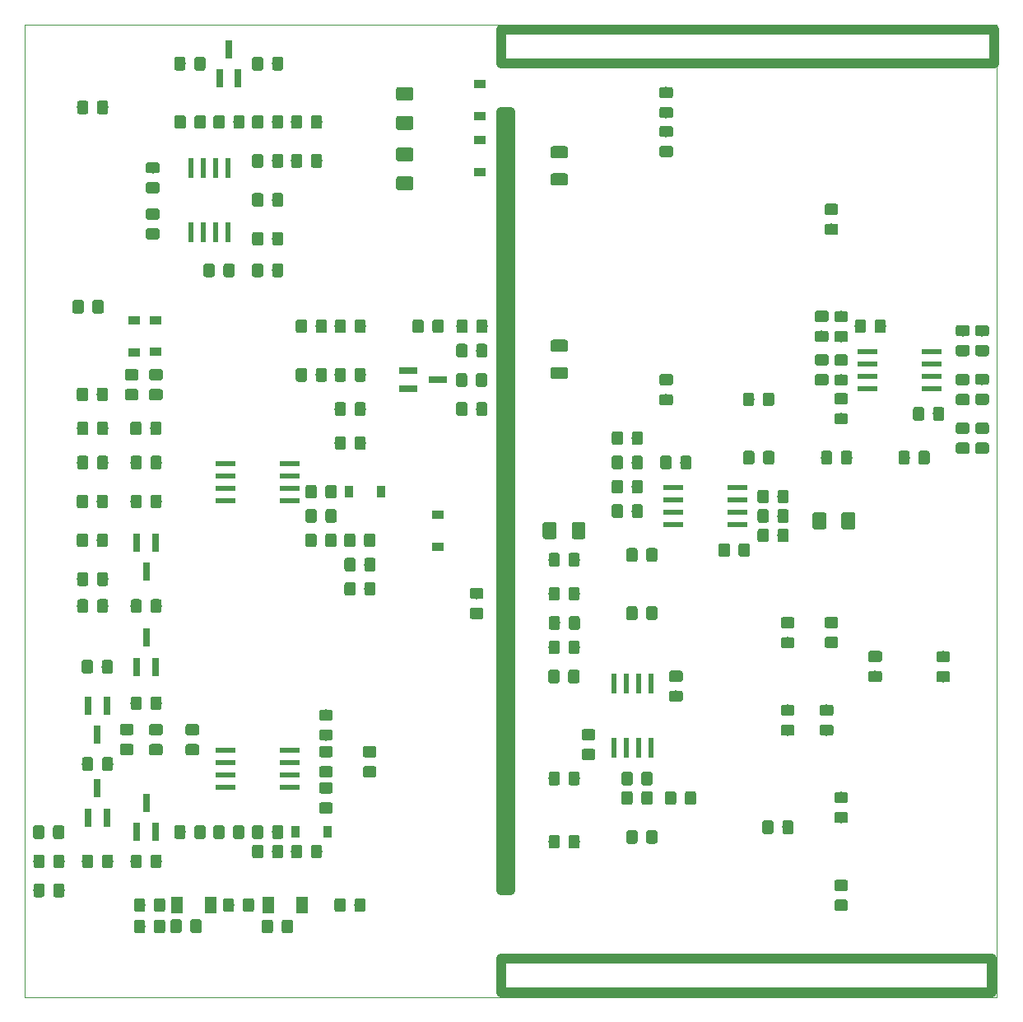
<source format=gbr>
%TF.GenerationSoftware,KiCad,Pcbnew,(5.1.0)-1*%
%TF.CreationDate,2019-09-28T12:36:14+02:00*%
%TF.ProjectId,KicadJE_AteOhAte,4b696361-644a-4455-9f41-74654f684174,rev?*%
%TF.SameCoordinates,Original*%
%TF.FileFunction,Paste,Bot*%
%TF.FilePolarity,Positive*%
%FSLAX46Y46*%
G04 Gerber Fmt 4.6, Leading zero omitted, Abs format (unit mm)*
G04 Created by KiCad (PCBNEW (5.1.0)-1) date 2019-09-28 12:36:14*
%MOMM*%
%LPD*%
G04 APERTURE LIST*
%ADD10C,1.000000*%
%ADD11C,0.050000*%
%ADD12R,0.550000X2.000000*%
%ADD13C,0.150000*%
%ADD14C,1.150000*%
%ADD15R,0.800000X1.900000*%
%ADD16R,1.200000X0.900000*%
%ADD17R,1.300000X1.700000*%
%ADD18R,2.000000X0.550000*%
%ADD19R,0.900000X1.200000*%
%ADD20R,1.900000X0.800000*%
%ADD21C,1.425000*%
%ADD22C,1.250000*%
G04 APERTURE END LIST*
D10*
X149750000Y-50500000D02*
X149750000Y-54000000D01*
X99000000Y-50500000D02*
X99000000Y-54000000D01*
X99000000Y-54000000D02*
X149750000Y-54000000D01*
X99000000Y-50500000D02*
X149750000Y-50500000D01*
X99000000Y-146000000D02*
X149500000Y-146000000D01*
X99000000Y-149500000D02*
X149500000Y-149500000D01*
X149500000Y-146000000D02*
X149500000Y-149500000D01*
X99000000Y-146000000D02*
X99000000Y-149500000D01*
X99000000Y-59000000D02*
X100000000Y-59000000D01*
X99000000Y-139000000D02*
X100000000Y-139000000D01*
X100000000Y-59000000D02*
X100000000Y-139000000D01*
X99000000Y-59000000D02*
X99000000Y-139000000D01*
D11*
X50000000Y-150000000D02*
X50000000Y-50000000D01*
X150000000Y-150000000D02*
X50000000Y-150000000D01*
X150000000Y-50000000D02*
X150000000Y-150000000D01*
X50000000Y-50000000D02*
X150000000Y-50000000D01*
D12*
X110595000Y-117700000D03*
X111865000Y-117700000D03*
X113135000Y-117700000D03*
X114405000Y-117700000D03*
X114405000Y-124300000D03*
X113135000Y-124300000D03*
X111865000Y-124300000D03*
X110595000Y-124300000D03*
X67095000Y-71300000D03*
X68365000Y-71300000D03*
X69635000Y-71300000D03*
X70905000Y-71300000D03*
X70905000Y-64700000D03*
X69635000Y-64700000D03*
X68365000Y-64700000D03*
X67095000Y-64700000D03*
D13*
G36*
X84874505Y-80301204D02*
G01*
X84898773Y-80304804D01*
X84922572Y-80310765D01*
X84945671Y-80319030D01*
X84967850Y-80329520D01*
X84988893Y-80342132D01*
X85008599Y-80356747D01*
X85026777Y-80373223D01*
X85043253Y-80391401D01*
X85057868Y-80411107D01*
X85070480Y-80432150D01*
X85080970Y-80454329D01*
X85089235Y-80477428D01*
X85095196Y-80501227D01*
X85098796Y-80525495D01*
X85100000Y-80549999D01*
X85100000Y-81450001D01*
X85098796Y-81474505D01*
X85095196Y-81498773D01*
X85089235Y-81522572D01*
X85080970Y-81545671D01*
X85070480Y-81567850D01*
X85057868Y-81588893D01*
X85043253Y-81608599D01*
X85026777Y-81626777D01*
X85008599Y-81643253D01*
X84988893Y-81657868D01*
X84967850Y-81670480D01*
X84945671Y-81680970D01*
X84922572Y-81689235D01*
X84898773Y-81695196D01*
X84874505Y-81698796D01*
X84850001Y-81700000D01*
X84199999Y-81700000D01*
X84175495Y-81698796D01*
X84151227Y-81695196D01*
X84127428Y-81689235D01*
X84104329Y-81680970D01*
X84082150Y-81670480D01*
X84061107Y-81657868D01*
X84041401Y-81643253D01*
X84023223Y-81626777D01*
X84006747Y-81608599D01*
X83992132Y-81588893D01*
X83979520Y-81567850D01*
X83969030Y-81545671D01*
X83960765Y-81522572D01*
X83954804Y-81498773D01*
X83951204Y-81474505D01*
X83950000Y-81450001D01*
X83950000Y-80549999D01*
X83951204Y-80525495D01*
X83954804Y-80501227D01*
X83960765Y-80477428D01*
X83969030Y-80454329D01*
X83979520Y-80432150D01*
X83992132Y-80411107D01*
X84006747Y-80391401D01*
X84023223Y-80373223D01*
X84041401Y-80356747D01*
X84061107Y-80342132D01*
X84082150Y-80329520D01*
X84104329Y-80319030D01*
X84127428Y-80310765D01*
X84151227Y-80304804D01*
X84175495Y-80301204D01*
X84199999Y-80300000D01*
X84850001Y-80300000D01*
X84874505Y-80301204D01*
X84874505Y-80301204D01*
G37*
D14*
X84525000Y-81000000D03*
D13*
G36*
X82824505Y-80301204D02*
G01*
X82848773Y-80304804D01*
X82872572Y-80310765D01*
X82895671Y-80319030D01*
X82917850Y-80329520D01*
X82938893Y-80342132D01*
X82958599Y-80356747D01*
X82976777Y-80373223D01*
X82993253Y-80391401D01*
X83007868Y-80411107D01*
X83020480Y-80432150D01*
X83030970Y-80454329D01*
X83039235Y-80477428D01*
X83045196Y-80501227D01*
X83048796Y-80525495D01*
X83050000Y-80549999D01*
X83050000Y-81450001D01*
X83048796Y-81474505D01*
X83045196Y-81498773D01*
X83039235Y-81522572D01*
X83030970Y-81545671D01*
X83020480Y-81567850D01*
X83007868Y-81588893D01*
X82993253Y-81608599D01*
X82976777Y-81626777D01*
X82958599Y-81643253D01*
X82938893Y-81657868D01*
X82917850Y-81670480D01*
X82895671Y-81680970D01*
X82872572Y-81689235D01*
X82848773Y-81695196D01*
X82824505Y-81698796D01*
X82800001Y-81700000D01*
X82149999Y-81700000D01*
X82125495Y-81698796D01*
X82101227Y-81695196D01*
X82077428Y-81689235D01*
X82054329Y-81680970D01*
X82032150Y-81670480D01*
X82011107Y-81657868D01*
X81991401Y-81643253D01*
X81973223Y-81626777D01*
X81956747Y-81608599D01*
X81942132Y-81588893D01*
X81929520Y-81567850D01*
X81919030Y-81545671D01*
X81910765Y-81522572D01*
X81904804Y-81498773D01*
X81901204Y-81474505D01*
X81900000Y-81450001D01*
X81900000Y-80549999D01*
X81901204Y-80525495D01*
X81904804Y-80501227D01*
X81910765Y-80477428D01*
X81919030Y-80454329D01*
X81929520Y-80432150D01*
X81942132Y-80411107D01*
X81956747Y-80391401D01*
X81973223Y-80373223D01*
X81991401Y-80356747D01*
X82011107Y-80342132D01*
X82032150Y-80329520D01*
X82054329Y-80319030D01*
X82077428Y-80310765D01*
X82101227Y-80304804D01*
X82125495Y-80301204D01*
X82149999Y-80300000D01*
X82800001Y-80300000D01*
X82824505Y-80301204D01*
X82824505Y-80301204D01*
G37*
D14*
X82475000Y-81000000D03*
D13*
G36*
X80874505Y-80301204D02*
G01*
X80898773Y-80304804D01*
X80922572Y-80310765D01*
X80945671Y-80319030D01*
X80967850Y-80329520D01*
X80988893Y-80342132D01*
X81008599Y-80356747D01*
X81026777Y-80373223D01*
X81043253Y-80391401D01*
X81057868Y-80411107D01*
X81070480Y-80432150D01*
X81080970Y-80454329D01*
X81089235Y-80477428D01*
X81095196Y-80501227D01*
X81098796Y-80525495D01*
X81100000Y-80549999D01*
X81100000Y-81450001D01*
X81098796Y-81474505D01*
X81095196Y-81498773D01*
X81089235Y-81522572D01*
X81080970Y-81545671D01*
X81070480Y-81567850D01*
X81057868Y-81588893D01*
X81043253Y-81608599D01*
X81026777Y-81626777D01*
X81008599Y-81643253D01*
X80988893Y-81657868D01*
X80967850Y-81670480D01*
X80945671Y-81680970D01*
X80922572Y-81689235D01*
X80898773Y-81695196D01*
X80874505Y-81698796D01*
X80850001Y-81700000D01*
X80199999Y-81700000D01*
X80175495Y-81698796D01*
X80151227Y-81695196D01*
X80127428Y-81689235D01*
X80104329Y-81680970D01*
X80082150Y-81670480D01*
X80061107Y-81657868D01*
X80041401Y-81643253D01*
X80023223Y-81626777D01*
X80006747Y-81608599D01*
X79992132Y-81588893D01*
X79979520Y-81567850D01*
X79969030Y-81545671D01*
X79960765Y-81522572D01*
X79954804Y-81498773D01*
X79951204Y-81474505D01*
X79950000Y-81450001D01*
X79950000Y-80549999D01*
X79951204Y-80525495D01*
X79954804Y-80501227D01*
X79960765Y-80477428D01*
X79969030Y-80454329D01*
X79979520Y-80432150D01*
X79992132Y-80411107D01*
X80006747Y-80391401D01*
X80023223Y-80373223D01*
X80041401Y-80356747D01*
X80061107Y-80342132D01*
X80082150Y-80329520D01*
X80104329Y-80319030D01*
X80127428Y-80310765D01*
X80151227Y-80304804D01*
X80175495Y-80301204D01*
X80199999Y-80300000D01*
X80850001Y-80300000D01*
X80874505Y-80301204D01*
X80874505Y-80301204D01*
G37*
D14*
X80525000Y-81000000D03*
D13*
G36*
X78824505Y-80301204D02*
G01*
X78848773Y-80304804D01*
X78872572Y-80310765D01*
X78895671Y-80319030D01*
X78917850Y-80329520D01*
X78938893Y-80342132D01*
X78958599Y-80356747D01*
X78976777Y-80373223D01*
X78993253Y-80391401D01*
X79007868Y-80411107D01*
X79020480Y-80432150D01*
X79030970Y-80454329D01*
X79039235Y-80477428D01*
X79045196Y-80501227D01*
X79048796Y-80525495D01*
X79050000Y-80549999D01*
X79050000Y-81450001D01*
X79048796Y-81474505D01*
X79045196Y-81498773D01*
X79039235Y-81522572D01*
X79030970Y-81545671D01*
X79020480Y-81567850D01*
X79007868Y-81588893D01*
X78993253Y-81608599D01*
X78976777Y-81626777D01*
X78958599Y-81643253D01*
X78938893Y-81657868D01*
X78917850Y-81670480D01*
X78895671Y-81680970D01*
X78872572Y-81689235D01*
X78848773Y-81695196D01*
X78824505Y-81698796D01*
X78800001Y-81700000D01*
X78149999Y-81700000D01*
X78125495Y-81698796D01*
X78101227Y-81695196D01*
X78077428Y-81689235D01*
X78054329Y-81680970D01*
X78032150Y-81670480D01*
X78011107Y-81657868D01*
X77991401Y-81643253D01*
X77973223Y-81626777D01*
X77956747Y-81608599D01*
X77942132Y-81588893D01*
X77929520Y-81567850D01*
X77919030Y-81545671D01*
X77910765Y-81522572D01*
X77904804Y-81498773D01*
X77901204Y-81474505D01*
X77900000Y-81450001D01*
X77900000Y-80549999D01*
X77901204Y-80525495D01*
X77904804Y-80501227D01*
X77910765Y-80477428D01*
X77919030Y-80454329D01*
X77929520Y-80432150D01*
X77942132Y-80411107D01*
X77956747Y-80391401D01*
X77973223Y-80373223D01*
X77991401Y-80356747D01*
X78011107Y-80342132D01*
X78032150Y-80329520D01*
X78054329Y-80319030D01*
X78077428Y-80310765D01*
X78101227Y-80304804D01*
X78125495Y-80301204D01*
X78149999Y-80300000D01*
X78800001Y-80300000D01*
X78824505Y-80301204D01*
X78824505Y-80301204D01*
G37*
D14*
X78475000Y-81000000D03*
D13*
G36*
X68374505Y-53301204D02*
G01*
X68398773Y-53304804D01*
X68422572Y-53310765D01*
X68445671Y-53319030D01*
X68467850Y-53329520D01*
X68488893Y-53342132D01*
X68508599Y-53356747D01*
X68526777Y-53373223D01*
X68543253Y-53391401D01*
X68557868Y-53411107D01*
X68570480Y-53432150D01*
X68580970Y-53454329D01*
X68589235Y-53477428D01*
X68595196Y-53501227D01*
X68598796Y-53525495D01*
X68600000Y-53549999D01*
X68600000Y-54450001D01*
X68598796Y-54474505D01*
X68595196Y-54498773D01*
X68589235Y-54522572D01*
X68580970Y-54545671D01*
X68570480Y-54567850D01*
X68557868Y-54588893D01*
X68543253Y-54608599D01*
X68526777Y-54626777D01*
X68508599Y-54643253D01*
X68488893Y-54657868D01*
X68467850Y-54670480D01*
X68445671Y-54680970D01*
X68422572Y-54689235D01*
X68398773Y-54695196D01*
X68374505Y-54698796D01*
X68350001Y-54700000D01*
X67699999Y-54700000D01*
X67675495Y-54698796D01*
X67651227Y-54695196D01*
X67627428Y-54689235D01*
X67604329Y-54680970D01*
X67582150Y-54670480D01*
X67561107Y-54657868D01*
X67541401Y-54643253D01*
X67523223Y-54626777D01*
X67506747Y-54608599D01*
X67492132Y-54588893D01*
X67479520Y-54567850D01*
X67469030Y-54545671D01*
X67460765Y-54522572D01*
X67454804Y-54498773D01*
X67451204Y-54474505D01*
X67450000Y-54450001D01*
X67450000Y-53549999D01*
X67451204Y-53525495D01*
X67454804Y-53501227D01*
X67460765Y-53477428D01*
X67469030Y-53454329D01*
X67479520Y-53432150D01*
X67492132Y-53411107D01*
X67506747Y-53391401D01*
X67523223Y-53373223D01*
X67541401Y-53356747D01*
X67561107Y-53342132D01*
X67582150Y-53329520D01*
X67604329Y-53319030D01*
X67627428Y-53310765D01*
X67651227Y-53304804D01*
X67675495Y-53301204D01*
X67699999Y-53300000D01*
X68350001Y-53300000D01*
X68374505Y-53301204D01*
X68374505Y-53301204D01*
G37*
D14*
X68025000Y-54000000D03*
D13*
G36*
X66324505Y-53301204D02*
G01*
X66348773Y-53304804D01*
X66372572Y-53310765D01*
X66395671Y-53319030D01*
X66417850Y-53329520D01*
X66438893Y-53342132D01*
X66458599Y-53356747D01*
X66476777Y-53373223D01*
X66493253Y-53391401D01*
X66507868Y-53411107D01*
X66520480Y-53432150D01*
X66530970Y-53454329D01*
X66539235Y-53477428D01*
X66545196Y-53501227D01*
X66548796Y-53525495D01*
X66550000Y-53549999D01*
X66550000Y-54450001D01*
X66548796Y-54474505D01*
X66545196Y-54498773D01*
X66539235Y-54522572D01*
X66530970Y-54545671D01*
X66520480Y-54567850D01*
X66507868Y-54588893D01*
X66493253Y-54608599D01*
X66476777Y-54626777D01*
X66458599Y-54643253D01*
X66438893Y-54657868D01*
X66417850Y-54670480D01*
X66395671Y-54680970D01*
X66372572Y-54689235D01*
X66348773Y-54695196D01*
X66324505Y-54698796D01*
X66300001Y-54700000D01*
X65649999Y-54700000D01*
X65625495Y-54698796D01*
X65601227Y-54695196D01*
X65577428Y-54689235D01*
X65554329Y-54680970D01*
X65532150Y-54670480D01*
X65511107Y-54657868D01*
X65491401Y-54643253D01*
X65473223Y-54626777D01*
X65456747Y-54608599D01*
X65442132Y-54588893D01*
X65429520Y-54567850D01*
X65419030Y-54545671D01*
X65410765Y-54522572D01*
X65404804Y-54498773D01*
X65401204Y-54474505D01*
X65400000Y-54450001D01*
X65400000Y-53549999D01*
X65401204Y-53525495D01*
X65404804Y-53501227D01*
X65410765Y-53477428D01*
X65419030Y-53454329D01*
X65429520Y-53432150D01*
X65442132Y-53411107D01*
X65456747Y-53391401D01*
X65473223Y-53373223D01*
X65491401Y-53356747D01*
X65511107Y-53342132D01*
X65532150Y-53329520D01*
X65554329Y-53319030D01*
X65577428Y-53310765D01*
X65601227Y-53304804D01*
X65625495Y-53301204D01*
X65649999Y-53300000D01*
X66300001Y-53300000D01*
X66324505Y-53301204D01*
X66324505Y-53301204D01*
G37*
D14*
X65975000Y-54000000D03*
D13*
G36*
X74324505Y-74551204D02*
G01*
X74348773Y-74554804D01*
X74372572Y-74560765D01*
X74395671Y-74569030D01*
X74417850Y-74579520D01*
X74438893Y-74592132D01*
X74458599Y-74606747D01*
X74476777Y-74623223D01*
X74493253Y-74641401D01*
X74507868Y-74661107D01*
X74520480Y-74682150D01*
X74530970Y-74704329D01*
X74539235Y-74727428D01*
X74545196Y-74751227D01*
X74548796Y-74775495D01*
X74550000Y-74799999D01*
X74550000Y-75700001D01*
X74548796Y-75724505D01*
X74545196Y-75748773D01*
X74539235Y-75772572D01*
X74530970Y-75795671D01*
X74520480Y-75817850D01*
X74507868Y-75838893D01*
X74493253Y-75858599D01*
X74476777Y-75876777D01*
X74458599Y-75893253D01*
X74438893Y-75907868D01*
X74417850Y-75920480D01*
X74395671Y-75930970D01*
X74372572Y-75939235D01*
X74348773Y-75945196D01*
X74324505Y-75948796D01*
X74300001Y-75950000D01*
X73649999Y-75950000D01*
X73625495Y-75948796D01*
X73601227Y-75945196D01*
X73577428Y-75939235D01*
X73554329Y-75930970D01*
X73532150Y-75920480D01*
X73511107Y-75907868D01*
X73491401Y-75893253D01*
X73473223Y-75876777D01*
X73456747Y-75858599D01*
X73442132Y-75838893D01*
X73429520Y-75817850D01*
X73419030Y-75795671D01*
X73410765Y-75772572D01*
X73404804Y-75748773D01*
X73401204Y-75724505D01*
X73400000Y-75700001D01*
X73400000Y-74799999D01*
X73401204Y-74775495D01*
X73404804Y-74751227D01*
X73410765Y-74727428D01*
X73419030Y-74704329D01*
X73429520Y-74682150D01*
X73442132Y-74661107D01*
X73456747Y-74641401D01*
X73473223Y-74623223D01*
X73491401Y-74606747D01*
X73511107Y-74592132D01*
X73532150Y-74579520D01*
X73554329Y-74569030D01*
X73577428Y-74560765D01*
X73601227Y-74554804D01*
X73625495Y-74551204D01*
X73649999Y-74550000D01*
X74300001Y-74550000D01*
X74324505Y-74551204D01*
X74324505Y-74551204D01*
G37*
D14*
X73975000Y-75250000D03*
D13*
G36*
X76374505Y-74551204D02*
G01*
X76398773Y-74554804D01*
X76422572Y-74560765D01*
X76445671Y-74569030D01*
X76467850Y-74579520D01*
X76488893Y-74592132D01*
X76508599Y-74606747D01*
X76526777Y-74623223D01*
X76543253Y-74641401D01*
X76557868Y-74661107D01*
X76570480Y-74682150D01*
X76580970Y-74704329D01*
X76589235Y-74727428D01*
X76595196Y-74751227D01*
X76598796Y-74775495D01*
X76600000Y-74799999D01*
X76600000Y-75700001D01*
X76598796Y-75724505D01*
X76595196Y-75748773D01*
X76589235Y-75772572D01*
X76580970Y-75795671D01*
X76570480Y-75817850D01*
X76557868Y-75838893D01*
X76543253Y-75858599D01*
X76526777Y-75876777D01*
X76508599Y-75893253D01*
X76488893Y-75907868D01*
X76467850Y-75920480D01*
X76445671Y-75930970D01*
X76422572Y-75939235D01*
X76398773Y-75945196D01*
X76374505Y-75948796D01*
X76350001Y-75950000D01*
X75699999Y-75950000D01*
X75675495Y-75948796D01*
X75651227Y-75945196D01*
X75627428Y-75939235D01*
X75604329Y-75930970D01*
X75582150Y-75920480D01*
X75561107Y-75907868D01*
X75541401Y-75893253D01*
X75523223Y-75876777D01*
X75506747Y-75858599D01*
X75492132Y-75838893D01*
X75479520Y-75817850D01*
X75469030Y-75795671D01*
X75460765Y-75772572D01*
X75454804Y-75748773D01*
X75451204Y-75724505D01*
X75450000Y-75700001D01*
X75450000Y-74799999D01*
X75451204Y-74775495D01*
X75454804Y-74751227D01*
X75460765Y-74727428D01*
X75469030Y-74704329D01*
X75479520Y-74682150D01*
X75492132Y-74661107D01*
X75506747Y-74641401D01*
X75523223Y-74623223D01*
X75541401Y-74606747D01*
X75561107Y-74592132D01*
X75582150Y-74579520D01*
X75604329Y-74569030D01*
X75627428Y-74560765D01*
X75651227Y-74554804D01*
X75675495Y-74551204D01*
X75699999Y-74550000D01*
X76350001Y-74550000D01*
X76374505Y-74551204D01*
X76374505Y-74551204D01*
G37*
D14*
X76025000Y-75250000D03*
D13*
G36*
X72399505Y-59301204D02*
G01*
X72423773Y-59304804D01*
X72447572Y-59310765D01*
X72470671Y-59319030D01*
X72492850Y-59329520D01*
X72513893Y-59342132D01*
X72533599Y-59356747D01*
X72551777Y-59373223D01*
X72568253Y-59391401D01*
X72582868Y-59411107D01*
X72595480Y-59432150D01*
X72605970Y-59454329D01*
X72614235Y-59477428D01*
X72620196Y-59501227D01*
X72623796Y-59525495D01*
X72625000Y-59549999D01*
X72625000Y-60450001D01*
X72623796Y-60474505D01*
X72620196Y-60498773D01*
X72614235Y-60522572D01*
X72605970Y-60545671D01*
X72595480Y-60567850D01*
X72582868Y-60588893D01*
X72568253Y-60608599D01*
X72551777Y-60626777D01*
X72533599Y-60643253D01*
X72513893Y-60657868D01*
X72492850Y-60670480D01*
X72470671Y-60680970D01*
X72447572Y-60689235D01*
X72423773Y-60695196D01*
X72399505Y-60698796D01*
X72375001Y-60700000D01*
X71724999Y-60700000D01*
X71700495Y-60698796D01*
X71676227Y-60695196D01*
X71652428Y-60689235D01*
X71629329Y-60680970D01*
X71607150Y-60670480D01*
X71586107Y-60657868D01*
X71566401Y-60643253D01*
X71548223Y-60626777D01*
X71531747Y-60608599D01*
X71517132Y-60588893D01*
X71504520Y-60567850D01*
X71494030Y-60545671D01*
X71485765Y-60522572D01*
X71479804Y-60498773D01*
X71476204Y-60474505D01*
X71475000Y-60450001D01*
X71475000Y-59549999D01*
X71476204Y-59525495D01*
X71479804Y-59501227D01*
X71485765Y-59477428D01*
X71494030Y-59454329D01*
X71504520Y-59432150D01*
X71517132Y-59411107D01*
X71531747Y-59391401D01*
X71548223Y-59373223D01*
X71566401Y-59356747D01*
X71586107Y-59342132D01*
X71607150Y-59329520D01*
X71629329Y-59319030D01*
X71652428Y-59310765D01*
X71676227Y-59304804D01*
X71700495Y-59301204D01*
X71724999Y-59300000D01*
X72375001Y-59300000D01*
X72399505Y-59301204D01*
X72399505Y-59301204D01*
G37*
D14*
X72050000Y-60000000D03*
D13*
G36*
X70349505Y-59301204D02*
G01*
X70373773Y-59304804D01*
X70397572Y-59310765D01*
X70420671Y-59319030D01*
X70442850Y-59329520D01*
X70463893Y-59342132D01*
X70483599Y-59356747D01*
X70501777Y-59373223D01*
X70518253Y-59391401D01*
X70532868Y-59411107D01*
X70545480Y-59432150D01*
X70555970Y-59454329D01*
X70564235Y-59477428D01*
X70570196Y-59501227D01*
X70573796Y-59525495D01*
X70575000Y-59549999D01*
X70575000Y-60450001D01*
X70573796Y-60474505D01*
X70570196Y-60498773D01*
X70564235Y-60522572D01*
X70555970Y-60545671D01*
X70545480Y-60567850D01*
X70532868Y-60588893D01*
X70518253Y-60608599D01*
X70501777Y-60626777D01*
X70483599Y-60643253D01*
X70463893Y-60657868D01*
X70442850Y-60670480D01*
X70420671Y-60680970D01*
X70397572Y-60689235D01*
X70373773Y-60695196D01*
X70349505Y-60698796D01*
X70325001Y-60700000D01*
X69674999Y-60700000D01*
X69650495Y-60698796D01*
X69626227Y-60695196D01*
X69602428Y-60689235D01*
X69579329Y-60680970D01*
X69557150Y-60670480D01*
X69536107Y-60657868D01*
X69516401Y-60643253D01*
X69498223Y-60626777D01*
X69481747Y-60608599D01*
X69467132Y-60588893D01*
X69454520Y-60567850D01*
X69444030Y-60545671D01*
X69435765Y-60522572D01*
X69429804Y-60498773D01*
X69426204Y-60474505D01*
X69425000Y-60450001D01*
X69425000Y-59549999D01*
X69426204Y-59525495D01*
X69429804Y-59501227D01*
X69435765Y-59477428D01*
X69444030Y-59454329D01*
X69454520Y-59432150D01*
X69467132Y-59411107D01*
X69481747Y-59391401D01*
X69498223Y-59373223D01*
X69516401Y-59356747D01*
X69536107Y-59342132D01*
X69557150Y-59329520D01*
X69579329Y-59319030D01*
X69602428Y-59310765D01*
X69626227Y-59304804D01*
X69650495Y-59301204D01*
X69674999Y-59300000D01*
X70325001Y-59300000D01*
X70349505Y-59301204D01*
X70349505Y-59301204D01*
G37*
D14*
X70000000Y-60000000D03*
D13*
G36*
X76374505Y-67301204D02*
G01*
X76398773Y-67304804D01*
X76422572Y-67310765D01*
X76445671Y-67319030D01*
X76467850Y-67329520D01*
X76488893Y-67342132D01*
X76508599Y-67356747D01*
X76526777Y-67373223D01*
X76543253Y-67391401D01*
X76557868Y-67411107D01*
X76570480Y-67432150D01*
X76580970Y-67454329D01*
X76589235Y-67477428D01*
X76595196Y-67501227D01*
X76598796Y-67525495D01*
X76600000Y-67549999D01*
X76600000Y-68450001D01*
X76598796Y-68474505D01*
X76595196Y-68498773D01*
X76589235Y-68522572D01*
X76580970Y-68545671D01*
X76570480Y-68567850D01*
X76557868Y-68588893D01*
X76543253Y-68608599D01*
X76526777Y-68626777D01*
X76508599Y-68643253D01*
X76488893Y-68657868D01*
X76467850Y-68670480D01*
X76445671Y-68680970D01*
X76422572Y-68689235D01*
X76398773Y-68695196D01*
X76374505Y-68698796D01*
X76350001Y-68700000D01*
X75699999Y-68700000D01*
X75675495Y-68698796D01*
X75651227Y-68695196D01*
X75627428Y-68689235D01*
X75604329Y-68680970D01*
X75582150Y-68670480D01*
X75561107Y-68657868D01*
X75541401Y-68643253D01*
X75523223Y-68626777D01*
X75506747Y-68608599D01*
X75492132Y-68588893D01*
X75479520Y-68567850D01*
X75469030Y-68545671D01*
X75460765Y-68522572D01*
X75454804Y-68498773D01*
X75451204Y-68474505D01*
X75450000Y-68450001D01*
X75450000Y-67549999D01*
X75451204Y-67525495D01*
X75454804Y-67501227D01*
X75460765Y-67477428D01*
X75469030Y-67454329D01*
X75479520Y-67432150D01*
X75492132Y-67411107D01*
X75506747Y-67391401D01*
X75523223Y-67373223D01*
X75541401Y-67356747D01*
X75561107Y-67342132D01*
X75582150Y-67329520D01*
X75604329Y-67319030D01*
X75627428Y-67310765D01*
X75651227Y-67304804D01*
X75675495Y-67301204D01*
X75699999Y-67300000D01*
X76350001Y-67300000D01*
X76374505Y-67301204D01*
X76374505Y-67301204D01*
G37*
D14*
X76025000Y-68000000D03*
D13*
G36*
X74324505Y-67301204D02*
G01*
X74348773Y-67304804D01*
X74372572Y-67310765D01*
X74395671Y-67319030D01*
X74417850Y-67329520D01*
X74438893Y-67342132D01*
X74458599Y-67356747D01*
X74476777Y-67373223D01*
X74493253Y-67391401D01*
X74507868Y-67411107D01*
X74520480Y-67432150D01*
X74530970Y-67454329D01*
X74539235Y-67477428D01*
X74545196Y-67501227D01*
X74548796Y-67525495D01*
X74550000Y-67549999D01*
X74550000Y-68450001D01*
X74548796Y-68474505D01*
X74545196Y-68498773D01*
X74539235Y-68522572D01*
X74530970Y-68545671D01*
X74520480Y-68567850D01*
X74507868Y-68588893D01*
X74493253Y-68608599D01*
X74476777Y-68626777D01*
X74458599Y-68643253D01*
X74438893Y-68657868D01*
X74417850Y-68670480D01*
X74395671Y-68680970D01*
X74372572Y-68689235D01*
X74348773Y-68695196D01*
X74324505Y-68698796D01*
X74300001Y-68700000D01*
X73649999Y-68700000D01*
X73625495Y-68698796D01*
X73601227Y-68695196D01*
X73577428Y-68689235D01*
X73554329Y-68680970D01*
X73532150Y-68670480D01*
X73511107Y-68657868D01*
X73491401Y-68643253D01*
X73473223Y-68626777D01*
X73456747Y-68608599D01*
X73442132Y-68588893D01*
X73429520Y-68567850D01*
X73419030Y-68545671D01*
X73410765Y-68522572D01*
X73404804Y-68498773D01*
X73401204Y-68474505D01*
X73400000Y-68450001D01*
X73400000Y-67549999D01*
X73401204Y-67525495D01*
X73404804Y-67501227D01*
X73410765Y-67477428D01*
X73419030Y-67454329D01*
X73429520Y-67432150D01*
X73442132Y-67411107D01*
X73456747Y-67391401D01*
X73473223Y-67373223D01*
X73491401Y-67356747D01*
X73511107Y-67342132D01*
X73532150Y-67329520D01*
X73554329Y-67319030D01*
X73577428Y-67310765D01*
X73601227Y-67304804D01*
X73625495Y-67301204D01*
X73649999Y-67300000D01*
X74300001Y-67300000D01*
X74324505Y-67301204D01*
X74324505Y-67301204D01*
G37*
D14*
X73975000Y-68000000D03*
D13*
G36*
X78324505Y-59301204D02*
G01*
X78348773Y-59304804D01*
X78372572Y-59310765D01*
X78395671Y-59319030D01*
X78417850Y-59329520D01*
X78438893Y-59342132D01*
X78458599Y-59356747D01*
X78476777Y-59373223D01*
X78493253Y-59391401D01*
X78507868Y-59411107D01*
X78520480Y-59432150D01*
X78530970Y-59454329D01*
X78539235Y-59477428D01*
X78545196Y-59501227D01*
X78548796Y-59525495D01*
X78550000Y-59549999D01*
X78550000Y-60450001D01*
X78548796Y-60474505D01*
X78545196Y-60498773D01*
X78539235Y-60522572D01*
X78530970Y-60545671D01*
X78520480Y-60567850D01*
X78507868Y-60588893D01*
X78493253Y-60608599D01*
X78476777Y-60626777D01*
X78458599Y-60643253D01*
X78438893Y-60657868D01*
X78417850Y-60670480D01*
X78395671Y-60680970D01*
X78372572Y-60689235D01*
X78348773Y-60695196D01*
X78324505Y-60698796D01*
X78300001Y-60700000D01*
X77649999Y-60700000D01*
X77625495Y-60698796D01*
X77601227Y-60695196D01*
X77577428Y-60689235D01*
X77554329Y-60680970D01*
X77532150Y-60670480D01*
X77511107Y-60657868D01*
X77491401Y-60643253D01*
X77473223Y-60626777D01*
X77456747Y-60608599D01*
X77442132Y-60588893D01*
X77429520Y-60567850D01*
X77419030Y-60545671D01*
X77410765Y-60522572D01*
X77404804Y-60498773D01*
X77401204Y-60474505D01*
X77400000Y-60450001D01*
X77400000Y-59549999D01*
X77401204Y-59525495D01*
X77404804Y-59501227D01*
X77410765Y-59477428D01*
X77419030Y-59454329D01*
X77429520Y-59432150D01*
X77442132Y-59411107D01*
X77456747Y-59391401D01*
X77473223Y-59373223D01*
X77491401Y-59356747D01*
X77511107Y-59342132D01*
X77532150Y-59329520D01*
X77554329Y-59319030D01*
X77577428Y-59310765D01*
X77601227Y-59304804D01*
X77625495Y-59301204D01*
X77649999Y-59300000D01*
X78300001Y-59300000D01*
X78324505Y-59301204D01*
X78324505Y-59301204D01*
G37*
D14*
X77975000Y-60000000D03*
D13*
G36*
X80374505Y-59301204D02*
G01*
X80398773Y-59304804D01*
X80422572Y-59310765D01*
X80445671Y-59319030D01*
X80467850Y-59329520D01*
X80488893Y-59342132D01*
X80508599Y-59356747D01*
X80526777Y-59373223D01*
X80543253Y-59391401D01*
X80557868Y-59411107D01*
X80570480Y-59432150D01*
X80580970Y-59454329D01*
X80589235Y-59477428D01*
X80595196Y-59501227D01*
X80598796Y-59525495D01*
X80600000Y-59549999D01*
X80600000Y-60450001D01*
X80598796Y-60474505D01*
X80595196Y-60498773D01*
X80589235Y-60522572D01*
X80580970Y-60545671D01*
X80570480Y-60567850D01*
X80557868Y-60588893D01*
X80543253Y-60608599D01*
X80526777Y-60626777D01*
X80508599Y-60643253D01*
X80488893Y-60657868D01*
X80467850Y-60670480D01*
X80445671Y-60680970D01*
X80422572Y-60689235D01*
X80398773Y-60695196D01*
X80374505Y-60698796D01*
X80350001Y-60700000D01*
X79699999Y-60700000D01*
X79675495Y-60698796D01*
X79651227Y-60695196D01*
X79627428Y-60689235D01*
X79604329Y-60680970D01*
X79582150Y-60670480D01*
X79561107Y-60657868D01*
X79541401Y-60643253D01*
X79523223Y-60626777D01*
X79506747Y-60608599D01*
X79492132Y-60588893D01*
X79479520Y-60567850D01*
X79469030Y-60545671D01*
X79460765Y-60522572D01*
X79454804Y-60498773D01*
X79451204Y-60474505D01*
X79450000Y-60450001D01*
X79450000Y-59549999D01*
X79451204Y-59525495D01*
X79454804Y-59501227D01*
X79460765Y-59477428D01*
X79469030Y-59454329D01*
X79479520Y-59432150D01*
X79492132Y-59411107D01*
X79506747Y-59391401D01*
X79523223Y-59373223D01*
X79541401Y-59356747D01*
X79561107Y-59342132D01*
X79582150Y-59329520D01*
X79604329Y-59319030D01*
X79627428Y-59310765D01*
X79651227Y-59304804D01*
X79675495Y-59301204D01*
X79699999Y-59300000D01*
X80350001Y-59300000D01*
X80374505Y-59301204D01*
X80374505Y-59301204D01*
G37*
D14*
X80025000Y-60000000D03*
D13*
G36*
X80374505Y-63301204D02*
G01*
X80398773Y-63304804D01*
X80422572Y-63310765D01*
X80445671Y-63319030D01*
X80467850Y-63329520D01*
X80488893Y-63342132D01*
X80508599Y-63356747D01*
X80526777Y-63373223D01*
X80543253Y-63391401D01*
X80557868Y-63411107D01*
X80570480Y-63432150D01*
X80580970Y-63454329D01*
X80589235Y-63477428D01*
X80595196Y-63501227D01*
X80598796Y-63525495D01*
X80600000Y-63549999D01*
X80600000Y-64450001D01*
X80598796Y-64474505D01*
X80595196Y-64498773D01*
X80589235Y-64522572D01*
X80580970Y-64545671D01*
X80570480Y-64567850D01*
X80557868Y-64588893D01*
X80543253Y-64608599D01*
X80526777Y-64626777D01*
X80508599Y-64643253D01*
X80488893Y-64657868D01*
X80467850Y-64670480D01*
X80445671Y-64680970D01*
X80422572Y-64689235D01*
X80398773Y-64695196D01*
X80374505Y-64698796D01*
X80350001Y-64700000D01*
X79699999Y-64700000D01*
X79675495Y-64698796D01*
X79651227Y-64695196D01*
X79627428Y-64689235D01*
X79604329Y-64680970D01*
X79582150Y-64670480D01*
X79561107Y-64657868D01*
X79541401Y-64643253D01*
X79523223Y-64626777D01*
X79506747Y-64608599D01*
X79492132Y-64588893D01*
X79479520Y-64567850D01*
X79469030Y-64545671D01*
X79460765Y-64522572D01*
X79454804Y-64498773D01*
X79451204Y-64474505D01*
X79450000Y-64450001D01*
X79450000Y-63549999D01*
X79451204Y-63525495D01*
X79454804Y-63501227D01*
X79460765Y-63477428D01*
X79469030Y-63454329D01*
X79479520Y-63432150D01*
X79492132Y-63411107D01*
X79506747Y-63391401D01*
X79523223Y-63373223D01*
X79541401Y-63356747D01*
X79561107Y-63342132D01*
X79582150Y-63329520D01*
X79604329Y-63319030D01*
X79627428Y-63310765D01*
X79651227Y-63304804D01*
X79675495Y-63301204D01*
X79699999Y-63300000D01*
X80350001Y-63300000D01*
X80374505Y-63301204D01*
X80374505Y-63301204D01*
G37*
D14*
X80025000Y-64000000D03*
D13*
G36*
X78324505Y-63301204D02*
G01*
X78348773Y-63304804D01*
X78372572Y-63310765D01*
X78395671Y-63319030D01*
X78417850Y-63329520D01*
X78438893Y-63342132D01*
X78458599Y-63356747D01*
X78476777Y-63373223D01*
X78493253Y-63391401D01*
X78507868Y-63411107D01*
X78520480Y-63432150D01*
X78530970Y-63454329D01*
X78539235Y-63477428D01*
X78545196Y-63501227D01*
X78548796Y-63525495D01*
X78550000Y-63549999D01*
X78550000Y-64450001D01*
X78548796Y-64474505D01*
X78545196Y-64498773D01*
X78539235Y-64522572D01*
X78530970Y-64545671D01*
X78520480Y-64567850D01*
X78507868Y-64588893D01*
X78493253Y-64608599D01*
X78476777Y-64626777D01*
X78458599Y-64643253D01*
X78438893Y-64657868D01*
X78417850Y-64670480D01*
X78395671Y-64680970D01*
X78372572Y-64689235D01*
X78348773Y-64695196D01*
X78324505Y-64698796D01*
X78300001Y-64700000D01*
X77649999Y-64700000D01*
X77625495Y-64698796D01*
X77601227Y-64695196D01*
X77577428Y-64689235D01*
X77554329Y-64680970D01*
X77532150Y-64670480D01*
X77511107Y-64657868D01*
X77491401Y-64643253D01*
X77473223Y-64626777D01*
X77456747Y-64608599D01*
X77442132Y-64588893D01*
X77429520Y-64567850D01*
X77419030Y-64545671D01*
X77410765Y-64522572D01*
X77404804Y-64498773D01*
X77401204Y-64474505D01*
X77400000Y-64450001D01*
X77400000Y-63549999D01*
X77401204Y-63525495D01*
X77404804Y-63501227D01*
X77410765Y-63477428D01*
X77419030Y-63454329D01*
X77429520Y-63432150D01*
X77442132Y-63411107D01*
X77456747Y-63391401D01*
X77473223Y-63373223D01*
X77491401Y-63356747D01*
X77511107Y-63342132D01*
X77532150Y-63329520D01*
X77554329Y-63319030D01*
X77577428Y-63310765D01*
X77601227Y-63304804D01*
X77625495Y-63301204D01*
X77649999Y-63300000D01*
X78300001Y-63300000D01*
X78324505Y-63301204D01*
X78324505Y-63301204D01*
G37*
D14*
X77975000Y-64000000D03*
D13*
G36*
X76374505Y-53301204D02*
G01*
X76398773Y-53304804D01*
X76422572Y-53310765D01*
X76445671Y-53319030D01*
X76467850Y-53329520D01*
X76488893Y-53342132D01*
X76508599Y-53356747D01*
X76526777Y-53373223D01*
X76543253Y-53391401D01*
X76557868Y-53411107D01*
X76570480Y-53432150D01*
X76580970Y-53454329D01*
X76589235Y-53477428D01*
X76595196Y-53501227D01*
X76598796Y-53525495D01*
X76600000Y-53549999D01*
X76600000Y-54450001D01*
X76598796Y-54474505D01*
X76595196Y-54498773D01*
X76589235Y-54522572D01*
X76580970Y-54545671D01*
X76570480Y-54567850D01*
X76557868Y-54588893D01*
X76543253Y-54608599D01*
X76526777Y-54626777D01*
X76508599Y-54643253D01*
X76488893Y-54657868D01*
X76467850Y-54670480D01*
X76445671Y-54680970D01*
X76422572Y-54689235D01*
X76398773Y-54695196D01*
X76374505Y-54698796D01*
X76350001Y-54700000D01*
X75699999Y-54700000D01*
X75675495Y-54698796D01*
X75651227Y-54695196D01*
X75627428Y-54689235D01*
X75604329Y-54680970D01*
X75582150Y-54670480D01*
X75561107Y-54657868D01*
X75541401Y-54643253D01*
X75523223Y-54626777D01*
X75506747Y-54608599D01*
X75492132Y-54588893D01*
X75479520Y-54567850D01*
X75469030Y-54545671D01*
X75460765Y-54522572D01*
X75454804Y-54498773D01*
X75451204Y-54474505D01*
X75450000Y-54450001D01*
X75450000Y-53549999D01*
X75451204Y-53525495D01*
X75454804Y-53501227D01*
X75460765Y-53477428D01*
X75469030Y-53454329D01*
X75479520Y-53432150D01*
X75492132Y-53411107D01*
X75506747Y-53391401D01*
X75523223Y-53373223D01*
X75541401Y-53356747D01*
X75561107Y-53342132D01*
X75582150Y-53329520D01*
X75604329Y-53319030D01*
X75627428Y-53310765D01*
X75651227Y-53304804D01*
X75675495Y-53301204D01*
X75699999Y-53300000D01*
X76350001Y-53300000D01*
X76374505Y-53301204D01*
X76374505Y-53301204D01*
G37*
D14*
X76025000Y-54000000D03*
D13*
G36*
X74324505Y-53301204D02*
G01*
X74348773Y-53304804D01*
X74372572Y-53310765D01*
X74395671Y-53319030D01*
X74417850Y-53329520D01*
X74438893Y-53342132D01*
X74458599Y-53356747D01*
X74476777Y-53373223D01*
X74493253Y-53391401D01*
X74507868Y-53411107D01*
X74520480Y-53432150D01*
X74530970Y-53454329D01*
X74539235Y-53477428D01*
X74545196Y-53501227D01*
X74548796Y-53525495D01*
X74550000Y-53549999D01*
X74550000Y-54450001D01*
X74548796Y-54474505D01*
X74545196Y-54498773D01*
X74539235Y-54522572D01*
X74530970Y-54545671D01*
X74520480Y-54567850D01*
X74507868Y-54588893D01*
X74493253Y-54608599D01*
X74476777Y-54626777D01*
X74458599Y-54643253D01*
X74438893Y-54657868D01*
X74417850Y-54670480D01*
X74395671Y-54680970D01*
X74372572Y-54689235D01*
X74348773Y-54695196D01*
X74324505Y-54698796D01*
X74300001Y-54700000D01*
X73649999Y-54700000D01*
X73625495Y-54698796D01*
X73601227Y-54695196D01*
X73577428Y-54689235D01*
X73554329Y-54680970D01*
X73532150Y-54670480D01*
X73511107Y-54657868D01*
X73491401Y-54643253D01*
X73473223Y-54626777D01*
X73456747Y-54608599D01*
X73442132Y-54588893D01*
X73429520Y-54567850D01*
X73419030Y-54545671D01*
X73410765Y-54522572D01*
X73404804Y-54498773D01*
X73401204Y-54474505D01*
X73400000Y-54450001D01*
X73400000Y-53549999D01*
X73401204Y-53525495D01*
X73404804Y-53501227D01*
X73410765Y-53477428D01*
X73419030Y-53454329D01*
X73429520Y-53432150D01*
X73442132Y-53411107D01*
X73456747Y-53391401D01*
X73473223Y-53373223D01*
X73491401Y-53356747D01*
X73511107Y-53342132D01*
X73532150Y-53329520D01*
X73554329Y-53319030D01*
X73577428Y-53310765D01*
X73601227Y-53304804D01*
X73625495Y-53301204D01*
X73649999Y-53300000D01*
X74300001Y-53300000D01*
X74324505Y-53301204D01*
X74324505Y-53301204D01*
G37*
D14*
X73975000Y-54000000D03*
D13*
G36*
X76374505Y-63301204D02*
G01*
X76398773Y-63304804D01*
X76422572Y-63310765D01*
X76445671Y-63319030D01*
X76467850Y-63329520D01*
X76488893Y-63342132D01*
X76508599Y-63356747D01*
X76526777Y-63373223D01*
X76543253Y-63391401D01*
X76557868Y-63411107D01*
X76570480Y-63432150D01*
X76580970Y-63454329D01*
X76589235Y-63477428D01*
X76595196Y-63501227D01*
X76598796Y-63525495D01*
X76600000Y-63549999D01*
X76600000Y-64450001D01*
X76598796Y-64474505D01*
X76595196Y-64498773D01*
X76589235Y-64522572D01*
X76580970Y-64545671D01*
X76570480Y-64567850D01*
X76557868Y-64588893D01*
X76543253Y-64608599D01*
X76526777Y-64626777D01*
X76508599Y-64643253D01*
X76488893Y-64657868D01*
X76467850Y-64670480D01*
X76445671Y-64680970D01*
X76422572Y-64689235D01*
X76398773Y-64695196D01*
X76374505Y-64698796D01*
X76350001Y-64700000D01*
X75699999Y-64700000D01*
X75675495Y-64698796D01*
X75651227Y-64695196D01*
X75627428Y-64689235D01*
X75604329Y-64680970D01*
X75582150Y-64670480D01*
X75561107Y-64657868D01*
X75541401Y-64643253D01*
X75523223Y-64626777D01*
X75506747Y-64608599D01*
X75492132Y-64588893D01*
X75479520Y-64567850D01*
X75469030Y-64545671D01*
X75460765Y-64522572D01*
X75454804Y-64498773D01*
X75451204Y-64474505D01*
X75450000Y-64450001D01*
X75450000Y-63549999D01*
X75451204Y-63525495D01*
X75454804Y-63501227D01*
X75460765Y-63477428D01*
X75469030Y-63454329D01*
X75479520Y-63432150D01*
X75492132Y-63411107D01*
X75506747Y-63391401D01*
X75523223Y-63373223D01*
X75541401Y-63356747D01*
X75561107Y-63342132D01*
X75582150Y-63329520D01*
X75604329Y-63319030D01*
X75627428Y-63310765D01*
X75651227Y-63304804D01*
X75675495Y-63301204D01*
X75699999Y-63300000D01*
X76350001Y-63300000D01*
X76374505Y-63301204D01*
X76374505Y-63301204D01*
G37*
D14*
X76025000Y-64000000D03*
D13*
G36*
X74324505Y-63301204D02*
G01*
X74348773Y-63304804D01*
X74372572Y-63310765D01*
X74395671Y-63319030D01*
X74417850Y-63329520D01*
X74438893Y-63342132D01*
X74458599Y-63356747D01*
X74476777Y-63373223D01*
X74493253Y-63391401D01*
X74507868Y-63411107D01*
X74520480Y-63432150D01*
X74530970Y-63454329D01*
X74539235Y-63477428D01*
X74545196Y-63501227D01*
X74548796Y-63525495D01*
X74550000Y-63549999D01*
X74550000Y-64450001D01*
X74548796Y-64474505D01*
X74545196Y-64498773D01*
X74539235Y-64522572D01*
X74530970Y-64545671D01*
X74520480Y-64567850D01*
X74507868Y-64588893D01*
X74493253Y-64608599D01*
X74476777Y-64626777D01*
X74458599Y-64643253D01*
X74438893Y-64657868D01*
X74417850Y-64670480D01*
X74395671Y-64680970D01*
X74372572Y-64689235D01*
X74348773Y-64695196D01*
X74324505Y-64698796D01*
X74300001Y-64700000D01*
X73649999Y-64700000D01*
X73625495Y-64698796D01*
X73601227Y-64695196D01*
X73577428Y-64689235D01*
X73554329Y-64680970D01*
X73532150Y-64670480D01*
X73511107Y-64657868D01*
X73491401Y-64643253D01*
X73473223Y-64626777D01*
X73456747Y-64608599D01*
X73442132Y-64588893D01*
X73429520Y-64567850D01*
X73419030Y-64545671D01*
X73410765Y-64522572D01*
X73404804Y-64498773D01*
X73401204Y-64474505D01*
X73400000Y-64450001D01*
X73400000Y-63549999D01*
X73401204Y-63525495D01*
X73404804Y-63501227D01*
X73410765Y-63477428D01*
X73419030Y-63454329D01*
X73429520Y-63432150D01*
X73442132Y-63411107D01*
X73456747Y-63391401D01*
X73473223Y-63373223D01*
X73491401Y-63356747D01*
X73511107Y-63342132D01*
X73532150Y-63329520D01*
X73554329Y-63319030D01*
X73577428Y-63310765D01*
X73601227Y-63304804D01*
X73625495Y-63301204D01*
X73649999Y-63300000D01*
X74300001Y-63300000D01*
X74324505Y-63301204D01*
X74324505Y-63301204D01*
G37*
D14*
X73975000Y-64000000D03*
D15*
X71000000Y-52500000D03*
X70050000Y-55500000D03*
X71950000Y-55500000D03*
D13*
G36*
X78824505Y-85301204D02*
G01*
X78848773Y-85304804D01*
X78872572Y-85310765D01*
X78895671Y-85319030D01*
X78917850Y-85329520D01*
X78938893Y-85342132D01*
X78958599Y-85356747D01*
X78976777Y-85373223D01*
X78993253Y-85391401D01*
X79007868Y-85411107D01*
X79020480Y-85432150D01*
X79030970Y-85454329D01*
X79039235Y-85477428D01*
X79045196Y-85501227D01*
X79048796Y-85525495D01*
X79050000Y-85549999D01*
X79050000Y-86450001D01*
X79048796Y-86474505D01*
X79045196Y-86498773D01*
X79039235Y-86522572D01*
X79030970Y-86545671D01*
X79020480Y-86567850D01*
X79007868Y-86588893D01*
X78993253Y-86608599D01*
X78976777Y-86626777D01*
X78958599Y-86643253D01*
X78938893Y-86657868D01*
X78917850Y-86670480D01*
X78895671Y-86680970D01*
X78872572Y-86689235D01*
X78848773Y-86695196D01*
X78824505Y-86698796D01*
X78800001Y-86700000D01*
X78149999Y-86700000D01*
X78125495Y-86698796D01*
X78101227Y-86695196D01*
X78077428Y-86689235D01*
X78054329Y-86680970D01*
X78032150Y-86670480D01*
X78011107Y-86657868D01*
X77991401Y-86643253D01*
X77973223Y-86626777D01*
X77956747Y-86608599D01*
X77942132Y-86588893D01*
X77929520Y-86567850D01*
X77919030Y-86545671D01*
X77910765Y-86522572D01*
X77904804Y-86498773D01*
X77901204Y-86474505D01*
X77900000Y-86450001D01*
X77900000Y-85549999D01*
X77901204Y-85525495D01*
X77904804Y-85501227D01*
X77910765Y-85477428D01*
X77919030Y-85454329D01*
X77929520Y-85432150D01*
X77942132Y-85411107D01*
X77956747Y-85391401D01*
X77973223Y-85373223D01*
X77991401Y-85356747D01*
X78011107Y-85342132D01*
X78032150Y-85329520D01*
X78054329Y-85319030D01*
X78077428Y-85310765D01*
X78101227Y-85304804D01*
X78125495Y-85301204D01*
X78149999Y-85300000D01*
X78800001Y-85300000D01*
X78824505Y-85301204D01*
X78824505Y-85301204D01*
G37*
D14*
X78475000Y-86000000D03*
D13*
G36*
X80874505Y-85301204D02*
G01*
X80898773Y-85304804D01*
X80922572Y-85310765D01*
X80945671Y-85319030D01*
X80967850Y-85329520D01*
X80988893Y-85342132D01*
X81008599Y-85356747D01*
X81026777Y-85373223D01*
X81043253Y-85391401D01*
X81057868Y-85411107D01*
X81070480Y-85432150D01*
X81080970Y-85454329D01*
X81089235Y-85477428D01*
X81095196Y-85501227D01*
X81098796Y-85525495D01*
X81100000Y-85549999D01*
X81100000Y-86450001D01*
X81098796Y-86474505D01*
X81095196Y-86498773D01*
X81089235Y-86522572D01*
X81080970Y-86545671D01*
X81070480Y-86567850D01*
X81057868Y-86588893D01*
X81043253Y-86608599D01*
X81026777Y-86626777D01*
X81008599Y-86643253D01*
X80988893Y-86657868D01*
X80967850Y-86670480D01*
X80945671Y-86680970D01*
X80922572Y-86689235D01*
X80898773Y-86695196D01*
X80874505Y-86698796D01*
X80850001Y-86700000D01*
X80199999Y-86700000D01*
X80175495Y-86698796D01*
X80151227Y-86695196D01*
X80127428Y-86689235D01*
X80104329Y-86680970D01*
X80082150Y-86670480D01*
X80061107Y-86657868D01*
X80041401Y-86643253D01*
X80023223Y-86626777D01*
X80006747Y-86608599D01*
X79992132Y-86588893D01*
X79979520Y-86567850D01*
X79969030Y-86545671D01*
X79960765Y-86522572D01*
X79954804Y-86498773D01*
X79951204Y-86474505D01*
X79950000Y-86450001D01*
X79950000Y-85549999D01*
X79951204Y-85525495D01*
X79954804Y-85501227D01*
X79960765Y-85477428D01*
X79969030Y-85454329D01*
X79979520Y-85432150D01*
X79992132Y-85411107D01*
X80006747Y-85391401D01*
X80023223Y-85373223D01*
X80041401Y-85356747D01*
X80061107Y-85342132D01*
X80082150Y-85329520D01*
X80104329Y-85319030D01*
X80127428Y-85310765D01*
X80151227Y-85304804D01*
X80175495Y-85301204D01*
X80199999Y-85300000D01*
X80850001Y-85300000D01*
X80874505Y-85301204D01*
X80874505Y-85301204D01*
G37*
D14*
X80525000Y-86000000D03*
D13*
G36*
X69324505Y-74551204D02*
G01*
X69348773Y-74554804D01*
X69372572Y-74560765D01*
X69395671Y-74569030D01*
X69417850Y-74579520D01*
X69438893Y-74592132D01*
X69458599Y-74606747D01*
X69476777Y-74623223D01*
X69493253Y-74641401D01*
X69507868Y-74661107D01*
X69520480Y-74682150D01*
X69530970Y-74704329D01*
X69539235Y-74727428D01*
X69545196Y-74751227D01*
X69548796Y-74775495D01*
X69550000Y-74799999D01*
X69550000Y-75700001D01*
X69548796Y-75724505D01*
X69545196Y-75748773D01*
X69539235Y-75772572D01*
X69530970Y-75795671D01*
X69520480Y-75817850D01*
X69507868Y-75838893D01*
X69493253Y-75858599D01*
X69476777Y-75876777D01*
X69458599Y-75893253D01*
X69438893Y-75907868D01*
X69417850Y-75920480D01*
X69395671Y-75930970D01*
X69372572Y-75939235D01*
X69348773Y-75945196D01*
X69324505Y-75948796D01*
X69300001Y-75950000D01*
X68649999Y-75950000D01*
X68625495Y-75948796D01*
X68601227Y-75945196D01*
X68577428Y-75939235D01*
X68554329Y-75930970D01*
X68532150Y-75920480D01*
X68511107Y-75907868D01*
X68491401Y-75893253D01*
X68473223Y-75876777D01*
X68456747Y-75858599D01*
X68442132Y-75838893D01*
X68429520Y-75817850D01*
X68419030Y-75795671D01*
X68410765Y-75772572D01*
X68404804Y-75748773D01*
X68401204Y-75724505D01*
X68400000Y-75700001D01*
X68400000Y-74799999D01*
X68401204Y-74775495D01*
X68404804Y-74751227D01*
X68410765Y-74727428D01*
X68419030Y-74704329D01*
X68429520Y-74682150D01*
X68442132Y-74661107D01*
X68456747Y-74641401D01*
X68473223Y-74623223D01*
X68491401Y-74606747D01*
X68511107Y-74592132D01*
X68532150Y-74579520D01*
X68554329Y-74569030D01*
X68577428Y-74560765D01*
X68601227Y-74554804D01*
X68625495Y-74551204D01*
X68649999Y-74550000D01*
X69300001Y-74550000D01*
X69324505Y-74551204D01*
X69324505Y-74551204D01*
G37*
D14*
X68975000Y-75250000D03*
D13*
G36*
X71374505Y-74551204D02*
G01*
X71398773Y-74554804D01*
X71422572Y-74560765D01*
X71445671Y-74569030D01*
X71467850Y-74579520D01*
X71488893Y-74592132D01*
X71508599Y-74606747D01*
X71526777Y-74623223D01*
X71543253Y-74641401D01*
X71557868Y-74661107D01*
X71570480Y-74682150D01*
X71580970Y-74704329D01*
X71589235Y-74727428D01*
X71595196Y-74751227D01*
X71598796Y-74775495D01*
X71600000Y-74799999D01*
X71600000Y-75700001D01*
X71598796Y-75724505D01*
X71595196Y-75748773D01*
X71589235Y-75772572D01*
X71580970Y-75795671D01*
X71570480Y-75817850D01*
X71557868Y-75838893D01*
X71543253Y-75858599D01*
X71526777Y-75876777D01*
X71508599Y-75893253D01*
X71488893Y-75907868D01*
X71467850Y-75920480D01*
X71445671Y-75930970D01*
X71422572Y-75939235D01*
X71398773Y-75945196D01*
X71374505Y-75948796D01*
X71350001Y-75950000D01*
X70699999Y-75950000D01*
X70675495Y-75948796D01*
X70651227Y-75945196D01*
X70627428Y-75939235D01*
X70604329Y-75930970D01*
X70582150Y-75920480D01*
X70561107Y-75907868D01*
X70541401Y-75893253D01*
X70523223Y-75876777D01*
X70506747Y-75858599D01*
X70492132Y-75838893D01*
X70479520Y-75817850D01*
X70469030Y-75795671D01*
X70460765Y-75772572D01*
X70454804Y-75748773D01*
X70451204Y-75724505D01*
X70450000Y-75700001D01*
X70450000Y-74799999D01*
X70451204Y-74775495D01*
X70454804Y-74751227D01*
X70460765Y-74727428D01*
X70469030Y-74704329D01*
X70479520Y-74682150D01*
X70492132Y-74661107D01*
X70506747Y-74641401D01*
X70523223Y-74623223D01*
X70541401Y-74606747D01*
X70561107Y-74592132D01*
X70582150Y-74579520D01*
X70604329Y-74569030D01*
X70627428Y-74560765D01*
X70651227Y-74554804D01*
X70675495Y-74551204D01*
X70699999Y-74550000D01*
X71350001Y-74550000D01*
X71374505Y-74551204D01*
X71374505Y-74551204D01*
G37*
D14*
X71025000Y-75250000D03*
D13*
G36*
X74324505Y-59301204D02*
G01*
X74348773Y-59304804D01*
X74372572Y-59310765D01*
X74395671Y-59319030D01*
X74417850Y-59329520D01*
X74438893Y-59342132D01*
X74458599Y-59356747D01*
X74476777Y-59373223D01*
X74493253Y-59391401D01*
X74507868Y-59411107D01*
X74520480Y-59432150D01*
X74530970Y-59454329D01*
X74539235Y-59477428D01*
X74545196Y-59501227D01*
X74548796Y-59525495D01*
X74550000Y-59549999D01*
X74550000Y-60450001D01*
X74548796Y-60474505D01*
X74545196Y-60498773D01*
X74539235Y-60522572D01*
X74530970Y-60545671D01*
X74520480Y-60567850D01*
X74507868Y-60588893D01*
X74493253Y-60608599D01*
X74476777Y-60626777D01*
X74458599Y-60643253D01*
X74438893Y-60657868D01*
X74417850Y-60670480D01*
X74395671Y-60680970D01*
X74372572Y-60689235D01*
X74348773Y-60695196D01*
X74324505Y-60698796D01*
X74300001Y-60700000D01*
X73649999Y-60700000D01*
X73625495Y-60698796D01*
X73601227Y-60695196D01*
X73577428Y-60689235D01*
X73554329Y-60680970D01*
X73532150Y-60670480D01*
X73511107Y-60657868D01*
X73491401Y-60643253D01*
X73473223Y-60626777D01*
X73456747Y-60608599D01*
X73442132Y-60588893D01*
X73429520Y-60567850D01*
X73419030Y-60545671D01*
X73410765Y-60522572D01*
X73404804Y-60498773D01*
X73401204Y-60474505D01*
X73400000Y-60450001D01*
X73400000Y-59549999D01*
X73401204Y-59525495D01*
X73404804Y-59501227D01*
X73410765Y-59477428D01*
X73419030Y-59454329D01*
X73429520Y-59432150D01*
X73442132Y-59411107D01*
X73456747Y-59391401D01*
X73473223Y-59373223D01*
X73491401Y-59356747D01*
X73511107Y-59342132D01*
X73532150Y-59329520D01*
X73554329Y-59319030D01*
X73577428Y-59310765D01*
X73601227Y-59304804D01*
X73625495Y-59301204D01*
X73649999Y-59300000D01*
X74300001Y-59300000D01*
X74324505Y-59301204D01*
X74324505Y-59301204D01*
G37*
D14*
X73975000Y-60000000D03*
D13*
G36*
X76374505Y-59301204D02*
G01*
X76398773Y-59304804D01*
X76422572Y-59310765D01*
X76445671Y-59319030D01*
X76467850Y-59329520D01*
X76488893Y-59342132D01*
X76508599Y-59356747D01*
X76526777Y-59373223D01*
X76543253Y-59391401D01*
X76557868Y-59411107D01*
X76570480Y-59432150D01*
X76580970Y-59454329D01*
X76589235Y-59477428D01*
X76595196Y-59501227D01*
X76598796Y-59525495D01*
X76600000Y-59549999D01*
X76600000Y-60450001D01*
X76598796Y-60474505D01*
X76595196Y-60498773D01*
X76589235Y-60522572D01*
X76580970Y-60545671D01*
X76570480Y-60567850D01*
X76557868Y-60588893D01*
X76543253Y-60608599D01*
X76526777Y-60626777D01*
X76508599Y-60643253D01*
X76488893Y-60657868D01*
X76467850Y-60670480D01*
X76445671Y-60680970D01*
X76422572Y-60689235D01*
X76398773Y-60695196D01*
X76374505Y-60698796D01*
X76350001Y-60700000D01*
X75699999Y-60700000D01*
X75675495Y-60698796D01*
X75651227Y-60695196D01*
X75627428Y-60689235D01*
X75604329Y-60680970D01*
X75582150Y-60670480D01*
X75561107Y-60657868D01*
X75541401Y-60643253D01*
X75523223Y-60626777D01*
X75506747Y-60608599D01*
X75492132Y-60588893D01*
X75479520Y-60567850D01*
X75469030Y-60545671D01*
X75460765Y-60522572D01*
X75454804Y-60498773D01*
X75451204Y-60474505D01*
X75450000Y-60450001D01*
X75450000Y-59549999D01*
X75451204Y-59525495D01*
X75454804Y-59501227D01*
X75460765Y-59477428D01*
X75469030Y-59454329D01*
X75479520Y-59432150D01*
X75492132Y-59411107D01*
X75506747Y-59391401D01*
X75523223Y-59373223D01*
X75541401Y-59356747D01*
X75561107Y-59342132D01*
X75582150Y-59329520D01*
X75604329Y-59319030D01*
X75627428Y-59310765D01*
X75651227Y-59304804D01*
X75675495Y-59301204D01*
X75699999Y-59300000D01*
X76350001Y-59300000D01*
X76374505Y-59301204D01*
X76374505Y-59301204D01*
G37*
D14*
X76025000Y-60000000D03*
D13*
G36*
X68399505Y-59301204D02*
G01*
X68423773Y-59304804D01*
X68447572Y-59310765D01*
X68470671Y-59319030D01*
X68492850Y-59329520D01*
X68513893Y-59342132D01*
X68533599Y-59356747D01*
X68551777Y-59373223D01*
X68568253Y-59391401D01*
X68582868Y-59411107D01*
X68595480Y-59432150D01*
X68605970Y-59454329D01*
X68614235Y-59477428D01*
X68620196Y-59501227D01*
X68623796Y-59525495D01*
X68625000Y-59549999D01*
X68625000Y-60450001D01*
X68623796Y-60474505D01*
X68620196Y-60498773D01*
X68614235Y-60522572D01*
X68605970Y-60545671D01*
X68595480Y-60567850D01*
X68582868Y-60588893D01*
X68568253Y-60608599D01*
X68551777Y-60626777D01*
X68533599Y-60643253D01*
X68513893Y-60657868D01*
X68492850Y-60670480D01*
X68470671Y-60680970D01*
X68447572Y-60689235D01*
X68423773Y-60695196D01*
X68399505Y-60698796D01*
X68375001Y-60700000D01*
X67724999Y-60700000D01*
X67700495Y-60698796D01*
X67676227Y-60695196D01*
X67652428Y-60689235D01*
X67629329Y-60680970D01*
X67607150Y-60670480D01*
X67586107Y-60657868D01*
X67566401Y-60643253D01*
X67548223Y-60626777D01*
X67531747Y-60608599D01*
X67517132Y-60588893D01*
X67504520Y-60567850D01*
X67494030Y-60545671D01*
X67485765Y-60522572D01*
X67479804Y-60498773D01*
X67476204Y-60474505D01*
X67475000Y-60450001D01*
X67475000Y-59549999D01*
X67476204Y-59525495D01*
X67479804Y-59501227D01*
X67485765Y-59477428D01*
X67494030Y-59454329D01*
X67504520Y-59432150D01*
X67517132Y-59411107D01*
X67531747Y-59391401D01*
X67548223Y-59373223D01*
X67566401Y-59356747D01*
X67586107Y-59342132D01*
X67607150Y-59329520D01*
X67629329Y-59319030D01*
X67652428Y-59310765D01*
X67676227Y-59304804D01*
X67700495Y-59301204D01*
X67724999Y-59300000D01*
X68375001Y-59300000D01*
X68399505Y-59301204D01*
X68399505Y-59301204D01*
G37*
D14*
X68050000Y-60000000D03*
D13*
G36*
X66349505Y-59301204D02*
G01*
X66373773Y-59304804D01*
X66397572Y-59310765D01*
X66420671Y-59319030D01*
X66442850Y-59329520D01*
X66463893Y-59342132D01*
X66483599Y-59356747D01*
X66501777Y-59373223D01*
X66518253Y-59391401D01*
X66532868Y-59411107D01*
X66545480Y-59432150D01*
X66555970Y-59454329D01*
X66564235Y-59477428D01*
X66570196Y-59501227D01*
X66573796Y-59525495D01*
X66575000Y-59549999D01*
X66575000Y-60450001D01*
X66573796Y-60474505D01*
X66570196Y-60498773D01*
X66564235Y-60522572D01*
X66555970Y-60545671D01*
X66545480Y-60567850D01*
X66532868Y-60588893D01*
X66518253Y-60608599D01*
X66501777Y-60626777D01*
X66483599Y-60643253D01*
X66463893Y-60657868D01*
X66442850Y-60670480D01*
X66420671Y-60680970D01*
X66397572Y-60689235D01*
X66373773Y-60695196D01*
X66349505Y-60698796D01*
X66325001Y-60700000D01*
X65674999Y-60700000D01*
X65650495Y-60698796D01*
X65626227Y-60695196D01*
X65602428Y-60689235D01*
X65579329Y-60680970D01*
X65557150Y-60670480D01*
X65536107Y-60657868D01*
X65516401Y-60643253D01*
X65498223Y-60626777D01*
X65481747Y-60608599D01*
X65467132Y-60588893D01*
X65454520Y-60567850D01*
X65444030Y-60545671D01*
X65435765Y-60522572D01*
X65429804Y-60498773D01*
X65426204Y-60474505D01*
X65425000Y-60450001D01*
X65425000Y-59549999D01*
X65426204Y-59525495D01*
X65429804Y-59501227D01*
X65435765Y-59477428D01*
X65444030Y-59454329D01*
X65454520Y-59432150D01*
X65467132Y-59411107D01*
X65481747Y-59391401D01*
X65498223Y-59373223D01*
X65516401Y-59356747D01*
X65536107Y-59342132D01*
X65557150Y-59329520D01*
X65579329Y-59319030D01*
X65602428Y-59310765D01*
X65626227Y-59304804D01*
X65650495Y-59301204D01*
X65674999Y-59300000D01*
X66325001Y-59300000D01*
X66349505Y-59301204D01*
X66349505Y-59301204D01*
G37*
D14*
X66000000Y-60000000D03*
D13*
G36*
X76374505Y-71301204D02*
G01*
X76398773Y-71304804D01*
X76422572Y-71310765D01*
X76445671Y-71319030D01*
X76467850Y-71329520D01*
X76488893Y-71342132D01*
X76508599Y-71356747D01*
X76526777Y-71373223D01*
X76543253Y-71391401D01*
X76557868Y-71411107D01*
X76570480Y-71432150D01*
X76580970Y-71454329D01*
X76589235Y-71477428D01*
X76595196Y-71501227D01*
X76598796Y-71525495D01*
X76600000Y-71549999D01*
X76600000Y-72450001D01*
X76598796Y-72474505D01*
X76595196Y-72498773D01*
X76589235Y-72522572D01*
X76580970Y-72545671D01*
X76570480Y-72567850D01*
X76557868Y-72588893D01*
X76543253Y-72608599D01*
X76526777Y-72626777D01*
X76508599Y-72643253D01*
X76488893Y-72657868D01*
X76467850Y-72670480D01*
X76445671Y-72680970D01*
X76422572Y-72689235D01*
X76398773Y-72695196D01*
X76374505Y-72698796D01*
X76350001Y-72700000D01*
X75699999Y-72700000D01*
X75675495Y-72698796D01*
X75651227Y-72695196D01*
X75627428Y-72689235D01*
X75604329Y-72680970D01*
X75582150Y-72670480D01*
X75561107Y-72657868D01*
X75541401Y-72643253D01*
X75523223Y-72626777D01*
X75506747Y-72608599D01*
X75492132Y-72588893D01*
X75479520Y-72567850D01*
X75469030Y-72545671D01*
X75460765Y-72522572D01*
X75454804Y-72498773D01*
X75451204Y-72474505D01*
X75450000Y-72450001D01*
X75450000Y-71549999D01*
X75451204Y-71525495D01*
X75454804Y-71501227D01*
X75460765Y-71477428D01*
X75469030Y-71454329D01*
X75479520Y-71432150D01*
X75492132Y-71411107D01*
X75506747Y-71391401D01*
X75523223Y-71373223D01*
X75541401Y-71356747D01*
X75561107Y-71342132D01*
X75582150Y-71329520D01*
X75604329Y-71319030D01*
X75627428Y-71310765D01*
X75651227Y-71304804D01*
X75675495Y-71301204D01*
X75699999Y-71300000D01*
X76350001Y-71300000D01*
X76374505Y-71301204D01*
X76374505Y-71301204D01*
G37*
D14*
X76025000Y-72000000D03*
D13*
G36*
X74324505Y-71301204D02*
G01*
X74348773Y-71304804D01*
X74372572Y-71310765D01*
X74395671Y-71319030D01*
X74417850Y-71329520D01*
X74438893Y-71342132D01*
X74458599Y-71356747D01*
X74476777Y-71373223D01*
X74493253Y-71391401D01*
X74507868Y-71411107D01*
X74520480Y-71432150D01*
X74530970Y-71454329D01*
X74539235Y-71477428D01*
X74545196Y-71501227D01*
X74548796Y-71525495D01*
X74550000Y-71549999D01*
X74550000Y-72450001D01*
X74548796Y-72474505D01*
X74545196Y-72498773D01*
X74539235Y-72522572D01*
X74530970Y-72545671D01*
X74520480Y-72567850D01*
X74507868Y-72588893D01*
X74493253Y-72608599D01*
X74476777Y-72626777D01*
X74458599Y-72643253D01*
X74438893Y-72657868D01*
X74417850Y-72670480D01*
X74395671Y-72680970D01*
X74372572Y-72689235D01*
X74348773Y-72695196D01*
X74324505Y-72698796D01*
X74300001Y-72700000D01*
X73649999Y-72700000D01*
X73625495Y-72698796D01*
X73601227Y-72695196D01*
X73577428Y-72689235D01*
X73554329Y-72680970D01*
X73532150Y-72670480D01*
X73511107Y-72657868D01*
X73491401Y-72643253D01*
X73473223Y-72626777D01*
X73456747Y-72608599D01*
X73442132Y-72588893D01*
X73429520Y-72567850D01*
X73419030Y-72545671D01*
X73410765Y-72522572D01*
X73404804Y-72498773D01*
X73401204Y-72474505D01*
X73400000Y-72450001D01*
X73400000Y-71549999D01*
X73401204Y-71525495D01*
X73404804Y-71501227D01*
X73410765Y-71477428D01*
X73419030Y-71454329D01*
X73429520Y-71432150D01*
X73442132Y-71411107D01*
X73456747Y-71391401D01*
X73473223Y-71373223D01*
X73491401Y-71356747D01*
X73511107Y-71342132D01*
X73532150Y-71329520D01*
X73554329Y-71319030D01*
X73577428Y-71310765D01*
X73601227Y-71304804D01*
X73625495Y-71301204D01*
X73649999Y-71300000D01*
X74300001Y-71300000D01*
X74324505Y-71301204D01*
X74324505Y-71301204D01*
G37*
D14*
X73975000Y-72000000D03*
D15*
X56550000Y-120000000D03*
X58450000Y-120000000D03*
X57500000Y-123000000D03*
D13*
G36*
X82799505Y-139801204D02*
G01*
X82823773Y-139804804D01*
X82847572Y-139810765D01*
X82870671Y-139819030D01*
X82892850Y-139829520D01*
X82913893Y-139842132D01*
X82933599Y-139856747D01*
X82951777Y-139873223D01*
X82968253Y-139891401D01*
X82982868Y-139911107D01*
X82995480Y-139932150D01*
X83005970Y-139954329D01*
X83014235Y-139977428D01*
X83020196Y-140001227D01*
X83023796Y-140025495D01*
X83025000Y-140049999D01*
X83025000Y-140950001D01*
X83023796Y-140974505D01*
X83020196Y-140998773D01*
X83014235Y-141022572D01*
X83005970Y-141045671D01*
X82995480Y-141067850D01*
X82982868Y-141088893D01*
X82968253Y-141108599D01*
X82951777Y-141126777D01*
X82933599Y-141143253D01*
X82913893Y-141157868D01*
X82892850Y-141170480D01*
X82870671Y-141180970D01*
X82847572Y-141189235D01*
X82823773Y-141195196D01*
X82799505Y-141198796D01*
X82775001Y-141200000D01*
X82124999Y-141200000D01*
X82100495Y-141198796D01*
X82076227Y-141195196D01*
X82052428Y-141189235D01*
X82029329Y-141180970D01*
X82007150Y-141170480D01*
X81986107Y-141157868D01*
X81966401Y-141143253D01*
X81948223Y-141126777D01*
X81931747Y-141108599D01*
X81917132Y-141088893D01*
X81904520Y-141067850D01*
X81894030Y-141045671D01*
X81885765Y-141022572D01*
X81879804Y-140998773D01*
X81876204Y-140974505D01*
X81875000Y-140950001D01*
X81875000Y-140049999D01*
X81876204Y-140025495D01*
X81879804Y-140001227D01*
X81885765Y-139977428D01*
X81894030Y-139954329D01*
X81904520Y-139932150D01*
X81917132Y-139911107D01*
X81931747Y-139891401D01*
X81948223Y-139873223D01*
X81966401Y-139856747D01*
X81986107Y-139842132D01*
X82007150Y-139829520D01*
X82029329Y-139819030D01*
X82052428Y-139810765D01*
X82076227Y-139804804D01*
X82100495Y-139801204D01*
X82124999Y-139800000D01*
X82775001Y-139800000D01*
X82799505Y-139801204D01*
X82799505Y-139801204D01*
G37*
D14*
X82450000Y-140500000D03*
D13*
G36*
X84849505Y-139801204D02*
G01*
X84873773Y-139804804D01*
X84897572Y-139810765D01*
X84920671Y-139819030D01*
X84942850Y-139829520D01*
X84963893Y-139842132D01*
X84983599Y-139856747D01*
X85001777Y-139873223D01*
X85018253Y-139891401D01*
X85032868Y-139911107D01*
X85045480Y-139932150D01*
X85055970Y-139954329D01*
X85064235Y-139977428D01*
X85070196Y-140001227D01*
X85073796Y-140025495D01*
X85075000Y-140049999D01*
X85075000Y-140950001D01*
X85073796Y-140974505D01*
X85070196Y-140998773D01*
X85064235Y-141022572D01*
X85055970Y-141045671D01*
X85045480Y-141067850D01*
X85032868Y-141088893D01*
X85018253Y-141108599D01*
X85001777Y-141126777D01*
X84983599Y-141143253D01*
X84963893Y-141157868D01*
X84942850Y-141170480D01*
X84920671Y-141180970D01*
X84897572Y-141189235D01*
X84873773Y-141195196D01*
X84849505Y-141198796D01*
X84825001Y-141200000D01*
X84174999Y-141200000D01*
X84150495Y-141198796D01*
X84126227Y-141195196D01*
X84102428Y-141189235D01*
X84079329Y-141180970D01*
X84057150Y-141170480D01*
X84036107Y-141157868D01*
X84016401Y-141143253D01*
X83998223Y-141126777D01*
X83981747Y-141108599D01*
X83967132Y-141088893D01*
X83954520Y-141067850D01*
X83944030Y-141045671D01*
X83935765Y-141022572D01*
X83929804Y-140998773D01*
X83926204Y-140974505D01*
X83925000Y-140950001D01*
X83925000Y-140049999D01*
X83926204Y-140025495D01*
X83929804Y-140001227D01*
X83935765Y-139977428D01*
X83944030Y-139954329D01*
X83954520Y-139932150D01*
X83967132Y-139911107D01*
X83981747Y-139891401D01*
X83998223Y-139873223D01*
X84016401Y-139856747D01*
X84036107Y-139842132D01*
X84057150Y-139829520D01*
X84079329Y-139819030D01*
X84102428Y-139810765D01*
X84126227Y-139804804D01*
X84150495Y-139801204D01*
X84174999Y-139800000D01*
X84825001Y-139800000D01*
X84849505Y-139801204D01*
X84849505Y-139801204D01*
G37*
D14*
X84500000Y-140500000D03*
D13*
G36*
X63649506Y-68876205D02*
G01*
X63673774Y-68879805D01*
X63697573Y-68885766D01*
X63720672Y-68894031D01*
X63742851Y-68904521D01*
X63763894Y-68917133D01*
X63783600Y-68931748D01*
X63801778Y-68948224D01*
X63818254Y-68966402D01*
X63832869Y-68986108D01*
X63845481Y-69007151D01*
X63855971Y-69029330D01*
X63864236Y-69052429D01*
X63870197Y-69076228D01*
X63873797Y-69100496D01*
X63875001Y-69125000D01*
X63875001Y-69775002D01*
X63873797Y-69799506D01*
X63870197Y-69823774D01*
X63864236Y-69847573D01*
X63855971Y-69870672D01*
X63845481Y-69892851D01*
X63832869Y-69913894D01*
X63818254Y-69933600D01*
X63801778Y-69951778D01*
X63783600Y-69968254D01*
X63763894Y-69982869D01*
X63742851Y-69995481D01*
X63720672Y-70005971D01*
X63697573Y-70014236D01*
X63673774Y-70020197D01*
X63649506Y-70023797D01*
X63625002Y-70025001D01*
X62725000Y-70025001D01*
X62700496Y-70023797D01*
X62676228Y-70020197D01*
X62652429Y-70014236D01*
X62629330Y-70005971D01*
X62607151Y-69995481D01*
X62586108Y-69982869D01*
X62566402Y-69968254D01*
X62548224Y-69951778D01*
X62531748Y-69933600D01*
X62517133Y-69913894D01*
X62504521Y-69892851D01*
X62494031Y-69870672D01*
X62485766Y-69847573D01*
X62479805Y-69823774D01*
X62476205Y-69799506D01*
X62475001Y-69775002D01*
X62475001Y-69125000D01*
X62476205Y-69100496D01*
X62479805Y-69076228D01*
X62485766Y-69052429D01*
X62494031Y-69029330D01*
X62504521Y-69007151D01*
X62517133Y-68986108D01*
X62531748Y-68966402D01*
X62548224Y-68948224D01*
X62566402Y-68931748D01*
X62586108Y-68917133D01*
X62607151Y-68904521D01*
X62629330Y-68894031D01*
X62652429Y-68885766D01*
X62676228Y-68879805D01*
X62700496Y-68876205D01*
X62725000Y-68875001D01*
X63625002Y-68875001D01*
X63649506Y-68876205D01*
X63649506Y-68876205D01*
G37*
D14*
X63175001Y-69450001D03*
D13*
G36*
X63649506Y-70926205D02*
G01*
X63673774Y-70929805D01*
X63697573Y-70935766D01*
X63720672Y-70944031D01*
X63742851Y-70954521D01*
X63763894Y-70967133D01*
X63783600Y-70981748D01*
X63801778Y-70998224D01*
X63818254Y-71016402D01*
X63832869Y-71036108D01*
X63845481Y-71057151D01*
X63855971Y-71079330D01*
X63864236Y-71102429D01*
X63870197Y-71126228D01*
X63873797Y-71150496D01*
X63875001Y-71175000D01*
X63875001Y-71825002D01*
X63873797Y-71849506D01*
X63870197Y-71873774D01*
X63864236Y-71897573D01*
X63855971Y-71920672D01*
X63845481Y-71942851D01*
X63832869Y-71963894D01*
X63818254Y-71983600D01*
X63801778Y-72001778D01*
X63783600Y-72018254D01*
X63763894Y-72032869D01*
X63742851Y-72045481D01*
X63720672Y-72055971D01*
X63697573Y-72064236D01*
X63673774Y-72070197D01*
X63649506Y-72073797D01*
X63625002Y-72075001D01*
X62725000Y-72075001D01*
X62700496Y-72073797D01*
X62676228Y-72070197D01*
X62652429Y-72064236D01*
X62629330Y-72055971D01*
X62607151Y-72045481D01*
X62586108Y-72032869D01*
X62566402Y-72018254D01*
X62548224Y-72001778D01*
X62531748Y-71983600D01*
X62517133Y-71963894D01*
X62504521Y-71942851D01*
X62494031Y-71920672D01*
X62485766Y-71897573D01*
X62479805Y-71873774D01*
X62476205Y-71849506D01*
X62475001Y-71825002D01*
X62475001Y-71175000D01*
X62476205Y-71150496D01*
X62479805Y-71126228D01*
X62485766Y-71102429D01*
X62494031Y-71079330D01*
X62504521Y-71057151D01*
X62517133Y-71036108D01*
X62531748Y-71016402D01*
X62548224Y-70998224D01*
X62566402Y-70981748D01*
X62586108Y-70967133D01*
X62607151Y-70954521D01*
X62629330Y-70944031D01*
X62652429Y-70935766D01*
X62676228Y-70929805D01*
X62700496Y-70926205D01*
X62725000Y-70925001D01*
X63625002Y-70925001D01*
X63649506Y-70926205D01*
X63649506Y-70926205D01*
G37*
D14*
X63175001Y-71500001D03*
D13*
G36*
X67724505Y-123951204D02*
G01*
X67748773Y-123954804D01*
X67772572Y-123960765D01*
X67795671Y-123969030D01*
X67817850Y-123979520D01*
X67838893Y-123992132D01*
X67858599Y-124006747D01*
X67876777Y-124023223D01*
X67893253Y-124041401D01*
X67907868Y-124061107D01*
X67920480Y-124082150D01*
X67930970Y-124104329D01*
X67939235Y-124127428D01*
X67945196Y-124151227D01*
X67948796Y-124175495D01*
X67950000Y-124199999D01*
X67950000Y-124850001D01*
X67948796Y-124874505D01*
X67945196Y-124898773D01*
X67939235Y-124922572D01*
X67930970Y-124945671D01*
X67920480Y-124967850D01*
X67907868Y-124988893D01*
X67893253Y-125008599D01*
X67876777Y-125026777D01*
X67858599Y-125043253D01*
X67838893Y-125057868D01*
X67817850Y-125070480D01*
X67795671Y-125080970D01*
X67772572Y-125089235D01*
X67748773Y-125095196D01*
X67724505Y-125098796D01*
X67700001Y-125100000D01*
X66799999Y-125100000D01*
X66775495Y-125098796D01*
X66751227Y-125095196D01*
X66727428Y-125089235D01*
X66704329Y-125080970D01*
X66682150Y-125070480D01*
X66661107Y-125057868D01*
X66641401Y-125043253D01*
X66623223Y-125026777D01*
X66606747Y-125008599D01*
X66592132Y-124988893D01*
X66579520Y-124967850D01*
X66569030Y-124945671D01*
X66560765Y-124922572D01*
X66554804Y-124898773D01*
X66551204Y-124874505D01*
X66550000Y-124850001D01*
X66550000Y-124199999D01*
X66551204Y-124175495D01*
X66554804Y-124151227D01*
X66560765Y-124127428D01*
X66569030Y-124104329D01*
X66579520Y-124082150D01*
X66592132Y-124061107D01*
X66606747Y-124041401D01*
X66623223Y-124023223D01*
X66641401Y-124006747D01*
X66661107Y-123992132D01*
X66682150Y-123979520D01*
X66704329Y-123969030D01*
X66727428Y-123960765D01*
X66751227Y-123954804D01*
X66775495Y-123951204D01*
X66799999Y-123950000D01*
X67700001Y-123950000D01*
X67724505Y-123951204D01*
X67724505Y-123951204D01*
G37*
D14*
X67250000Y-124525000D03*
D13*
G36*
X67724505Y-121901204D02*
G01*
X67748773Y-121904804D01*
X67772572Y-121910765D01*
X67795671Y-121919030D01*
X67817850Y-121929520D01*
X67838893Y-121942132D01*
X67858599Y-121956747D01*
X67876777Y-121973223D01*
X67893253Y-121991401D01*
X67907868Y-122011107D01*
X67920480Y-122032150D01*
X67930970Y-122054329D01*
X67939235Y-122077428D01*
X67945196Y-122101227D01*
X67948796Y-122125495D01*
X67950000Y-122149999D01*
X67950000Y-122800001D01*
X67948796Y-122824505D01*
X67945196Y-122848773D01*
X67939235Y-122872572D01*
X67930970Y-122895671D01*
X67920480Y-122917850D01*
X67907868Y-122938893D01*
X67893253Y-122958599D01*
X67876777Y-122976777D01*
X67858599Y-122993253D01*
X67838893Y-123007868D01*
X67817850Y-123020480D01*
X67795671Y-123030970D01*
X67772572Y-123039235D01*
X67748773Y-123045196D01*
X67724505Y-123048796D01*
X67700001Y-123050000D01*
X66799999Y-123050000D01*
X66775495Y-123048796D01*
X66751227Y-123045196D01*
X66727428Y-123039235D01*
X66704329Y-123030970D01*
X66682150Y-123020480D01*
X66661107Y-123007868D01*
X66641401Y-122993253D01*
X66623223Y-122976777D01*
X66606747Y-122958599D01*
X66592132Y-122938893D01*
X66579520Y-122917850D01*
X66569030Y-122895671D01*
X66560765Y-122872572D01*
X66554804Y-122848773D01*
X66551204Y-122824505D01*
X66550000Y-122800001D01*
X66550000Y-122149999D01*
X66551204Y-122125495D01*
X66554804Y-122101227D01*
X66560765Y-122077428D01*
X66569030Y-122054329D01*
X66579520Y-122032150D01*
X66592132Y-122011107D01*
X66606747Y-121991401D01*
X66623223Y-121973223D01*
X66641401Y-121956747D01*
X66661107Y-121942132D01*
X66682150Y-121929520D01*
X66704329Y-121919030D01*
X66727428Y-121910765D01*
X66751227Y-121904804D01*
X66775495Y-121901204D01*
X66799999Y-121900000D01*
X67700001Y-121900000D01*
X67724505Y-121901204D01*
X67724505Y-121901204D01*
G37*
D14*
X67250000Y-122475000D03*
D13*
G36*
X63649506Y-66176205D02*
G01*
X63673774Y-66179805D01*
X63697573Y-66185766D01*
X63720672Y-66194031D01*
X63742851Y-66204521D01*
X63763894Y-66217133D01*
X63783600Y-66231748D01*
X63801778Y-66248224D01*
X63818254Y-66266402D01*
X63832869Y-66286108D01*
X63845481Y-66307151D01*
X63855971Y-66329330D01*
X63864236Y-66352429D01*
X63870197Y-66376228D01*
X63873797Y-66400496D01*
X63875001Y-66425000D01*
X63875001Y-67075002D01*
X63873797Y-67099506D01*
X63870197Y-67123774D01*
X63864236Y-67147573D01*
X63855971Y-67170672D01*
X63845481Y-67192851D01*
X63832869Y-67213894D01*
X63818254Y-67233600D01*
X63801778Y-67251778D01*
X63783600Y-67268254D01*
X63763894Y-67282869D01*
X63742851Y-67295481D01*
X63720672Y-67305971D01*
X63697573Y-67314236D01*
X63673774Y-67320197D01*
X63649506Y-67323797D01*
X63625002Y-67325001D01*
X62725000Y-67325001D01*
X62700496Y-67323797D01*
X62676228Y-67320197D01*
X62652429Y-67314236D01*
X62629330Y-67305971D01*
X62607151Y-67295481D01*
X62586108Y-67282869D01*
X62566402Y-67268254D01*
X62548224Y-67251778D01*
X62531748Y-67233600D01*
X62517133Y-67213894D01*
X62504521Y-67192851D01*
X62494031Y-67170672D01*
X62485766Y-67147573D01*
X62479805Y-67123774D01*
X62476205Y-67099506D01*
X62475001Y-67075002D01*
X62475001Y-66425000D01*
X62476205Y-66400496D01*
X62479805Y-66376228D01*
X62485766Y-66352429D01*
X62494031Y-66329330D01*
X62504521Y-66307151D01*
X62517133Y-66286108D01*
X62531748Y-66266402D01*
X62548224Y-66248224D01*
X62566402Y-66231748D01*
X62586108Y-66217133D01*
X62607151Y-66204521D01*
X62629330Y-66194031D01*
X62652429Y-66185766D01*
X62676228Y-66179805D01*
X62700496Y-66176205D01*
X62725000Y-66175001D01*
X63625002Y-66175001D01*
X63649506Y-66176205D01*
X63649506Y-66176205D01*
G37*
D14*
X63175001Y-66750001D03*
D13*
G36*
X63649506Y-64126205D02*
G01*
X63673774Y-64129805D01*
X63697573Y-64135766D01*
X63720672Y-64144031D01*
X63742851Y-64154521D01*
X63763894Y-64167133D01*
X63783600Y-64181748D01*
X63801778Y-64198224D01*
X63818254Y-64216402D01*
X63832869Y-64236108D01*
X63845481Y-64257151D01*
X63855971Y-64279330D01*
X63864236Y-64302429D01*
X63870197Y-64326228D01*
X63873797Y-64350496D01*
X63875001Y-64375000D01*
X63875001Y-65025002D01*
X63873797Y-65049506D01*
X63870197Y-65073774D01*
X63864236Y-65097573D01*
X63855971Y-65120672D01*
X63845481Y-65142851D01*
X63832869Y-65163894D01*
X63818254Y-65183600D01*
X63801778Y-65201778D01*
X63783600Y-65218254D01*
X63763894Y-65232869D01*
X63742851Y-65245481D01*
X63720672Y-65255971D01*
X63697573Y-65264236D01*
X63673774Y-65270197D01*
X63649506Y-65273797D01*
X63625002Y-65275001D01*
X62725000Y-65275001D01*
X62700496Y-65273797D01*
X62676228Y-65270197D01*
X62652429Y-65264236D01*
X62629330Y-65255971D01*
X62607151Y-65245481D01*
X62586108Y-65232869D01*
X62566402Y-65218254D01*
X62548224Y-65201778D01*
X62531748Y-65183600D01*
X62517133Y-65163894D01*
X62504521Y-65142851D01*
X62494031Y-65120672D01*
X62485766Y-65097573D01*
X62479805Y-65073774D01*
X62476205Y-65049506D01*
X62475001Y-65025002D01*
X62475001Y-64375000D01*
X62476205Y-64350496D01*
X62479805Y-64326228D01*
X62485766Y-64302429D01*
X62494031Y-64279330D01*
X62504521Y-64257151D01*
X62517133Y-64236108D01*
X62531748Y-64216402D01*
X62548224Y-64198224D01*
X62566402Y-64181748D01*
X62586108Y-64167133D01*
X62607151Y-64154521D01*
X62629330Y-64144031D01*
X62652429Y-64135766D01*
X62676228Y-64129805D01*
X62700496Y-64126205D01*
X62725000Y-64125001D01*
X63625002Y-64125001D01*
X63649506Y-64126205D01*
X63649506Y-64126205D01*
G37*
D14*
X63175001Y-64700001D03*
D13*
G36*
X81474505Y-129951204D02*
G01*
X81498773Y-129954804D01*
X81522572Y-129960765D01*
X81545671Y-129969030D01*
X81567850Y-129979520D01*
X81588893Y-129992132D01*
X81608599Y-130006747D01*
X81626777Y-130023223D01*
X81643253Y-130041401D01*
X81657868Y-130061107D01*
X81670480Y-130082150D01*
X81680970Y-130104329D01*
X81689235Y-130127428D01*
X81695196Y-130151227D01*
X81698796Y-130175495D01*
X81700000Y-130199999D01*
X81700000Y-130850001D01*
X81698796Y-130874505D01*
X81695196Y-130898773D01*
X81689235Y-130922572D01*
X81680970Y-130945671D01*
X81670480Y-130967850D01*
X81657868Y-130988893D01*
X81643253Y-131008599D01*
X81626777Y-131026777D01*
X81608599Y-131043253D01*
X81588893Y-131057868D01*
X81567850Y-131070480D01*
X81545671Y-131080970D01*
X81522572Y-131089235D01*
X81498773Y-131095196D01*
X81474505Y-131098796D01*
X81450001Y-131100000D01*
X80549999Y-131100000D01*
X80525495Y-131098796D01*
X80501227Y-131095196D01*
X80477428Y-131089235D01*
X80454329Y-131080970D01*
X80432150Y-131070480D01*
X80411107Y-131057868D01*
X80391401Y-131043253D01*
X80373223Y-131026777D01*
X80356747Y-131008599D01*
X80342132Y-130988893D01*
X80329520Y-130967850D01*
X80319030Y-130945671D01*
X80310765Y-130922572D01*
X80304804Y-130898773D01*
X80301204Y-130874505D01*
X80300000Y-130850001D01*
X80300000Y-130199999D01*
X80301204Y-130175495D01*
X80304804Y-130151227D01*
X80310765Y-130127428D01*
X80319030Y-130104329D01*
X80329520Y-130082150D01*
X80342132Y-130061107D01*
X80356747Y-130041401D01*
X80373223Y-130023223D01*
X80391401Y-130006747D01*
X80411107Y-129992132D01*
X80432150Y-129979520D01*
X80454329Y-129969030D01*
X80477428Y-129960765D01*
X80501227Y-129954804D01*
X80525495Y-129951204D01*
X80549999Y-129950000D01*
X81450001Y-129950000D01*
X81474505Y-129951204D01*
X81474505Y-129951204D01*
G37*
D14*
X81000000Y-130525000D03*
D13*
G36*
X81474505Y-127901204D02*
G01*
X81498773Y-127904804D01*
X81522572Y-127910765D01*
X81545671Y-127919030D01*
X81567850Y-127929520D01*
X81588893Y-127942132D01*
X81608599Y-127956747D01*
X81626777Y-127973223D01*
X81643253Y-127991401D01*
X81657868Y-128011107D01*
X81670480Y-128032150D01*
X81680970Y-128054329D01*
X81689235Y-128077428D01*
X81695196Y-128101227D01*
X81698796Y-128125495D01*
X81700000Y-128149999D01*
X81700000Y-128800001D01*
X81698796Y-128824505D01*
X81695196Y-128848773D01*
X81689235Y-128872572D01*
X81680970Y-128895671D01*
X81670480Y-128917850D01*
X81657868Y-128938893D01*
X81643253Y-128958599D01*
X81626777Y-128976777D01*
X81608599Y-128993253D01*
X81588893Y-129007868D01*
X81567850Y-129020480D01*
X81545671Y-129030970D01*
X81522572Y-129039235D01*
X81498773Y-129045196D01*
X81474505Y-129048796D01*
X81450001Y-129050000D01*
X80549999Y-129050000D01*
X80525495Y-129048796D01*
X80501227Y-129045196D01*
X80477428Y-129039235D01*
X80454329Y-129030970D01*
X80432150Y-129020480D01*
X80411107Y-129007868D01*
X80391401Y-128993253D01*
X80373223Y-128976777D01*
X80356747Y-128958599D01*
X80342132Y-128938893D01*
X80329520Y-128917850D01*
X80319030Y-128895671D01*
X80310765Y-128872572D01*
X80304804Y-128848773D01*
X80301204Y-128824505D01*
X80300000Y-128800001D01*
X80300000Y-128149999D01*
X80301204Y-128125495D01*
X80304804Y-128101227D01*
X80310765Y-128077428D01*
X80319030Y-128054329D01*
X80329520Y-128032150D01*
X80342132Y-128011107D01*
X80356747Y-127991401D01*
X80373223Y-127973223D01*
X80391401Y-127956747D01*
X80411107Y-127942132D01*
X80432150Y-127929520D01*
X80454329Y-127919030D01*
X80477428Y-127910765D01*
X80501227Y-127904804D01*
X80525495Y-127901204D01*
X80549999Y-127900000D01*
X81450001Y-127900000D01*
X81474505Y-127901204D01*
X81474505Y-127901204D01*
G37*
D14*
X81000000Y-128475000D03*
D16*
X96814999Y-61874999D03*
X96814999Y-65174999D03*
D17*
X69150000Y-140500000D03*
X65650000Y-140500000D03*
D16*
X96814999Y-59424999D03*
X96814999Y-56124999D03*
D17*
X75050000Y-140500000D03*
X78550000Y-140500000D03*
D13*
G36*
X64224505Y-142001204D02*
G01*
X64248773Y-142004804D01*
X64272572Y-142010765D01*
X64295671Y-142019030D01*
X64317850Y-142029520D01*
X64338893Y-142042132D01*
X64358599Y-142056747D01*
X64376777Y-142073223D01*
X64393253Y-142091401D01*
X64407868Y-142111107D01*
X64420480Y-142132150D01*
X64430970Y-142154329D01*
X64439235Y-142177428D01*
X64445196Y-142201227D01*
X64448796Y-142225495D01*
X64450000Y-142249999D01*
X64450000Y-143150001D01*
X64448796Y-143174505D01*
X64445196Y-143198773D01*
X64439235Y-143222572D01*
X64430970Y-143245671D01*
X64420480Y-143267850D01*
X64407868Y-143288893D01*
X64393253Y-143308599D01*
X64376777Y-143326777D01*
X64358599Y-143343253D01*
X64338893Y-143357868D01*
X64317850Y-143370480D01*
X64295671Y-143380970D01*
X64272572Y-143389235D01*
X64248773Y-143395196D01*
X64224505Y-143398796D01*
X64200001Y-143400000D01*
X63549999Y-143400000D01*
X63525495Y-143398796D01*
X63501227Y-143395196D01*
X63477428Y-143389235D01*
X63454329Y-143380970D01*
X63432150Y-143370480D01*
X63411107Y-143357868D01*
X63391401Y-143343253D01*
X63373223Y-143326777D01*
X63356747Y-143308599D01*
X63342132Y-143288893D01*
X63329520Y-143267850D01*
X63319030Y-143245671D01*
X63310765Y-143222572D01*
X63304804Y-143198773D01*
X63301204Y-143174505D01*
X63300000Y-143150001D01*
X63300000Y-142249999D01*
X63301204Y-142225495D01*
X63304804Y-142201227D01*
X63310765Y-142177428D01*
X63319030Y-142154329D01*
X63329520Y-142132150D01*
X63342132Y-142111107D01*
X63356747Y-142091401D01*
X63373223Y-142073223D01*
X63391401Y-142056747D01*
X63411107Y-142042132D01*
X63432150Y-142029520D01*
X63454329Y-142019030D01*
X63477428Y-142010765D01*
X63501227Y-142004804D01*
X63525495Y-142001204D01*
X63549999Y-142000000D01*
X64200001Y-142000000D01*
X64224505Y-142001204D01*
X64224505Y-142001204D01*
G37*
D14*
X63875000Y-142700000D03*
D13*
G36*
X62174505Y-142001204D02*
G01*
X62198773Y-142004804D01*
X62222572Y-142010765D01*
X62245671Y-142019030D01*
X62267850Y-142029520D01*
X62288893Y-142042132D01*
X62308599Y-142056747D01*
X62326777Y-142073223D01*
X62343253Y-142091401D01*
X62357868Y-142111107D01*
X62370480Y-142132150D01*
X62380970Y-142154329D01*
X62389235Y-142177428D01*
X62395196Y-142201227D01*
X62398796Y-142225495D01*
X62400000Y-142249999D01*
X62400000Y-143150001D01*
X62398796Y-143174505D01*
X62395196Y-143198773D01*
X62389235Y-143222572D01*
X62380970Y-143245671D01*
X62370480Y-143267850D01*
X62357868Y-143288893D01*
X62343253Y-143308599D01*
X62326777Y-143326777D01*
X62308599Y-143343253D01*
X62288893Y-143357868D01*
X62267850Y-143370480D01*
X62245671Y-143380970D01*
X62222572Y-143389235D01*
X62198773Y-143395196D01*
X62174505Y-143398796D01*
X62150001Y-143400000D01*
X61499999Y-143400000D01*
X61475495Y-143398796D01*
X61451227Y-143395196D01*
X61427428Y-143389235D01*
X61404329Y-143380970D01*
X61382150Y-143370480D01*
X61361107Y-143357868D01*
X61341401Y-143343253D01*
X61323223Y-143326777D01*
X61306747Y-143308599D01*
X61292132Y-143288893D01*
X61279520Y-143267850D01*
X61269030Y-143245671D01*
X61260765Y-143222572D01*
X61254804Y-143198773D01*
X61251204Y-143174505D01*
X61250000Y-143150001D01*
X61250000Y-142249999D01*
X61251204Y-142225495D01*
X61254804Y-142201227D01*
X61260765Y-142177428D01*
X61269030Y-142154329D01*
X61279520Y-142132150D01*
X61292132Y-142111107D01*
X61306747Y-142091401D01*
X61323223Y-142073223D01*
X61341401Y-142056747D01*
X61361107Y-142042132D01*
X61382150Y-142029520D01*
X61404329Y-142019030D01*
X61427428Y-142010765D01*
X61451227Y-142004804D01*
X61475495Y-142001204D01*
X61499999Y-142000000D01*
X62150001Y-142000000D01*
X62174505Y-142001204D01*
X62174505Y-142001204D01*
G37*
D14*
X61825000Y-142700000D03*
D13*
G36*
X65924505Y-141976203D02*
G01*
X65948773Y-141979803D01*
X65972572Y-141985764D01*
X65995671Y-141994029D01*
X66017850Y-142004519D01*
X66038893Y-142017131D01*
X66058599Y-142031746D01*
X66076777Y-142048222D01*
X66093253Y-142066400D01*
X66107868Y-142086106D01*
X66120480Y-142107149D01*
X66130970Y-142129328D01*
X66139235Y-142152427D01*
X66145196Y-142176226D01*
X66148796Y-142200494D01*
X66150000Y-142224998D01*
X66150000Y-143125000D01*
X66148796Y-143149504D01*
X66145196Y-143173772D01*
X66139235Y-143197571D01*
X66130970Y-143220670D01*
X66120480Y-143242849D01*
X66107868Y-143263892D01*
X66093253Y-143283598D01*
X66076777Y-143301776D01*
X66058599Y-143318252D01*
X66038893Y-143332867D01*
X66017850Y-143345479D01*
X65995671Y-143355969D01*
X65972572Y-143364234D01*
X65948773Y-143370195D01*
X65924505Y-143373795D01*
X65900001Y-143374999D01*
X65249999Y-143374999D01*
X65225495Y-143373795D01*
X65201227Y-143370195D01*
X65177428Y-143364234D01*
X65154329Y-143355969D01*
X65132150Y-143345479D01*
X65111107Y-143332867D01*
X65091401Y-143318252D01*
X65073223Y-143301776D01*
X65056747Y-143283598D01*
X65042132Y-143263892D01*
X65029520Y-143242849D01*
X65019030Y-143220670D01*
X65010765Y-143197571D01*
X65004804Y-143173772D01*
X65001204Y-143149504D01*
X65000000Y-143125000D01*
X65000000Y-142224998D01*
X65001204Y-142200494D01*
X65004804Y-142176226D01*
X65010765Y-142152427D01*
X65019030Y-142129328D01*
X65029520Y-142107149D01*
X65042132Y-142086106D01*
X65056747Y-142066400D01*
X65073223Y-142048222D01*
X65091401Y-142031746D01*
X65111107Y-142017131D01*
X65132150Y-142004519D01*
X65154329Y-141994029D01*
X65177428Y-141985764D01*
X65201227Y-141979803D01*
X65225495Y-141976203D01*
X65249999Y-141974999D01*
X65900001Y-141974999D01*
X65924505Y-141976203D01*
X65924505Y-141976203D01*
G37*
D14*
X65575000Y-142674999D03*
D13*
G36*
X67974505Y-141976203D02*
G01*
X67998773Y-141979803D01*
X68022572Y-141985764D01*
X68045671Y-141994029D01*
X68067850Y-142004519D01*
X68088893Y-142017131D01*
X68108599Y-142031746D01*
X68126777Y-142048222D01*
X68143253Y-142066400D01*
X68157868Y-142086106D01*
X68170480Y-142107149D01*
X68180970Y-142129328D01*
X68189235Y-142152427D01*
X68195196Y-142176226D01*
X68198796Y-142200494D01*
X68200000Y-142224998D01*
X68200000Y-143125000D01*
X68198796Y-143149504D01*
X68195196Y-143173772D01*
X68189235Y-143197571D01*
X68180970Y-143220670D01*
X68170480Y-143242849D01*
X68157868Y-143263892D01*
X68143253Y-143283598D01*
X68126777Y-143301776D01*
X68108599Y-143318252D01*
X68088893Y-143332867D01*
X68067850Y-143345479D01*
X68045671Y-143355969D01*
X68022572Y-143364234D01*
X67998773Y-143370195D01*
X67974505Y-143373795D01*
X67950001Y-143374999D01*
X67299999Y-143374999D01*
X67275495Y-143373795D01*
X67251227Y-143370195D01*
X67227428Y-143364234D01*
X67204329Y-143355969D01*
X67182150Y-143345479D01*
X67161107Y-143332867D01*
X67141401Y-143318252D01*
X67123223Y-143301776D01*
X67106747Y-143283598D01*
X67092132Y-143263892D01*
X67079520Y-143242849D01*
X67069030Y-143220670D01*
X67060765Y-143197571D01*
X67054804Y-143173772D01*
X67051204Y-143149504D01*
X67050000Y-143125000D01*
X67050000Y-142224998D01*
X67051204Y-142200494D01*
X67054804Y-142176226D01*
X67060765Y-142152427D01*
X67069030Y-142129328D01*
X67079520Y-142107149D01*
X67092132Y-142086106D01*
X67106747Y-142066400D01*
X67123223Y-142048222D01*
X67141401Y-142031746D01*
X67161107Y-142017131D01*
X67182150Y-142004519D01*
X67204329Y-141994029D01*
X67227428Y-141985764D01*
X67251227Y-141979803D01*
X67275495Y-141976203D01*
X67299999Y-141974999D01*
X67950001Y-141974999D01*
X67974505Y-141976203D01*
X67974505Y-141976203D01*
G37*
D14*
X67625000Y-142674999D03*
D13*
G36*
X73374505Y-139801204D02*
G01*
X73398773Y-139804804D01*
X73422572Y-139810765D01*
X73445671Y-139819030D01*
X73467850Y-139829520D01*
X73488893Y-139842132D01*
X73508599Y-139856747D01*
X73526777Y-139873223D01*
X73543253Y-139891401D01*
X73557868Y-139911107D01*
X73570480Y-139932150D01*
X73580970Y-139954329D01*
X73589235Y-139977428D01*
X73595196Y-140001227D01*
X73598796Y-140025495D01*
X73600000Y-140049999D01*
X73600000Y-140950001D01*
X73598796Y-140974505D01*
X73595196Y-140998773D01*
X73589235Y-141022572D01*
X73580970Y-141045671D01*
X73570480Y-141067850D01*
X73557868Y-141088893D01*
X73543253Y-141108599D01*
X73526777Y-141126777D01*
X73508599Y-141143253D01*
X73488893Y-141157868D01*
X73467850Y-141170480D01*
X73445671Y-141180970D01*
X73422572Y-141189235D01*
X73398773Y-141195196D01*
X73374505Y-141198796D01*
X73350001Y-141200000D01*
X72699999Y-141200000D01*
X72675495Y-141198796D01*
X72651227Y-141195196D01*
X72627428Y-141189235D01*
X72604329Y-141180970D01*
X72582150Y-141170480D01*
X72561107Y-141157868D01*
X72541401Y-141143253D01*
X72523223Y-141126777D01*
X72506747Y-141108599D01*
X72492132Y-141088893D01*
X72479520Y-141067850D01*
X72469030Y-141045671D01*
X72460765Y-141022572D01*
X72454804Y-140998773D01*
X72451204Y-140974505D01*
X72450000Y-140950001D01*
X72450000Y-140049999D01*
X72451204Y-140025495D01*
X72454804Y-140001227D01*
X72460765Y-139977428D01*
X72469030Y-139954329D01*
X72479520Y-139932150D01*
X72492132Y-139911107D01*
X72506747Y-139891401D01*
X72523223Y-139873223D01*
X72541401Y-139856747D01*
X72561107Y-139842132D01*
X72582150Y-139829520D01*
X72604329Y-139819030D01*
X72627428Y-139810765D01*
X72651227Y-139804804D01*
X72675495Y-139801204D01*
X72699999Y-139800000D01*
X73350001Y-139800000D01*
X73374505Y-139801204D01*
X73374505Y-139801204D01*
G37*
D14*
X73025000Y-140500000D03*
D13*
G36*
X71324505Y-139801204D02*
G01*
X71348773Y-139804804D01*
X71372572Y-139810765D01*
X71395671Y-139819030D01*
X71417850Y-139829520D01*
X71438893Y-139842132D01*
X71458599Y-139856747D01*
X71476777Y-139873223D01*
X71493253Y-139891401D01*
X71507868Y-139911107D01*
X71520480Y-139932150D01*
X71530970Y-139954329D01*
X71539235Y-139977428D01*
X71545196Y-140001227D01*
X71548796Y-140025495D01*
X71550000Y-140049999D01*
X71550000Y-140950001D01*
X71548796Y-140974505D01*
X71545196Y-140998773D01*
X71539235Y-141022572D01*
X71530970Y-141045671D01*
X71520480Y-141067850D01*
X71507868Y-141088893D01*
X71493253Y-141108599D01*
X71476777Y-141126777D01*
X71458599Y-141143253D01*
X71438893Y-141157868D01*
X71417850Y-141170480D01*
X71395671Y-141180970D01*
X71372572Y-141189235D01*
X71348773Y-141195196D01*
X71324505Y-141198796D01*
X71300001Y-141200000D01*
X70649999Y-141200000D01*
X70625495Y-141198796D01*
X70601227Y-141195196D01*
X70577428Y-141189235D01*
X70554329Y-141180970D01*
X70532150Y-141170480D01*
X70511107Y-141157868D01*
X70491401Y-141143253D01*
X70473223Y-141126777D01*
X70456747Y-141108599D01*
X70442132Y-141088893D01*
X70429520Y-141067850D01*
X70419030Y-141045671D01*
X70410765Y-141022572D01*
X70404804Y-140998773D01*
X70401204Y-140974505D01*
X70400000Y-140950001D01*
X70400000Y-140049999D01*
X70401204Y-140025495D01*
X70404804Y-140001227D01*
X70410765Y-139977428D01*
X70419030Y-139954329D01*
X70429520Y-139932150D01*
X70442132Y-139911107D01*
X70456747Y-139891401D01*
X70473223Y-139873223D01*
X70491401Y-139856747D01*
X70511107Y-139842132D01*
X70532150Y-139829520D01*
X70554329Y-139819030D01*
X70577428Y-139810765D01*
X70601227Y-139804804D01*
X70625495Y-139801204D01*
X70649999Y-139800000D01*
X71300001Y-139800000D01*
X71324505Y-139801204D01*
X71324505Y-139801204D01*
G37*
D14*
X70975000Y-140500000D03*
D13*
G36*
X75324505Y-142001204D02*
G01*
X75348773Y-142004804D01*
X75372572Y-142010765D01*
X75395671Y-142019030D01*
X75417850Y-142029520D01*
X75438893Y-142042132D01*
X75458599Y-142056747D01*
X75476777Y-142073223D01*
X75493253Y-142091401D01*
X75507868Y-142111107D01*
X75520480Y-142132150D01*
X75530970Y-142154329D01*
X75539235Y-142177428D01*
X75545196Y-142201227D01*
X75548796Y-142225495D01*
X75550000Y-142249999D01*
X75550000Y-143150001D01*
X75548796Y-143174505D01*
X75545196Y-143198773D01*
X75539235Y-143222572D01*
X75530970Y-143245671D01*
X75520480Y-143267850D01*
X75507868Y-143288893D01*
X75493253Y-143308599D01*
X75476777Y-143326777D01*
X75458599Y-143343253D01*
X75438893Y-143357868D01*
X75417850Y-143370480D01*
X75395671Y-143380970D01*
X75372572Y-143389235D01*
X75348773Y-143395196D01*
X75324505Y-143398796D01*
X75300001Y-143400000D01*
X74649999Y-143400000D01*
X74625495Y-143398796D01*
X74601227Y-143395196D01*
X74577428Y-143389235D01*
X74554329Y-143380970D01*
X74532150Y-143370480D01*
X74511107Y-143357868D01*
X74491401Y-143343253D01*
X74473223Y-143326777D01*
X74456747Y-143308599D01*
X74442132Y-143288893D01*
X74429520Y-143267850D01*
X74419030Y-143245671D01*
X74410765Y-143222572D01*
X74404804Y-143198773D01*
X74401204Y-143174505D01*
X74400000Y-143150001D01*
X74400000Y-142249999D01*
X74401204Y-142225495D01*
X74404804Y-142201227D01*
X74410765Y-142177428D01*
X74419030Y-142154329D01*
X74429520Y-142132150D01*
X74442132Y-142111107D01*
X74456747Y-142091401D01*
X74473223Y-142073223D01*
X74491401Y-142056747D01*
X74511107Y-142042132D01*
X74532150Y-142029520D01*
X74554329Y-142019030D01*
X74577428Y-142010765D01*
X74601227Y-142004804D01*
X74625495Y-142001204D01*
X74649999Y-142000000D01*
X75300001Y-142000000D01*
X75324505Y-142001204D01*
X75324505Y-142001204D01*
G37*
D14*
X74975000Y-142700000D03*
D13*
G36*
X77374505Y-142001204D02*
G01*
X77398773Y-142004804D01*
X77422572Y-142010765D01*
X77445671Y-142019030D01*
X77467850Y-142029520D01*
X77488893Y-142042132D01*
X77508599Y-142056747D01*
X77526777Y-142073223D01*
X77543253Y-142091401D01*
X77557868Y-142111107D01*
X77570480Y-142132150D01*
X77580970Y-142154329D01*
X77589235Y-142177428D01*
X77595196Y-142201227D01*
X77598796Y-142225495D01*
X77600000Y-142249999D01*
X77600000Y-143150001D01*
X77598796Y-143174505D01*
X77595196Y-143198773D01*
X77589235Y-143222572D01*
X77580970Y-143245671D01*
X77570480Y-143267850D01*
X77557868Y-143288893D01*
X77543253Y-143308599D01*
X77526777Y-143326777D01*
X77508599Y-143343253D01*
X77488893Y-143357868D01*
X77467850Y-143370480D01*
X77445671Y-143380970D01*
X77422572Y-143389235D01*
X77398773Y-143395196D01*
X77374505Y-143398796D01*
X77350001Y-143400000D01*
X76699999Y-143400000D01*
X76675495Y-143398796D01*
X76651227Y-143395196D01*
X76627428Y-143389235D01*
X76604329Y-143380970D01*
X76582150Y-143370480D01*
X76561107Y-143357868D01*
X76541401Y-143343253D01*
X76523223Y-143326777D01*
X76506747Y-143308599D01*
X76492132Y-143288893D01*
X76479520Y-143267850D01*
X76469030Y-143245671D01*
X76460765Y-143222572D01*
X76454804Y-143198773D01*
X76451204Y-143174505D01*
X76450000Y-143150001D01*
X76450000Y-142249999D01*
X76451204Y-142225495D01*
X76454804Y-142201227D01*
X76460765Y-142177428D01*
X76469030Y-142154329D01*
X76479520Y-142132150D01*
X76492132Y-142111107D01*
X76506747Y-142091401D01*
X76523223Y-142073223D01*
X76541401Y-142056747D01*
X76561107Y-142042132D01*
X76582150Y-142029520D01*
X76604329Y-142019030D01*
X76627428Y-142010765D01*
X76651227Y-142004804D01*
X76675495Y-142001204D01*
X76699999Y-142000000D01*
X77350001Y-142000000D01*
X77374505Y-142001204D01*
X77374505Y-142001204D01*
G37*
D14*
X77025000Y-142700000D03*
D18*
X70700000Y-95095000D03*
X70700000Y-96365000D03*
X70700000Y-97635000D03*
X70700000Y-98905000D03*
X77300000Y-98905000D03*
X77300000Y-97635000D03*
X77300000Y-96365000D03*
X77300000Y-95095000D03*
X70700000Y-124595000D03*
X70700000Y-125865000D03*
X70700000Y-127135000D03*
X70700000Y-128405000D03*
X77300000Y-128405000D03*
X77300000Y-127135000D03*
X77300000Y-125865000D03*
X77300000Y-124595000D03*
D13*
G36*
X74324505Y-134301204D02*
G01*
X74348773Y-134304804D01*
X74372572Y-134310765D01*
X74395671Y-134319030D01*
X74417850Y-134329520D01*
X74438893Y-134342132D01*
X74458599Y-134356747D01*
X74476777Y-134373223D01*
X74493253Y-134391401D01*
X74507868Y-134411107D01*
X74520480Y-134432150D01*
X74530970Y-134454329D01*
X74539235Y-134477428D01*
X74545196Y-134501227D01*
X74548796Y-134525495D01*
X74550000Y-134549999D01*
X74550000Y-135450001D01*
X74548796Y-135474505D01*
X74545196Y-135498773D01*
X74539235Y-135522572D01*
X74530970Y-135545671D01*
X74520480Y-135567850D01*
X74507868Y-135588893D01*
X74493253Y-135608599D01*
X74476777Y-135626777D01*
X74458599Y-135643253D01*
X74438893Y-135657868D01*
X74417850Y-135670480D01*
X74395671Y-135680970D01*
X74372572Y-135689235D01*
X74348773Y-135695196D01*
X74324505Y-135698796D01*
X74300001Y-135700000D01*
X73649999Y-135700000D01*
X73625495Y-135698796D01*
X73601227Y-135695196D01*
X73577428Y-135689235D01*
X73554329Y-135680970D01*
X73532150Y-135670480D01*
X73511107Y-135657868D01*
X73491401Y-135643253D01*
X73473223Y-135626777D01*
X73456747Y-135608599D01*
X73442132Y-135588893D01*
X73429520Y-135567850D01*
X73419030Y-135545671D01*
X73410765Y-135522572D01*
X73404804Y-135498773D01*
X73401204Y-135474505D01*
X73400000Y-135450001D01*
X73400000Y-134549999D01*
X73401204Y-134525495D01*
X73404804Y-134501227D01*
X73410765Y-134477428D01*
X73419030Y-134454329D01*
X73429520Y-134432150D01*
X73442132Y-134411107D01*
X73456747Y-134391401D01*
X73473223Y-134373223D01*
X73491401Y-134356747D01*
X73511107Y-134342132D01*
X73532150Y-134329520D01*
X73554329Y-134319030D01*
X73577428Y-134310765D01*
X73601227Y-134304804D01*
X73625495Y-134301204D01*
X73649999Y-134300000D01*
X74300001Y-134300000D01*
X74324505Y-134301204D01*
X74324505Y-134301204D01*
G37*
D14*
X73975000Y-135000000D03*
D13*
G36*
X76374505Y-134301204D02*
G01*
X76398773Y-134304804D01*
X76422572Y-134310765D01*
X76445671Y-134319030D01*
X76467850Y-134329520D01*
X76488893Y-134342132D01*
X76508599Y-134356747D01*
X76526777Y-134373223D01*
X76543253Y-134391401D01*
X76557868Y-134411107D01*
X76570480Y-134432150D01*
X76580970Y-134454329D01*
X76589235Y-134477428D01*
X76595196Y-134501227D01*
X76598796Y-134525495D01*
X76600000Y-134549999D01*
X76600000Y-135450001D01*
X76598796Y-135474505D01*
X76595196Y-135498773D01*
X76589235Y-135522572D01*
X76580970Y-135545671D01*
X76570480Y-135567850D01*
X76557868Y-135588893D01*
X76543253Y-135608599D01*
X76526777Y-135626777D01*
X76508599Y-135643253D01*
X76488893Y-135657868D01*
X76467850Y-135670480D01*
X76445671Y-135680970D01*
X76422572Y-135689235D01*
X76398773Y-135695196D01*
X76374505Y-135698796D01*
X76350001Y-135700000D01*
X75699999Y-135700000D01*
X75675495Y-135698796D01*
X75651227Y-135695196D01*
X75627428Y-135689235D01*
X75604329Y-135680970D01*
X75582150Y-135670480D01*
X75561107Y-135657868D01*
X75541401Y-135643253D01*
X75523223Y-135626777D01*
X75506747Y-135608599D01*
X75492132Y-135588893D01*
X75479520Y-135567850D01*
X75469030Y-135545671D01*
X75460765Y-135522572D01*
X75454804Y-135498773D01*
X75451204Y-135474505D01*
X75450000Y-135450001D01*
X75450000Y-134549999D01*
X75451204Y-134525495D01*
X75454804Y-134501227D01*
X75460765Y-134477428D01*
X75469030Y-134454329D01*
X75479520Y-134432150D01*
X75492132Y-134411107D01*
X75506747Y-134391401D01*
X75523223Y-134373223D01*
X75541401Y-134356747D01*
X75561107Y-134342132D01*
X75582150Y-134329520D01*
X75604329Y-134319030D01*
X75627428Y-134310765D01*
X75651227Y-134304804D01*
X75675495Y-134301204D01*
X75699999Y-134300000D01*
X76350001Y-134300000D01*
X76374505Y-134301204D01*
X76374505Y-134301204D01*
G37*
D14*
X76025000Y-135000000D03*
D19*
X77850000Y-133000000D03*
X81150000Y-133000000D03*
D15*
X63450000Y-133000000D03*
X61550000Y-133000000D03*
X62500000Y-130000000D03*
X57500000Y-128500000D03*
X56550000Y-131500000D03*
X58450000Y-131500000D03*
X63450000Y-116000000D03*
X61550000Y-116000000D03*
X62500000Y-113000000D03*
D13*
G36*
X64224505Y-139801204D02*
G01*
X64248773Y-139804804D01*
X64272572Y-139810765D01*
X64295671Y-139819030D01*
X64317850Y-139829520D01*
X64338893Y-139842132D01*
X64358599Y-139856747D01*
X64376777Y-139873223D01*
X64393253Y-139891401D01*
X64407868Y-139911107D01*
X64420480Y-139932150D01*
X64430970Y-139954329D01*
X64439235Y-139977428D01*
X64445196Y-140001227D01*
X64448796Y-140025495D01*
X64450000Y-140049999D01*
X64450000Y-140950001D01*
X64448796Y-140974505D01*
X64445196Y-140998773D01*
X64439235Y-141022572D01*
X64430970Y-141045671D01*
X64420480Y-141067850D01*
X64407868Y-141088893D01*
X64393253Y-141108599D01*
X64376777Y-141126777D01*
X64358599Y-141143253D01*
X64338893Y-141157868D01*
X64317850Y-141170480D01*
X64295671Y-141180970D01*
X64272572Y-141189235D01*
X64248773Y-141195196D01*
X64224505Y-141198796D01*
X64200001Y-141200000D01*
X63549999Y-141200000D01*
X63525495Y-141198796D01*
X63501227Y-141195196D01*
X63477428Y-141189235D01*
X63454329Y-141180970D01*
X63432150Y-141170480D01*
X63411107Y-141157868D01*
X63391401Y-141143253D01*
X63373223Y-141126777D01*
X63356747Y-141108599D01*
X63342132Y-141088893D01*
X63329520Y-141067850D01*
X63319030Y-141045671D01*
X63310765Y-141022572D01*
X63304804Y-140998773D01*
X63301204Y-140974505D01*
X63300000Y-140950001D01*
X63300000Y-140049999D01*
X63301204Y-140025495D01*
X63304804Y-140001227D01*
X63310765Y-139977428D01*
X63319030Y-139954329D01*
X63329520Y-139932150D01*
X63342132Y-139911107D01*
X63356747Y-139891401D01*
X63373223Y-139873223D01*
X63391401Y-139856747D01*
X63411107Y-139842132D01*
X63432150Y-139829520D01*
X63454329Y-139819030D01*
X63477428Y-139810765D01*
X63501227Y-139804804D01*
X63525495Y-139801204D01*
X63549999Y-139800000D01*
X64200001Y-139800000D01*
X64224505Y-139801204D01*
X64224505Y-139801204D01*
G37*
D14*
X63875000Y-140500000D03*
D13*
G36*
X62174505Y-139801204D02*
G01*
X62198773Y-139804804D01*
X62222572Y-139810765D01*
X62245671Y-139819030D01*
X62267850Y-139829520D01*
X62288893Y-139842132D01*
X62308599Y-139856747D01*
X62326777Y-139873223D01*
X62343253Y-139891401D01*
X62357868Y-139911107D01*
X62370480Y-139932150D01*
X62380970Y-139954329D01*
X62389235Y-139977428D01*
X62395196Y-140001227D01*
X62398796Y-140025495D01*
X62400000Y-140049999D01*
X62400000Y-140950001D01*
X62398796Y-140974505D01*
X62395196Y-140998773D01*
X62389235Y-141022572D01*
X62380970Y-141045671D01*
X62370480Y-141067850D01*
X62357868Y-141088893D01*
X62343253Y-141108599D01*
X62326777Y-141126777D01*
X62308599Y-141143253D01*
X62288893Y-141157868D01*
X62267850Y-141170480D01*
X62245671Y-141180970D01*
X62222572Y-141189235D01*
X62198773Y-141195196D01*
X62174505Y-141198796D01*
X62150001Y-141200000D01*
X61499999Y-141200000D01*
X61475495Y-141198796D01*
X61451227Y-141195196D01*
X61427428Y-141189235D01*
X61404329Y-141180970D01*
X61382150Y-141170480D01*
X61361107Y-141157868D01*
X61341401Y-141143253D01*
X61323223Y-141126777D01*
X61306747Y-141108599D01*
X61292132Y-141088893D01*
X61279520Y-141067850D01*
X61269030Y-141045671D01*
X61260765Y-141022572D01*
X61254804Y-140998773D01*
X61251204Y-140974505D01*
X61250000Y-140950001D01*
X61250000Y-140049999D01*
X61251204Y-140025495D01*
X61254804Y-140001227D01*
X61260765Y-139977428D01*
X61269030Y-139954329D01*
X61279520Y-139932150D01*
X61292132Y-139911107D01*
X61306747Y-139891401D01*
X61323223Y-139873223D01*
X61341401Y-139856747D01*
X61361107Y-139842132D01*
X61382150Y-139829520D01*
X61404329Y-139819030D01*
X61427428Y-139810765D01*
X61451227Y-139804804D01*
X61475495Y-139801204D01*
X61499999Y-139800000D01*
X62150001Y-139800000D01*
X62174505Y-139801204D01*
X62174505Y-139801204D01*
G37*
D14*
X61825000Y-140500000D03*
D13*
G36*
X56824505Y-135301204D02*
G01*
X56848773Y-135304804D01*
X56872572Y-135310765D01*
X56895671Y-135319030D01*
X56917850Y-135329520D01*
X56938893Y-135342132D01*
X56958599Y-135356747D01*
X56976777Y-135373223D01*
X56993253Y-135391401D01*
X57007868Y-135411107D01*
X57020480Y-135432150D01*
X57030970Y-135454329D01*
X57039235Y-135477428D01*
X57045196Y-135501227D01*
X57048796Y-135525495D01*
X57050000Y-135549999D01*
X57050000Y-136450001D01*
X57048796Y-136474505D01*
X57045196Y-136498773D01*
X57039235Y-136522572D01*
X57030970Y-136545671D01*
X57020480Y-136567850D01*
X57007868Y-136588893D01*
X56993253Y-136608599D01*
X56976777Y-136626777D01*
X56958599Y-136643253D01*
X56938893Y-136657868D01*
X56917850Y-136670480D01*
X56895671Y-136680970D01*
X56872572Y-136689235D01*
X56848773Y-136695196D01*
X56824505Y-136698796D01*
X56800001Y-136700000D01*
X56149999Y-136700000D01*
X56125495Y-136698796D01*
X56101227Y-136695196D01*
X56077428Y-136689235D01*
X56054329Y-136680970D01*
X56032150Y-136670480D01*
X56011107Y-136657868D01*
X55991401Y-136643253D01*
X55973223Y-136626777D01*
X55956747Y-136608599D01*
X55942132Y-136588893D01*
X55929520Y-136567850D01*
X55919030Y-136545671D01*
X55910765Y-136522572D01*
X55904804Y-136498773D01*
X55901204Y-136474505D01*
X55900000Y-136450001D01*
X55900000Y-135549999D01*
X55901204Y-135525495D01*
X55904804Y-135501227D01*
X55910765Y-135477428D01*
X55919030Y-135454329D01*
X55929520Y-135432150D01*
X55942132Y-135411107D01*
X55956747Y-135391401D01*
X55973223Y-135373223D01*
X55991401Y-135356747D01*
X56011107Y-135342132D01*
X56032150Y-135329520D01*
X56054329Y-135319030D01*
X56077428Y-135310765D01*
X56101227Y-135304804D01*
X56125495Y-135301204D01*
X56149999Y-135300000D01*
X56800001Y-135300000D01*
X56824505Y-135301204D01*
X56824505Y-135301204D01*
G37*
D14*
X56475000Y-136000000D03*
D13*
G36*
X58874505Y-135301204D02*
G01*
X58898773Y-135304804D01*
X58922572Y-135310765D01*
X58945671Y-135319030D01*
X58967850Y-135329520D01*
X58988893Y-135342132D01*
X59008599Y-135356747D01*
X59026777Y-135373223D01*
X59043253Y-135391401D01*
X59057868Y-135411107D01*
X59070480Y-135432150D01*
X59080970Y-135454329D01*
X59089235Y-135477428D01*
X59095196Y-135501227D01*
X59098796Y-135525495D01*
X59100000Y-135549999D01*
X59100000Y-136450001D01*
X59098796Y-136474505D01*
X59095196Y-136498773D01*
X59089235Y-136522572D01*
X59080970Y-136545671D01*
X59070480Y-136567850D01*
X59057868Y-136588893D01*
X59043253Y-136608599D01*
X59026777Y-136626777D01*
X59008599Y-136643253D01*
X58988893Y-136657868D01*
X58967850Y-136670480D01*
X58945671Y-136680970D01*
X58922572Y-136689235D01*
X58898773Y-136695196D01*
X58874505Y-136698796D01*
X58850001Y-136700000D01*
X58199999Y-136700000D01*
X58175495Y-136698796D01*
X58151227Y-136695196D01*
X58127428Y-136689235D01*
X58104329Y-136680970D01*
X58082150Y-136670480D01*
X58061107Y-136657868D01*
X58041401Y-136643253D01*
X58023223Y-136626777D01*
X58006747Y-136608599D01*
X57992132Y-136588893D01*
X57979520Y-136567850D01*
X57969030Y-136545671D01*
X57960765Y-136522572D01*
X57954804Y-136498773D01*
X57951204Y-136474505D01*
X57950000Y-136450001D01*
X57950000Y-135549999D01*
X57951204Y-135525495D01*
X57954804Y-135501227D01*
X57960765Y-135477428D01*
X57969030Y-135454329D01*
X57979520Y-135432150D01*
X57992132Y-135411107D01*
X58006747Y-135391401D01*
X58023223Y-135373223D01*
X58041401Y-135356747D01*
X58061107Y-135342132D01*
X58082150Y-135329520D01*
X58104329Y-135319030D01*
X58127428Y-135310765D01*
X58151227Y-135304804D01*
X58175495Y-135301204D01*
X58199999Y-135300000D01*
X58850001Y-135300000D01*
X58874505Y-135301204D01*
X58874505Y-135301204D01*
G37*
D14*
X58525000Y-136000000D03*
D13*
G36*
X53874505Y-138301204D02*
G01*
X53898773Y-138304804D01*
X53922572Y-138310765D01*
X53945671Y-138319030D01*
X53967850Y-138329520D01*
X53988893Y-138342132D01*
X54008599Y-138356747D01*
X54026777Y-138373223D01*
X54043253Y-138391401D01*
X54057868Y-138411107D01*
X54070480Y-138432150D01*
X54080970Y-138454329D01*
X54089235Y-138477428D01*
X54095196Y-138501227D01*
X54098796Y-138525495D01*
X54100000Y-138549999D01*
X54100000Y-139450001D01*
X54098796Y-139474505D01*
X54095196Y-139498773D01*
X54089235Y-139522572D01*
X54080970Y-139545671D01*
X54070480Y-139567850D01*
X54057868Y-139588893D01*
X54043253Y-139608599D01*
X54026777Y-139626777D01*
X54008599Y-139643253D01*
X53988893Y-139657868D01*
X53967850Y-139670480D01*
X53945671Y-139680970D01*
X53922572Y-139689235D01*
X53898773Y-139695196D01*
X53874505Y-139698796D01*
X53850001Y-139700000D01*
X53199999Y-139700000D01*
X53175495Y-139698796D01*
X53151227Y-139695196D01*
X53127428Y-139689235D01*
X53104329Y-139680970D01*
X53082150Y-139670480D01*
X53061107Y-139657868D01*
X53041401Y-139643253D01*
X53023223Y-139626777D01*
X53006747Y-139608599D01*
X52992132Y-139588893D01*
X52979520Y-139567850D01*
X52969030Y-139545671D01*
X52960765Y-139522572D01*
X52954804Y-139498773D01*
X52951204Y-139474505D01*
X52950000Y-139450001D01*
X52950000Y-138549999D01*
X52951204Y-138525495D01*
X52954804Y-138501227D01*
X52960765Y-138477428D01*
X52969030Y-138454329D01*
X52979520Y-138432150D01*
X52992132Y-138411107D01*
X53006747Y-138391401D01*
X53023223Y-138373223D01*
X53041401Y-138356747D01*
X53061107Y-138342132D01*
X53082150Y-138329520D01*
X53104329Y-138319030D01*
X53127428Y-138310765D01*
X53151227Y-138304804D01*
X53175495Y-138301204D01*
X53199999Y-138300000D01*
X53850001Y-138300000D01*
X53874505Y-138301204D01*
X53874505Y-138301204D01*
G37*
D14*
X53525000Y-139000000D03*
D13*
G36*
X51824505Y-138301204D02*
G01*
X51848773Y-138304804D01*
X51872572Y-138310765D01*
X51895671Y-138319030D01*
X51917850Y-138329520D01*
X51938893Y-138342132D01*
X51958599Y-138356747D01*
X51976777Y-138373223D01*
X51993253Y-138391401D01*
X52007868Y-138411107D01*
X52020480Y-138432150D01*
X52030970Y-138454329D01*
X52039235Y-138477428D01*
X52045196Y-138501227D01*
X52048796Y-138525495D01*
X52050000Y-138549999D01*
X52050000Y-139450001D01*
X52048796Y-139474505D01*
X52045196Y-139498773D01*
X52039235Y-139522572D01*
X52030970Y-139545671D01*
X52020480Y-139567850D01*
X52007868Y-139588893D01*
X51993253Y-139608599D01*
X51976777Y-139626777D01*
X51958599Y-139643253D01*
X51938893Y-139657868D01*
X51917850Y-139670480D01*
X51895671Y-139680970D01*
X51872572Y-139689235D01*
X51848773Y-139695196D01*
X51824505Y-139698796D01*
X51800001Y-139700000D01*
X51149999Y-139700000D01*
X51125495Y-139698796D01*
X51101227Y-139695196D01*
X51077428Y-139689235D01*
X51054329Y-139680970D01*
X51032150Y-139670480D01*
X51011107Y-139657868D01*
X50991401Y-139643253D01*
X50973223Y-139626777D01*
X50956747Y-139608599D01*
X50942132Y-139588893D01*
X50929520Y-139567850D01*
X50919030Y-139545671D01*
X50910765Y-139522572D01*
X50904804Y-139498773D01*
X50901204Y-139474505D01*
X50900000Y-139450001D01*
X50900000Y-138549999D01*
X50901204Y-138525495D01*
X50904804Y-138501227D01*
X50910765Y-138477428D01*
X50919030Y-138454329D01*
X50929520Y-138432150D01*
X50942132Y-138411107D01*
X50956747Y-138391401D01*
X50973223Y-138373223D01*
X50991401Y-138356747D01*
X51011107Y-138342132D01*
X51032150Y-138329520D01*
X51054329Y-138319030D01*
X51077428Y-138310765D01*
X51101227Y-138304804D01*
X51125495Y-138301204D01*
X51149999Y-138300000D01*
X51800001Y-138300000D01*
X51824505Y-138301204D01*
X51824505Y-138301204D01*
G37*
D14*
X51475000Y-139000000D03*
D13*
G36*
X63874505Y-135301204D02*
G01*
X63898773Y-135304804D01*
X63922572Y-135310765D01*
X63945671Y-135319030D01*
X63967850Y-135329520D01*
X63988893Y-135342132D01*
X64008599Y-135356747D01*
X64026777Y-135373223D01*
X64043253Y-135391401D01*
X64057868Y-135411107D01*
X64070480Y-135432150D01*
X64080970Y-135454329D01*
X64089235Y-135477428D01*
X64095196Y-135501227D01*
X64098796Y-135525495D01*
X64100000Y-135549999D01*
X64100000Y-136450001D01*
X64098796Y-136474505D01*
X64095196Y-136498773D01*
X64089235Y-136522572D01*
X64080970Y-136545671D01*
X64070480Y-136567850D01*
X64057868Y-136588893D01*
X64043253Y-136608599D01*
X64026777Y-136626777D01*
X64008599Y-136643253D01*
X63988893Y-136657868D01*
X63967850Y-136670480D01*
X63945671Y-136680970D01*
X63922572Y-136689235D01*
X63898773Y-136695196D01*
X63874505Y-136698796D01*
X63850001Y-136700000D01*
X63199999Y-136700000D01*
X63175495Y-136698796D01*
X63151227Y-136695196D01*
X63127428Y-136689235D01*
X63104329Y-136680970D01*
X63082150Y-136670480D01*
X63061107Y-136657868D01*
X63041401Y-136643253D01*
X63023223Y-136626777D01*
X63006747Y-136608599D01*
X62992132Y-136588893D01*
X62979520Y-136567850D01*
X62969030Y-136545671D01*
X62960765Y-136522572D01*
X62954804Y-136498773D01*
X62951204Y-136474505D01*
X62950000Y-136450001D01*
X62950000Y-135549999D01*
X62951204Y-135525495D01*
X62954804Y-135501227D01*
X62960765Y-135477428D01*
X62969030Y-135454329D01*
X62979520Y-135432150D01*
X62992132Y-135411107D01*
X63006747Y-135391401D01*
X63023223Y-135373223D01*
X63041401Y-135356747D01*
X63061107Y-135342132D01*
X63082150Y-135329520D01*
X63104329Y-135319030D01*
X63127428Y-135310765D01*
X63151227Y-135304804D01*
X63175495Y-135301204D01*
X63199999Y-135300000D01*
X63850001Y-135300000D01*
X63874505Y-135301204D01*
X63874505Y-135301204D01*
G37*
D14*
X63525000Y-136000000D03*
D13*
G36*
X61824505Y-135301204D02*
G01*
X61848773Y-135304804D01*
X61872572Y-135310765D01*
X61895671Y-135319030D01*
X61917850Y-135329520D01*
X61938893Y-135342132D01*
X61958599Y-135356747D01*
X61976777Y-135373223D01*
X61993253Y-135391401D01*
X62007868Y-135411107D01*
X62020480Y-135432150D01*
X62030970Y-135454329D01*
X62039235Y-135477428D01*
X62045196Y-135501227D01*
X62048796Y-135525495D01*
X62050000Y-135549999D01*
X62050000Y-136450001D01*
X62048796Y-136474505D01*
X62045196Y-136498773D01*
X62039235Y-136522572D01*
X62030970Y-136545671D01*
X62020480Y-136567850D01*
X62007868Y-136588893D01*
X61993253Y-136608599D01*
X61976777Y-136626777D01*
X61958599Y-136643253D01*
X61938893Y-136657868D01*
X61917850Y-136670480D01*
X61895671Y-136680970D01*
X61872572Y-136689235D01*
X61848773Y-136695196D01*
X61824505Y-136698796D01*
X61800001Y-136700000D01*
X61149999Y-136700000D01*
X61125495Y-136698796D01*
X61101227Y-136695196D01*
X61077428Y-136689235D01*
X61054329Y-136680970D01*
X61032150Y-136670480D01*
X61011107Y-136657868D01*
X60991401Y-136643253D01*
X60973223Y-136626777D01*
X60956747Y-136608599D01*
X60942132Y-136588893D01*
X60929520Y-136567850D01*
X60919030Y-136545671D01*
X60910765Y-136522572D01*
X60904804Y-136498773D01*
X60901204Y-136474505D01*
X60900000Y-136450001D01*
X60900000Y-135549999D01*
X60901204Y-135525495D01*
X60904804Y-135501227D01*
X60910765Y-135477428D01*
X60919030Y-135454329D01*
X60929520Y-135432150D01*
X60942132Y-135411107D01*
X60956747Y-135391401D01*
X60973223Y-135373223D01*
X60991401Y-135356747D01*
X61011107Y-135342132D01*
X61032150Y-135329520D01*
X61054329Y-135319030D01*
X61077428Y-135310765D01*
X61101227Y-135304804D01*
X61125495Y-135301204D01*
X61149999Y-135300000D01*
X61800001Y-135300000D01*
X61824505Y-135301204D01*
X61824505Y-135301204D01*
G37*
D14*
X61475000Y-136000000D03*
D13*
G36*
X58874505Y-125301204D02*
G01*
X58898773Y-125304804D01*
X58922572Y-125310765D01*
X58945671Y-125319030D01*
X58967850Y-125329520D01*
X58988893Y-125342132D01*
X59008599Y-125356747D01*
X59026777Y-125373223D01*
X59043253Y-125391401D01*
X59057868Y-125411107D01*
X59070480Y-125432150D01*
X59080970Y-125454329D01*
X59089235Y-125477428D01*
X59095196Y-125501227D01*
X59098796Y-125525495D01*
X59100000Y-125549999D01*
X59100000Y-126450001D01*
X59098796Y-126474505D01*
X59095196Y-126498773D01*
X59089235Y-126522572D01*
X59080970Y-126545671D01*
X59070480Y-126567850D01*
X59057868Y-126588893D01*
X59043253Y-126608599D01*
X59026777Y-126626777D01*
X59008599Y-126643253D01*
X58988893Y-126657868D01*
X58967850Y-126670480D01*
X58945671Y-126680970D01*
X58922572Y-126689235D01*
X58898773Y-126695196D01*
X58874505Y-126698796D01*
X58850001Y-126700000D01*
X58199999Y-126700000D01*
X58175495Y-126698796D01*
X58151227Y-126695196D01*
X58127428Y-126689235D01*
X58104329Y-126680970D01*
X58082150Y-126670480D01*
X58061107Y-126657868D01*
X58041401Y-126643253D01*
X58023223Y-126626777D01*
X58006747Y-126608599D01*
X57992132Y-126588893D01*
X57979520Y-126567850D01*
X57969030Y-126545671D01*
X57960765Y-126522572D01*
X57954804Y-126498773D01*
X57951204Y-126474505D01*
X57950000Y-126450001D01*
X57950000Y-125549999D01*
X57951204Y-125525495D01*
X57954804Y-125501227D01*
X57960765Y-125477428D01*
X57969030Y-125454329D01*
X57979520Y-125432150D01*
X57992132Y-125411107D01*
X58006747Y-125391401D01*
X58023223Y-125373223D01*
X58041401Y-125356747D01*
X58061107Y-125342132D01*
X58082150Y-125329520D01*
X58104329Y-125319030D01*
X58127428Y-125310765D01*
X58151227Y-125304804D01*
X58175495Y-125301204D01*
X58199999Y-125300000D01*
X58850001Y-125300000D01*
X58874505Y-125301204D01*
X58874505Y-125301204D01*
G37*
D14*
X58525000Y-126000000D03*
D13*
G36*
X56824505Y-125301204D02*
G01*
X56848773Y-125304804D01*
X56872572Y-125310765D01*
X56895671Y-125319030D01*
X56917850Y-125329520D01*
X56938893Y-125342132D01*
X56958599Y-125356747D01*
X56976777Y-125373223D01*
X56993253Y-125391401D01*
X57007868Y-125411107D01*
X57020480Y-125432150D01*
X57030970Y-125454329D01*
X57039235Y-125477428D01*
X57045196Y-125501227D01*
X57048796Y-125525495D01*
X57050000Y-125549999D01*
X57050000Y-126450001D01*
X57048796Y-126474505D01*
X57045196Y-126498773D01*
X57039235Y-126522572D01*
X57030970Y-126545671D01*
X57020480Y-126567850D01*
X57007868Y-126588893D01*
X56993253Y-126608599D01*
X56976777Y-126626777D01*
X56958599Y-126643253D01*
X56938893Y-126657868D01*
X56917850Y-126670480D01*
X56895671Y-126680970D01*
X56872572Y-126689235D01*
X56848773Y-126695196D01*
X56824505Y-126698796D01*
X56800001Y-126700000D01*
X56149999Y-126700000D01*
X56125495Y-126698796D01*
X56101227Y-126695196D01*
X56077428Y-126689235D01*
X56054329Y-126680970D01*
X56032150Y-126670480D01*
X56011107Y-126657868D01*
X55991401Y-126643253D01*
X55973223Y-126626777D01*
X55956747Y-126608599D01*
X55942132Y-126588893D01*
X55929520Y-126567850D01*
X55919030Y-126545671D01*
X55910765Y-126522572D01*
X55904804Y-126498773D01*
X55901204Y-126474505D01*
X55900000Y-126450001D01*
X55900000Y-125549999D01*
X55901204Y-125525495D01*
X55904804Y-125501227D01*
X55910765Y-125477428D01*
X55919030Y-125454329D01*
X55929520Y-125432150D01*
X55942132Y-125411107D01*
X55956747Y-125391401D01*
X55973223Y-125373223D01*
X55991401Y-125356747D01*
X56011107Y-125342132D01*
X56032150Y-125329520D01*
X56054329Y-125319030D01*
X56077428Y-125310765D01*
X56101227Y-125304804D01*
X56125495Y-125301204D01*
X56149999Y-125300000D01*
X56800001Y-125300000D01*
X56824505Y-125301204D01*
X56824505Y-125301204D01*
G37*
D14*
X56475000Y-126000000D03*
D13*
G36*
X51824505Y-135301204D02*
G01*
X51848773Y-135304804D01*
X51872572Y-135310765D01*
X51895671Y-135319030D01*
X51917850Y-135329520D01*
X51938893Y-135342132D01*
X51958599Y-135356747D01*
X51976777Y-135373223D01*
X51993253Y-135391401D01*
X52007868Y-135411107D01*
X52020480Y-135432150D01*
X52030970Y-135454329D01*
X52039235Y-135477428D01*
X52045196Y-135501227D01*
X52048796Y-135525495D01*
X52050000Y-135549999D01*
X52050000Y-136450001D01*
X52048796Y-136474505D01*
X52045196Y-136498773D01*
X52039235Y-136522572D01*
X52030970Y-136545671D01*
X52020480Y-136567850D01*
X52007868Y-136588893D01*
X51993253Y-136608599D01*
X51976777Y-136626777D01*
X51958599Y-136643253D01*
X51938893Y-136657868D01*
X51917850Y-136670480D01*
X51895671Y-136680970D01*
X51872572Y-136689235D01*
X51848773Y-136695196D01*
X51824505Y-136698796D01*
X51800001Y-136700000D01*
X51149999Y-136700000D01*
X51125495Y-136698796D01*
X51101227Y-136695196D01*
X51077428Y-136689235D01*
X51054329Y-136680970D01*
X51032150Y-136670480D01*
X51011107Y-136657868D01*
X50991401Y-136643253D01*
X50973223Y-136626777D01*
X50956747Y-136608599D01*
X50942132Y-136588893D01*
X50929520Y-136567850D01*
X50919030Y-136545671D01*
X50910765Y-136522572D01*
X50904804Y-136498773D01*
X50901204Y-136474505D01*
X50900000Y-136450001D01*
X50900000Y-135549999D01*
X50901204Y-135525495D01*
X50904804Y-135501227D01*
X50910765Y-135477428D01*
X50919030Y-135454329D01*
X50929520Y-135432150D01*
X50942132Y-135411107D01*
X50956747Y-135391401D01*
X50973223Y-135373223D01*
X50991401Y-135356747D01*
X51011107Y-135342132D01*
X51032150Y-135329520D01*
X51054329Y-135319030D01*
X51077428Y-135310765D01*
X51101227Y-135304804D01*
X51125495Y-135301204D01*
X51149999Y-135300000D01*
X51800001Y-135300000D01*
X51824505Y-135301204D01*
X51824505Y-135301204D01*
G37*
D14*
X51475000Y-136000000D03*
D13*
G36*
X53874505Y-135301204D02*
G01*
X53898773Y-135304804D01*
X53922572Y-135310765D01*
X53945671Y-135319030D01*
X53967850Y-135329520D01*
X53988893Y-135342132D01*
X54008599Y-135356747D01*
X54026777Y-135373223D01*
X54043253Y-135391401D01*
X54057868Y-135411107D01*
X54070480Y-135432150D01*
X54080970Y-135454329D01*
X54089235Y-135477428D01*
X54095196Y-135501227D01*
X54098796Y-135525495D01*
X54100000Y-135549999D01*
X54100000Y-136450001D01*
X54098796Y-136474505D01*
X54095196Y-136498773D01*
X54089235Y-136522572D01*
X54080970Y-136545671D01*
X54070480Y-136567850D01*
X54057868Y-136588893D01*
X54043253Y-136608599D01*
X54026777Y-136626777D01*
X54008599Y-136643253D01*
X53988893Y-136657868D01*
X53967850Y-136670480D01*
X53945671Y-136680970D01*
X53922572Y-136689235D01*
X53898773Y-136695196D01*
X53874505Y-136698796D01*
X53850001Y-136700000D01*
X53199999Y-136700000D01*
X53175495Y-136698796D01*
X53151227Y-136695196D01*
X53127428Y-136689235D01*
X53104329Y-136680970D01*
X53082150Y-136670480D01*
X53061107Y-136657868D01*
X53041401Y-136643253D01*
X53023223Y-136626777D01*
X53006747Y-136608599D01*
X52992132Y-136588893D01*
X52979520Y-136567850D01*
X52969030Y-136545671D01*
X52960765Y-136522572D01*
X52954804Y-136498773D01*
X52951204Y-136474505D01*
X52950000Y-136450001D01*
X52950000Y-135549999D01*
X52951204Y-135525495D01*
X52954804Y-135501227D01*
X52960765Y-135477428D01*
X52969030Y-135454329D01*
X52979520Y-135432150D01*
X52992132Y-135411107D01*
X53006747Y-135391401D01*
X53023223Y-135373223D01*
X53041401Y-135356747D01*
X53061107Y-135342132D01*
X53082150Y-135329520D01*
X53104329Y-135319030D01*
X53127428Y-135310765D01*
X53151227Y-135304804D01*
X53175495Y-135301204D01*
X53199999Y-135300000D01*
X53850001Y-135300000D01*
X53874505Y-135301204D01*
X53874505Y-135301204D01*
G37*
D14*
X53525000Y-136000000D03*
D13*
G36*
X61824505Y-94301204D02*
G01*
X61848773Y-94304804D01*
X61872572Y-94310765D01*
X61895671Y-94319030D01*
X61917850Y-94329520D01*
X61938893Y-94342132D01*
X61958599Y-94356747D01*
X61976777Y-94373223D01*
X61993253Y-94391401D01*
X62007868Y-94411107D01*
X62020480Y-94432150D01*
X62030970Y-94454329D01*
X62039235Y-94477428D01*
X62045196Y-94501227D01*
X62048796Y-94525495D01*
X62050000Y-94549999D01*
X62050000Y-95450001D01*
X62048796Y-95474505D01*
X62045196Y-95498773D01*
X62039235Y-95522572D01*
X62030970Y-95545671D01*
X62020480Y-95567850D01*
X62007868Y-95588893D01*
X61993253Y-95608599D01*
X61976777Y-95626777D01*
X61958599Y-95643253D01*
X61938893Y-95657868D01*
X61917850Y-95670480D01*
X61895671Y-95680970D01*
X61872572Y-95689235D01*
X61848773Y-95695196D01*
X61824505Y-95698796D01*
X61800001Y-95700000D01*
X61149999Y-95700000D01*
X61125495Y-95698796D01*
X61101227Y-95695196D01*
X61077428Y-95689235D01*
X61054329Y-95680970D01*
X61032150Y-95670480D01*
X61011107Y-95657868D01*
X60991401Y-95643253D01*
X60973223Y-95626777D01*
X60956747Y-95608599D01*
X60942132Y-95588893D01*
X60929520Y-95567850D01*
X60919030Y-95545671D01*
X60910765Y-95522572D01*
X60904804Y-95498773D01*
X60901204Y-95474505D01*
X60900000Y-95450001D01*
X60900000Y-94549999D01*
X60901204Y-94525495D01*
X60904804Y-94501227D01*
X60910765Y-94477428D01*
X60919030Y-94454329D01*
X60929520Y-94432150D01*
X60942132Y-94411107D01*
X60956747Y-94391401D01*
X60973223Y-94373223D01*
X60991401Y-94356747D01*
X61011107Y-94342132D01*
X61032150Y-94329520D01*
X61054329Y-94319030D01*
X61077428Y-94310765D01*
X61101227Y-94304804D01*
X61125495Y-94301204D01*
X61149999Y-94300000D01*
X61800001Y-94300000D01*
X61824505Y-94301204D01*
X61824505Y-94301204D01*
G37*
D14*
X61475000Y-95000000D03*
D13*
G36*
X63874505Y-94301204D02*
G01*
X63898773Y-94304804D01*
X63922572Y-94310765D01*
X63945671Y-94319030D01*
X63967850Y-94329520D01*
X63988893Y-94342132D01*
X64008599Y-94356747D01*
X64026777Y-94373223D01*
X64043253Y-94391401D01*
X64057868Y-94411107D01*
X64070480Y-94432150D01*
X64080970Y-94454329D01*
X64089235Y-94477428D01*
X64095196Y-94501227D01*
X64098796Y-94525495D01*
X64100000Y-94549999D01*
X64100000Y-95450001D01*
X64098796Y-95474505D01*
X64095196Y-95498773D01*
X64089235Y-95522572D01*
X64080970Y-95545671D01*
X64070480Y-95567850D01*
X64057868Y-95588893D01*
X64043253Y-95608599D01*
X64026777Y-95626777D01*
X64008599Y-95643253D01*
X63988893Y-95657868D01*
X63967850Y-95670480D01*
X63945671Y-95680970D01*
X63922572Y-95689235D01*
X63898773Y-95695196D01*
X63874505Y-95698796D01*
X63850001Y-95700000D01*
X63199999Y-95700000D01*
X63175495Y-95698796D01*
X63151227Y-95695196D01*
X63127428Y-95689235D01*
X63104329Y-95680970D01*
X63082150Y-95670480D01*
X63061107Y-95657868D01*
X63041401Y-95643253D01*
X63023223Y-95626777D01*
X63006747Y-95608599D01*
X62992132Y-95588893D01*
X62979520Y-95567850D01*
X62969030Y-95545671D01*
X62960765Y-95522572D01*
X62954804Y-95498773D01*
X62951204Y-95474505D01*
X62950000Y-95450001D01*
X62950000Y-94549999D01*
X62951204Y-94525495D01*
X62954804Y-94501227D01*
X62960765Y-94477428D01*
X62969030Y-94454329D01*
X62979520Y-94432150D01*
X62992132Y-94411107D01*
X63006747Y-94391401D01*
X63023223Y-94373223D01*
X63041401Y-94356747D01*
X63061107Y-94342132D01*
X63082150Y-94329520D01*
X63104329Y-94319030D01*
X63127428Y-94310765D01*
X63151227Y-94304804D01*
X63175495Y-94301204D01*
X63199999Y-94300000D01*
X63850001Y-94300000D01*
X63874505Y-94301204D01*
X63874505Y-94301204D01*
G37*
D14*
X63525000Y-95000000D03*
D13*
G36*
X53849505Y-132301204D02*
G01*
X53873773Y-132304804D01*
X53897572Y-132310765D01*
X53920671Y-132319030D01*
X53942850Y-132329520D01*
X53963893Y-132342132D01*
X53983599Y-132356747D01*
X54001777Y-132373223D01*
X54018253Y-132391401D01*
X54032868Y-132411107D01*
X54045480Y-132432150D01*
X54055970Y-132454329D01*
X54064235Y-132477428D01*
X54070196Y-132501227D01*
X54073796Y-132525495D01*
X54075000Y-132549999D01*
X54075000Y-133450001D01*
X54073796Y-133474505D01*
X54070196Y-133498773D01*
X54064235Y-133522572D01*
X54055970Y-133545671D01*
X54045480Y-133567850D01*
X54032868Y-133588893D01*
X54018253Y-133608599D01*
X54001777Y-133626777D01*
X53983599Y-133643253D01*
X53963893Y-133657868D01*
X53942850Y-133670480D01*
X53920671Y-133680970D01*
X53897572Y-133689235D01*
X53873773Y-133695196D01*
X53849505Y-133698796D01*
X53825001Y-133700000D01*
X53174999Y-133700000D01*
X53150495Y-133698796D01*
X53126227Y-133695196D01*
X53102428Y-133689235D01*
X53079329Y-133680970D01*
X53057150Y-133670480D01*
X53036107Y-133657868D01*
X53016401Y-133643253D01*
X52998223Y-133626777D01*
X52981747Y-133608599D01*
X52967132Y-133588893D01*
X52954520Y-133567850D01*
X52944030Y-133545671D01*
X52935765Y-133522572D01*
X52929804Y-133498773D01*
X52926204Y-133474505D01*
X52925000Y-133450001D01*
X52925000Y-132549999D01*
X52926204Y-132525495D01*
X52929804Y-132501227D01*
X52935765Y-132477428D01*
X52944030Y-132454329D01*
X52954520Y-132432150D01*
X52967132Y-132411107D01*
X52981747Y-132391401D01*
X52998223Y-132373223D01*
X53016401Y-132356747D01*
X53036107Y-132342132D01*
X53057150Y-132329520D01*
X53079329Y-132319030D01*
X53102428Y-132310765D01*
X53126227Y-132304804D01*
X53150495Y-132301204D01*
X53174999Y-132300000D01*
X53825001Y-132300000D01*
X53849505Y-132301204D01*
X53849505Y-132301204D01*
G37*
D14*
X53500000Y-133000000D03*
D13*
G36*
X51799505Y-132301204D02*
G01*
X51823773Y-132304804D01*
X51847572Y-132310765D01*
X51870671Y-132319030D01*
X51892850Y-132329520D01*
X51913893Y-132342132D01*
X51933599Y-132356747D01*
X51951777Y-132373223D01*
X51968253Y-132391401D01*
X51982868Y-132411107D01*
X51995480Y-132432150D01*
X52005970Y-132454329D01*
X52014235Y-132477428D01*
X52020196Y-132501227D01*
X52023796Y-132525495D01*
X52025000Y-132549999D01*
X52025000Y-133450001D01*
X52023796Y-133474505D01*
X52020196Y-133498773D01*
X52014235Y-133522572D01*
X52005970Y-133545671D01*
X51995480Y-133567850D01*
X51982868Y-133588893D01*
X51968253Y-133608599D01*
X51951777Y-133626777D01*
X51933599Y-133643253D01*
X51913893Y-133657868D01*
X51892850Y-133670480D01*
X51870671Y-133680970D01*
X51847572Y-133689235D01*
X51823773Y-133695196D01*
X51799505Y-133698796D01*
X51775001Y-133700000D01*
X51124999Y-133700000D01*
X51100495Y-133698796D01*
X51076227Y-133695196D01*
X51052428Y-133689235D01*
X51029329Y-133680970D01*
X51007150Y-133670480D01*
X50986107Y-133657868D01*
X50966401Y-133643253D01*
X50948223Y-133626777D01*
X50931747Y-133608599D01*
X50917132Y-133588893D01*
X50904520Y-133567850D01*
X50894030Y-133545671D01*
X50885765Y-133522572D01*
X50879804Y-133498773D01*
X50876204Y-133474505D01*
X50875000Y-133450001D01*
X50875000Y-132549999D01*
X50876204Y-132525495D01*
X50879804Y-132501227D01*
X50885765Y-132477428D01*
X50894030Y-132454329D01*
X50904520Y-132432150D01*
X50917132Y-132411107D01*
X50931747Y-132391401D01*
X50948223Y-132373223D01*
X50966401Y-132356747D01*
X50986107Y-132342132D01*
X51007150Y-132329520D01*
X51029329Y-132319030D01*
X51052428Y-132310765D01*
X51076227Y-132304804D01*
X51100495Y-132301204D01*
X51124999Y-132300000D01*
X51775001Y-132300000D01*
X51799505Y-132301204D01*
X51799505Y-132301204D01*
G37*
D14*
X51450000Y-133000000D03*
D13*
G36*
X56799505Y-115301204D02*
G01*
X56823773Y-115304804D01*
X56847572Y-115310765D01*
X56870671Y-115319030D01*
X56892850Y-115329520D01*
X56913893Y-115342132D01*
X56933599Y-115356747D01*
X56951777Y-115373223D01*
X56968253Y-115391401D01*
X56982868Y-115411107D01*
X56995480Y-115432150D01*
X57005970Y-115454329D01*
X57014235Y-115477428D01*
X57020196Y-115501227D01*
X57023796Y-115525495D01*
X57025000Y-115549999D01*
X57025000Y-116450001D01*
X57023796Y-116474505D01*
X57020196Y-116498773D01*
X57014235Y-116522572D01*
X57005970Y-116545671D01*
X56995480Y-116567850D01*
X56982868Y-116588893D01*
X56968253Y-116608599D01*
X56951777Y-116626777D01*
X56933599Y-116643253D01*
X56913893Y-116657868D01*
X56892850Y-116670480D01*
X56870671Y-116680970D01*
X56847572Y-116689235D01*
X56823773Y-116695196D01*
X56799505Y-116698796D01*
X56775001Y-116700000D01*
X56124999Y-116700000D01*
X56100495Y-116698796D01*
X56076227Y-116695196D01*
X56052428Y-116689235D01*
X56029329Y-116680970D01*
X56007150Y-116670480D01*
X55986107Y-116657868D01*
X55966401Y-116643253D01*
X55948223Y-116626777D01*
X55931747Y-116608599D01*
X55917132Y-116588893D01*
X55904520Y-116567850D01*
X55894030Y-116545671D01*
X55885765Y-116522572D01*
X55879804Y-116498773D01*
X55876204Y-116474505D01*
X55875000Y-116450001D01*
X55875000Y-115549999D01*
X55876204Y-115525495D01*
X55879804Y-115501227D01*
X55885765Y-115477428D01*
X55894030Y-115454329D01*
X55904520Y-115432150D01*
X55917132Y-115411107D01*
X55931747Y-115391401D01*
X55948223Y-115373223D01*
X55966401Y-115356747D01*
X55986107Y-115342132D01*
X56007150Y-115329520D01*
X56029329Y-115319030D01*
X56052428Y-115310765D01*
X56076227Y-115304804D01*
X56100495Y-115301204D01*
X56124999Y-115300000D01*
X56775001Y-115300000D01*
X56799505Y-115301204D01*
X56799505Y-115301204D01*
G37*
D14*
X56450000Y-116000000D03*
D13*
G36*
X58849505Y-115301204D02*
G01*
X58873773Y-115304804D01*
X58897572Y-115310765D01*
X58920671Y-115319030D01*
X58942850Y-115329520D01*
X58963893Y-115342132D01*
X58983599Y-115356747D01*
X59001777Y-115373223D01*
X59018253Y-115391401D01*
X59032868Y-115411107D01*
X59045480Y-115432150D01*
X59055970Y-115454329D01*
X59064235Y-115477428D01*
X59070196Y-115501227D01*
X59073796Y-115525495D01*
X59075000Y-115549999D01*
X59075000Y-116450001D01*
X59073796Y-116474505D01*
X59070196Y-116498773D01*
X59064235Y-116522572D01*
X59055970Y-116545671D01*
X59045480Y-116567850D01*
X59032868Y-116588893D01*
X59018253Y-116608599D01*
X59001777Y-116626777D01*
X58983599Y-116643253D01*
X58963893Y-116657868D01*
X58942850Y-116670480D01*
X58920671Y-116680970D01*
X58897572Y-116689235D01*
X58873773Y-116695196D01*
X58849505Y-116698796D01*
X58825001Y-116700000D01*
X58174999Y-116700000D01*
X58150495Y-116698796D01*
X58126227Y-116695196D01*
X58102428Y-116689235D01*
X58079329Y-116680970D01*
X58057150Y-116670480D01*
X58036107Y-116657868D01*
X58016401Y-116643253D01*
X57998223Y-116626777D01*
X57981747Y-116608599D01*
X57967132Y-116588893D01*
X57954520Y-116567850D01*
X57944030Y-116545671D01*
X57935765Y-116522572D01*
X57929804Y-116498773D01*
X57926204Y-116474505D01*
X57925000Y-116450001D01*
X57925000Y-115549999D01*
X57926204Y-115525495D01*
X57929804Y-115501227D01*
X57935765Y-115477428D01*
X57944030Y-115454329D01*
X57954520Y-115432150D01*
X57967132Y-115411107D01*
X57981747Y-115391401D01*
X57998223Y-115373223D01*
X58016401Y-115356747D01*
X58036107Y-115342132D01*
X58057150Y-115329520D01*
X58079329Y-115319030D01*
X58102428Y-115310765D01*
X58126227Y-115304804D01*
X58150495Y-115301204D01*
X58174999Y-115300000D01*
X58825001Y-115300000D01*
X58849505Y-115301204D01*
X58849505Y-115301204D01*
G37*
D14*
X58500000Y-116000000D03*
D13*
G36*
X63874505Y-98301204D02*
G01*
X63898773Y-98304804D01*
X63922572Y-98310765D01*
X63945671Y-98319030D01*
X63967850Y-98329520D01*
X63988893Y-98342132D01*
X64008599Y-98356747D01*
X64026777Y-98373223D01*
X64043253Y-98391401D01*
X64057868Y-98411107D01*
X64070480Y-98432150D01*
X64080970Y-98454329D01*
X64089235Y-98477428D01*
X64095196Y-98501227D01*
X64098796Y-98525495D01*
X64100000Y-98549999D01*
X64100000Y-99450001D01*
X64098796Y-99474505D01*
X64095196Y-99498773D01*
X64089235Y-99522572D01*
X64080970Y-99545671D01*
X64070480Y-99567850D01*
X64057868Y-99588893D01*
X64043253Y-99608599D01*
X64026777Y-99626777D01*
X64008599Y-99643253D01*
X63988893Y-99657868D01*
X63967850Y-99670480D01*
X63945671Y-99680970D01*
X63922572Y-99689235D01*
X63898773Y-99695196D01*
X63874505Y-99698796D01*
X63850001Y-99700000D01*
X63199999Y-99700000D01*
X63175495Y-99698796D01*
X63151227Y-99695196D01*
X63127428Y-99689235D01*
X63104329Y-99680970D01*
X63082150Y-99670480D01*
X63061107Y-99657868D01*
X63041401Y-99643253D01*
X63023223Y-99626777D01*
X63006747Y-99608599D01*
X62992132Y-99588893D01*
X62979520Y-99567850D01*
X62969030Y-99545671D01*
X62960765Y-99522572D01*
X62954804Y-99498773D01*
X62951204Y-99474505D01*
X62950000Y-99450001D01*
X62950000Y-98549999D01*
X62951204Y-98525495D01*
X62954804Y-98501227D01*
X62960765Y-98477428D01*
X62969030Y-98454329D01*
X62979520Y-98432150D01*
X62992132Y-98411107D01*
X63006747Y-98391401D01*
X63023223Y-98373223D01*
X63041401Y-98356747D01*
X63061107Y-98342132D01*
X63082150Y-98329520D01*
X63104329Y-98319030D01*
X63127428Y-98310765D01*
X63151227Y-98304804D01*
X63175495Y-98301204D01*
X63199999Y-98300000D01*
X63850001Y-98300000D01*
X63874505Y-98301204D01*
X63874505Y-98301204D01*
G37*
D14*
X63525000Y-99000000D03*
D13*
G36*
X61824505Y-98301204D02*
G01*
X61848773Y-98304804D01*
X61872572Y-98310765D01*
X61895671Y-98319030D01*
X61917850Y-98329520D01*
X61938893Y-98342132D01*
X61958599Y-98356747D01*
X61976777Y-98373223D01*
X61993253Y-98391401D01*
X62007868Y-98411107D01*
X62020480Y-98432150D01*
X62030970Y-98454329D01*
X62039235Y-98477428D01*
X62045196Y-98501227D01*
X62048796Y-98525495D01*
X62050000Y-98549999D01*
X62050000Y-99450001D01*
X62048796Y-99474505D01*
X62045196Y-99498773D01*
X62039235Y-99522572D01*
X62030970Y-99545671D01*
X62020480Y-99567850D01*
X62007868Y-99588893D01*
X61993253Y-99608599D01*
X61976777Y-99626777D01*
X61958599Y-99643253D01*
X61938893Y-99657868D01*
X61917850Y-99670480D01*
X61895671Y-99680970D01*
X61872572Y-99689235D01*
X61848773Y-99695196D01*
X61824505Y-99698796D01*
X61800001Y-99700000D01*
X61149999Y-99700000D01*
X61125495Y-99698796D01*
X61101227Y-99695196D01*
X61077428Y-99689235D01*
X61054329Y-99680970D01*
X61032150Y-99670480D01*
X61011107Y-99657868D01*
X60991401Y-99643253D01*
X60973223Y-99626777D01*
X60956747Y-99608599D01*
X60942132Y-99588893D01*
X60929520Y-99567850D01*
X60919030Y-99545671D01*
X60910765Y-99522572D01*
X60904804Y-99498773D01*
X60901204Y-99474505D01*
X60900000Y-99450001D01*
X60900000Y-98549999D01*
X60901204Y-98525495D01*
X60904804Y-98501227D01*
X60910765Y-98477428D01*
X60919030Y-98454329D01*
X60929520Y-98432150D01*
X60942132Y-98411107D01*
X60956747Y-98391401D01*
X60973223Y-98373223D01*
X60991401Y-98356747D01*
X61011107Y-98342132D01*
X61032150Y-98329520D01*
X61054329Y-98319030D01*
X61077428Y-98310765D01*
X61101227Y-98304804D01*
X61125495Y-98301204D01*
X61149999Y-98300000D01*
X61800001Y-98300000D01*
X61824505Y-98301204D01*
X61824505Y-98301204D01*
G37*
D14*
X61475000Y-99000000D03*
D13*
G36*
X60974505Y-121876204D02*
G01*
X60998773Y-121879804D01*
X61022572Y-121885765D01*
X61045671Y-121894030D01*
X61067850Y-121904520D01*
X61088893Y-121917132D01*
X61108599Y-121931747D01*
X61126777Y-121948223D01*
X61143253Y-121966401D01*
X61157868Y-121986107D01*
X61170480Y-122007150D01*
X61180970Y-122029329D01*
X61189235Y-122052428D01*
X61195196Y-122076227D01*
X61198796Y-122100495D01*
X61200000Y-122124999D01*
X61200000Y-122775001D01*
X61198796Y-122799505D01*
X61195196Y-122823773D01*
X61189235Y-122847572D01*
X61180970Y-122870671D01*
X61170480Y-122892850D01*
X61157868Y-122913893D01*
X61143253Y-122933599D01*
X61126777Y-122951777D01*
X61108599Y-122968253D01*
X61088893Y-122982868D01*
X61067850Y-122995480D01*
X61045671Y-123005970D01*
X61022572Y-123014235D01*
X60998773Y-123020196D01*
X60974505Y-123023796D01*
X60950001Y-123025000D01*
X60049999Y-123025000D01*
X60025495Y-123023796D01*
X60001227Y-123020196D01*
X59977428Y-123014235D01*
X59954329Y-123005970D01*
X59932150Y-122995480D01*
X59911107Y-122982868D01*
X59891401Y-122968253D01*
X59873223Y-122951777D01*
X59856747Y-122933599D01*
X59842132Y-122913893D01*
X59829520Y-122892850D01*
X59819030Y-122870671D01*
X59810765Y-122847572D01*
X59804804Y-122823773D01*
X59801204Y-122799505D01*
X59800000Y-122775001D01*
X59800000Y-122124999D01*
X59801204Y-122100495D01*
X59804804Y-122076227D01*
X59810765Y-122052428D01*
X59819030Y-122029329D01*
X59829520Y-122007150D01*
X59842132Y-121986107D01*
X59856747Y-121966401D01*
X59873223Y-121948223D01*
X59891401Y-121931747D01*
X59911107Y-121917132D01*
X59932150Y-121904520D01*
X59954329Y-121894030D01*
X59977428Y-121885765D01*
X60001227Y-121879804D01*
X60025495Y-121876204D01*
X60049999Y-121875000D01*
X60950001Y-121875000D01*
X60974505Y-121876204D01*
X60974505Y-121876204D01*
G37*
D14*
X60500000Y-122450000D03*
D13*
G36*
X60974505Y-123926204D02*
G01*
X60998773Y-123929804D01*
X61022572Y-123935765D01*
X61045671Y-123944030D01*
X61067850Y-123954520D01*
X61088893Y-123967132D01*
X61108599Y-123981747D01*
X61126777Y-123998223D01*
X61143253Y-124016401D01*
X61157868Y-124036107D01*
X61170480Y-124057150D01*
X61180970Y-124079329D01*
X61189235Y-124102428D01*
X61195196Y-124126227D01*
X61198796Y-124150495D01*
X61200000Y-124174999D01*
X61200000Y-124825001D01*
X61198796Y-124849505D01*
X61195196Y-124873773D01*
X61189235Y-124897572D01*
X61180970Y-124920671D01*
X61170480Y-124942850D01*
X61157868Y-124963893D01*
X61143253Y-124983599D01*
X61126777Y-125001777D01*
X61108599Y-125018253D01*
X61088893Y-125032868D01*
X61067850Y-125045480D01*
X61045671Y-125055970D01*
X61022572Y-125064235D01*
X60998773Y-125070196D01*
X60974505Y-125073796D01*
X60950001Y-125075000D01*
X60049999Y-125075000D01*
X60025495Y-125073796D01*
X60001227Y-125070196D01*
X59977428Y-125064235D01*
X59954329Y-125055970D01*
X59932150Y-125045480D01*
X59911107Y-125032868D01*
X59891401Y-125018253D01*
X59873223Y-125001777D01*
X59856747Y-124983599D01*
X59842132Y-124963893D01*
X59829520Y-124942850D01*
X59819030Y-124920671D01*
X59810765Y-124897572D01*
X59804804Y-124873773D01*
X59801204Y-124849505D01*
X59800000Y-124825001D01*
X59800000Y-124174999D01*
X59801204Y-124150495D01*
X59804804Y-124126227D01*
X59810765Y-124102428D01*
X59819030Y-124079329D01*
X59829520Y-124057150D01*
X59842132Y-124036107D01*
X59856747Y-124016401D01*
X59873223Y-123998223D01*
X59891401Y-123981747D01*
X59911107Y-123967132D01*
X59932150Y-123954520D01*
X59954329Y-123944030D01*
X59977428Y-123935765D01*
X60001227Y-123929804D01*
X60025495Y-123926204D01*
X60049999Y-123925000D01*
X60950001Y-123925000D01*
X60974505Y-123926204D01*
X60974505Y-123926204D01*
G37*
D14*
X60500000Y-124500000D03*
D13*
G36*
X63874505Y-109051204D02*
G01*
X63898773Y-109054804D01*
X63922572Y-109060765D01*
X63945671Y-109069030D01*
X63967850Y-109079520D01*
X63988893Y-109092132D01*
X64008599Y-109106747D01*
X64026777Y-109123223D01*
X64043253Y-109141401D01*
X64057868Y-109161107D01*
X64070480Y-109182150D01*
X64080970Y-109204329D01*
X64089235Y-109227428D01*
X64095196Y-109251227D01*
X64098796Y-109275495D01*
X64100000Y-109299999D01*
X64100000Y-110200001D01*
X64098796Y-110224505D01*
X64095196Y-110248773D01*
X64089235Y-110272572D01*
X64080970Y-110295671D01*
X64070480Y-110317850D01*
X64057868Y-110338893D01*
X64043253Y-110358599D01*
X64026777Y-110376777D01*
X64008599Y-110393253D01*
X63988893Y-110407868D01*
X63967850Y-110420480D01*
X63945671Y-110430970D01*
X63922572Y-110439235D01*
X63898773Y-110445196D01*
X63874505Y-110448796D01*
X63850001Y-110450000D01*
X63199999Y-110450000D01*
X63175495Y-110448796D01*
X63151227Y-110445196D01*
X63127428Y-110439235D01*
X63104329Y-110430970D01*
X63082150Y-110420480D01*
X63061107Y-110407868D01*
X63041401Y-110393253D01*
X63023223Y-110376777D01*
X63006747Y-110358599D01*
X62992132Y-110338893D01*
X62979520Y-110317850D01*
X62969030Y-110295671D01*
X62960765Y-110272572D01*
X62954804Y-110248773D01*
X62951204Y-110224505D01*
X62950000Y-110200001D01*
X62950000Y-109299999D01*
X62951204Y-109275495D01*
X62954804Y-109251227D01*
X62960765Y-109227428D01*
X62969030Y-109204329D01*
X62979520Y-109182150D01*
X62992132Y-109161107D01*
X63006747Y-109141401D01*
X63023223Y-109123223D01*
X63041401Y-109106747D01*
X63061107Y-109092132D01*
X63082150Y-109079520D01*
X63104329Y-109069030D01*
X63127428Y-109060765D01*
X63151227Y-109054804D01*
X63175495Y-109051204D01*
X63199999Y-109050000D01*
X63850001Y-109050000D01*
X63874505Y-109051204D01*
X63874505Y-109051204D01*
G37*
D14*
X63525000Y-109750000D03*
D13*
G36*
X61824505Y-109051204D02*
G01*
X61848773Y-109054804D01*
X61872572Y-109060765D01*
X61895671Y-109069030D01*
X61917850Y-109079520D01*
X61938893Y-109092132D01*
X61958599Y-109106747D01*
X61976777Y-109123223D01*
X61993253Y-109141401D01*
X62007868Y-109161107D01*
X62020480Y-109182150D01*
X62030970Y-109204329D01*
X62039235Y-109227428D01*
X62045196Y-109251227D01*
X62048796Y-109275495D01*
X62050000Y-109299999D01*
X62050000Y-110200001D01*
X62048796Y-110224505D01*
X62045196Y-110248773D01*
X62039235Y-110272572D01*
X62030970Y-110295671D01*
X62020480Y-110317850D01*
X62007868Y-110338893D01*
X61993253Y-110358599D01*
X61976777Y-110376777D01*
X61958599Y-110393253D01*
X61938893Y-110407868D01*
X61917850Y-110420480D01*
X61895671Y-110430970D01*
X61872572Y-110439235D01*
X61848773Y-110445196D01*
X61824505Y-110448796D01*
X61800001Y-110450000D01*
X61149999Y-110450000D01*
X61125495Y-110448796D01*
X61101227Y-110445196D01*
X61077428Y-110439235D01*
X61054329Y-110430970D01*
X61032150Y-110420480D01*
X61011107Y-110407868D01*
X60991401Y-110393253D01*
X60973223Y-110376777D01*
X60956747Y-110358599D01*
X60942132Y-110338893D01*
X60929520Y-110317850D01*
X60919030Y-110295671D01*
X60910765Y-110272572D01*
X60904804Y-110248773D01*
X60901204Y-110224505D01*
X60900000Y-110200001D01*
X60900000Y-109299999D01*
X60901204Y-109275495D01*
X60904804Y-109251227D01*
X60910765Y-109227428D01*
X60919030Y-109204329D01*
X60929520Y-109182150D01*
X60942132Y-109161107D01*
X60956747Y-109141401D01*
X60973223Y-109123223D01*
X60991401Y-109106747D01*
X61011107Y-109092132D01*
X61032150Y-109079520D01*
X61054329Y-109069030D01*
X61077428Y-109060765D01*
X61101227Y-109054804D01*
X61125495Y-109051204D01*
X61149999Y-109050000D01*
X61800001Y-109050000D01*
X61824505Y-109051204D01*
X61824505Y-109051204D01*
G37*
D14*
X61475000Y-109750000D03*
D13*
G36*
X76374505Y-132301204D02*
G01*
X76398773Y-132304804D01*
X76422572Y-132310765D01*
X76445671Y-132319030D01*
X76467850Y-132329520D01*
X76488893Y-132342132D01*
X76508599Y-132356747D01*
X76526777Y-132373223D01*
X76543253Y-132391401D01*
X76557868Y-132411107D01*
X76570480Y-132432150D01*
X76580970Y-132454329D01*
X76589235Y-132477428D01*
X76595196Y-132501227D01*
X76598796Y-132525495D01*
X76600000Y-132549999D01*
X76600000Y-133450001D01*
X76598796Y-133474505D01*
X76595196Y-133498773D01*
X76589235Y-133522572D01*
X76580970Y-133545671D01*
X76570480Y-133567850D01*
X76557868Y-133588893D01*
X76543253Y-133608599D01*
X76526777Y-133626777D01*
X76508599Y-133643253D01*
X76488893Y-133657868D01*
X76467850Y-133670480D01*
X76445671Y-133680970D01*
X76422572Y-133689235D01*
X76398773Y-133695196D01*
X76374505Y-133698796D01*
X76350001Y-133700000D01*
X75699999Y-133700000D01*
X75675495Y-133698796D01*
X75651227Y-133695196D01*
X75627428Y-133689235D01*
X75604329Y-133680970D01*
X75582150Y-133670480D01*
X75561107Y-133657868D01*
X75541401Y-133643253D01*
X75523223Y-133626777D01*
X75506747Y-133608599D01*
X75492132Y-133588893D01*
X75479520Y-133567850D01*
X75469030Y-133545671D01*
X75460765Y-133522572D01*
X75454804Y-133498773D01*
X75451204Y-133474505D01*
X75450000Y-133450001D01*
X75450000Y-132549999D01*
X75451204Y-132525495D01*
X75454804Y-132501227D01*
X75460765Y-132477428D01*
X75469030Y-132454329D01*
X75479520Y-132432150D01*
X75492132Y-132411107D01*
X75506747Y-132391401D01*
X75523223Y-132373223D01*
X75541401Y-132356747D01*
X75561107Y-132342132D01*
X75582150Y-132329520D01*
X75604329Y-132319030D01*
X75627428Y-132310765D01*
X75651227Y-132304804D01*
X75675495Y-132301204D01*
X75699999Y-132300000D01*
X76350001Y-132300000D01*
X76374505Y-132301204D01*
X76374505Y-132301204D01*
G37*
D14*
X76025000Y-133000000D03*
D13*
G36*
X74324505Y-132301204D02*
G01*
X74348773Y-132304804D01*
X74372572Y-132310765D01*
X74395671Y-132319030D01*
X74417850Y-132329520D01*
X74438893Y-132342132D01*
X74458599Y-132356747D01*
X74476777Y-132373223D01*
X74493253Y-132391401D01*
X74507868Y-132411107D01*
X74520480Y-132432150D01*
X74530970Y-132454329D01*
X74539235Y-132477428D01*
X74545196Y-132501227D01*
X74548796Y-132525495D01*
X74550000Y-132549999D01*
X74550000Y-133450001D01*
X74548796Y-133474505D01*
X74545196Y-133498773D01*
X74539235Y-133522572D01*
X74530970Y-133545671D01*
X74520480Y-133567850D01*
X74507868Y-133588893D01*
X74493253Y-133608599D01*
X74476777Y-133626777D01*
X74458599Y-133643253D01*
X74438893Y-133657868D01*
X74417850Y-133670480D01*
X74395671Y-133680970D01*
X74372572Y-133689235D01*
X74348773Y-133695196D01*
X74324505Y-133698796D01*
X74300001Y-133700000D01*
X73649999Y-133700000D01*
X73625495Y-133698796D01*
X73601227Y-133695196D01*
X73577428Y-133689235D01*
X73554329Y-133680970D01*
X73532150Y-133670480D01*
X73511107Y-133657868D01*
X73491401Y-133643253D01*
X73473223Y-133626777D01*
X73456747Y-133608599D01*
X73442132Y-133588893D01*
X73429520Y-133567850D01*
X73419030Y-133545671D01*
X73410765Y-133522572D01*
X73404804Y-133498773D01*
X73401204Y-133474505D01*
X73400000Y-133450001D01*
X73400000Y-132549999D01*
X73401204Y-132525495D01*
X73404804Y-132501227D01*
X73410765Y-132477428D01*
X73419030Y-132454329D01*
X73429520Y-132432150D01*
X73442132Y-132411107D01*
X73456747Y-132391401D01*
X73473223Y-132373223D01*
X73491401Y-132356747D01*
X73511107Y-132342132D01*
X73532150Y-132329520D01*
X73554329Y-132319030D01*
X73577428Y-132310765D01*
X73601227Y-132304804D01*
X73625495Y-132301204D01*
X73649999Y-132300000D01*
X74300001Y-132300000D01*
X74324505Y-132301204D01*
X74324505Y-132301204D01*
G37*
D14*
X73975000Y-133000000D03*
D13*
G36*
X63974505Y-121901204D02*
G01*
X63998773Y-121904804D01*
X64022572Y-121910765D01*
X64045671Y-121919030D01*
X64067850Y-121929520D01*
X64088893Y-121942132D01*
X64108599Y-121956747D01*
X64126777Y-121973223D01*
X64143253Y-121991401D01*
X64157868Y-122011107D01*
X64170480Y-122032150D01*
X64180970Y-122054329D01*
X64189235Y-122077428D01*
X64195196Y-122101227D01*
X64198796Y-122125495D01*
X64200000Y-122149999D01*
X64200000Y-122800001D01*
X64198796Y-122824505D01*
X64195196Y-122848773D01*
X64189235Y-122872572D01*
X64180970Y-122895671D01*
X64170480Y-122917850D01*
X64157868Y-122938893D01*
X64143253Y-122958599D01*
X64126777Y-122976777D01*
X64108599Y-122993253D01*
X64088893Y-123007868D01*
X64067850Y-123020480D01*
X64045671Y-123030970D01*
X64022572Y-123039235D01*
X63998773Y-123045196D01*
X63974505Y-123048796D01*
X63950001Y-123050000D01*
X63049999Y-123050000D01*
X63025495Y-123048796D01*
X63001227Y-123045196D01*
X62977428Y-123039235D01*
X62954329Y-123030970D01*
X62932150Y-123020480D01*
X62911107Y-123007868D01*
X62891401Y-122993253D01*
X62873223Y-122976777D01*
X62856747Y-122958599D01*
X62842132Y-122938893D01*
X62829520Y-122917850D01*
X62819030Y-122895671D01*
X62810765Y-122872572D01*
X62804804Y-122848773D01*
X62801204Y-122824505D01*
X62800000Y-122800001D01*
X62800000Y-122149999D01*
X62801204Y-122125495D01*
X62804804Y-122101227D01*
X62810765Y-122077428D01*
X62819030Y-122054329D01*
X62829520Y-122032150D01*
X62842132Y-122011107D01*
X62856747Y-121991401D01*
X62873223Y-121973223D01*
X62891401Y-121956747D01*
X62911107Y-121942132D01*
X62932150Y-121929520D01*
X62954329Y-121919030D01*
X62977428Y-121910765D01*
X63001227Y-121904804D01*
X63025495Y-121901204D01*
X63049999Y-121900000D01*
X63950001Y-121900000D01*
X63974505Y-121901204D01*
X63974505Y-121901204D01*
G37*
D14*
X63500000Y-122475000D03*
D13*
G36*
X63974505Y-123951204D02*
G01*
X63998773Y-123954804D01*
X64022572Y-123960765D01*
X64045671Y-123969030D01*
X64067850Y-123979520D01*
X64088893Y-123992132D01*
X64108599Y-124006747D01*
X64126777Y-124023223D01*
X64143253Y-124041401D01*
X64157868Y-124061107D01*
X64170480Y-124082150D01*
X64180970Y-124104329D01*
X64189235Y-124127428D01*
X64195196Y-124151227D01*
X64198796Y-124175495D01*
X64200000Y-124199999D01*
X64200000Y-124850001D01*
X64198796Y-124874505D01*
X64195196Y-124898773D01*
X64189235Y-124922572D01*
X64180970Y-124945671D01*
X64170480Y-124967850D01*
X64157868Y-124988893D01*
X64143253Y-125008599D01*
X64126777Y-125026777D01*
X64108599Y-125043253D01*
X64088893Y-125057868D01*
X64067850Y-125070480D01*
X64045671Y-125080970D01*
X64022572Y-125089235D01*
X63998773Y-125095196D01*
X63974505Y-125098796D01*
X63950001Y-125100000D01*
X63049999Y-125100000D01*
X63025495Y-125098796D01*
X63001227Y-125095196D01*
X62977428Y-125089235D01*
X62954329Y-125080970D01*
X62932150Y-125070480D01*
X62911107Y-125057868D01*
X62891401Y-125043253D01*
X62873223Y-125026777D01*
X62856747Y-125008599D01*
X62842132Y-124988893D01*
X62829520Y-124967850D01*
X62819030Y-124945671D01*
X62810765Y-124922572D01*
X62804804Y-124898773D01*
X62801204Y-124874505D01*
X62800000Y-124850001D01*
X62800000Y-124199999D01*
X62801204Y-124175495D01*
X62804804Y-124151227D01*
X62810765Y-124127428D01*
X62819030Y-124104329D01*
X62829520Y-124082150D01*
X62842132Y-124061107D01*
X62856747Y-124041401D01*
X62873223Y-124023223D01*
X62891401Y-124006747D01*
X62911107Y-123992132D01*
X62932150Y-123979520D01*
X62954329Y-123969030D01*
X62977428Y-123960765D01*
X63001227Y-123954804D01*
X63025495Y-123951204D01*
X63049999Y-123950000D01*
X63950001Y-123950000D01*
X63974505Y-123951204D01*
X63974505Y-123951204D01*
G37*
D14*
X63500000Y-124525000D03*
D13*
G36*
X78324505Y-134301204D02*
G01*
X78348773Y-134304804D01*
X78372572Y-134310765D01*
X78395671Y-134319030D01*
X78417850Y-134329520D01*
X78438893Y-134342132D01*
X78458599Y-134356747D01*
X78476777Y-134373223D01*
X78493253Y-134391401D01*
X78507868Y-134411107D01*
X78520480Y-134432150D01*
X78530970Y-134454329D01*
X78539235Y-134477428D01*
X78545196Y-134501227D01*
X78548796Y-134525495D01*
X78550000Y-134549999D01*
X78550000Y-135450001D01*
X78548796Y-135474505D01*
X78545196Y-135498773D01*
X78539235Y-135522572D01*
X78530970Y-135545671D01*
X78520480Y-135567850D01*
X78507868Y-135588893D01*
X78493253Y-135608599D01*
X78476777Y-135626777D01*
X78458599Y-135643253D01*
X78438893Y-135657868D01*
X78417850Y-135670480D01*
X78395671Y-135680970D01*
X78372572Y-135689235D01*
X78348773Y-135695196D01*
X78324505Y-135698796D01*
X78300001Y-135700000D01*
X77649999Y-135700000D01*
X77625495Y-135698796D01*
X77601227Y-135695196D01*
X77577428Y-135689235D01*
X77554329Y-135680970D01*
X77532150Y-135670480D01*
X77511107Y-135657868D01*
X77491401Y-135643253D01*
X77473223Y-135626777D01*
X77456747Y-135608599D01*
X77442132Y-135588893D01*
X77429520Y-135567850D01*
X77419030Y-135545671D01*
X77410765Y-135522572D01*
X77404804Y-135498773D01*
X77401204Y-135474505D01*
X77400000Y-135450001D01*
X77400000Y-134549999D01*
X77401204Y-134525495D01*
X77404804Y-134501227D01*
X77410765Y-134477428D01*
X77419030Y-134454329D01*
X77429520Y-134432150D01*
X77442132Y-134411107D01*
X77456747Y-134391401D01*
X77473223Y-134373223D01*
X77491401Y-134356747D01*
X77511107Y-134342132D01*
X77532150Y-134329520D01*
X77554329Y-134319030D01*
X77577428Y-134310765D01*
X77601227Y-134304804D01*
X77625495Y-134301204D01*
X77649999Y-134300000D01*
X78300001Y-134300000D01*
X78324505Y-134301204D01*
X78324505Y-134301204D01*
G37*
D14*
X77975000Y-135000000D03*
D13*
G36*
X80374505Y-134301204D02*
G01*
X80398773Y-134304804D01*
X80422572Y-134310765D01*
X80445671Y-134319030D01*
X80467850Y-134329520D01*
X80488893Y-134342132D01*
X80508599Y-134356747D01*
X80526777Y-134373223D01*
X80543253Y-134391401D01*
X80557868Y-134411107D01*
X80570480Y-134432150D01*
X80580970Y-134454329D01*
X80589235Y-134477428D01*
X80595196Y-134501227D01*
X80598796Y-134525495D01*
X80600000Y-134549999D01*
X80600000Y-135450001D01*
X80598796Y-135474505D01*
X80595196Y-135498773D01*
X80589235Y-135522572D01*
X80580970Y-135545671D01*
X80570480Y-135567850D01*
X80557868Y-135588893D01*
X80543253Y-135608599D01*
X80526777Y-135626777D01*
X80508599Y-135643253D01*
X80488893Y-135657868D01*
X80467850Y-135670480D01*
X80445671Y-135680970D01*
X80422572Y-135689235D01*
X80398773Y-135695196D01*
X80374505Y-135698796D01*
X80350001Y-135700000D01*
X79699999Y-135700000D01*
X79675495Y-135698796D01*
X79651227Y-135695196D01*
X79627428Y-135689235D01*
X79604329Y-135680970D01*
X79582150Y-135670480D01*
X79561107Y-135657868D01*
X79541401Y-135643253D01*
X79523223Y-135626777D01*
X79506747Y-135608599D01*
X79492132Y-135588893D01*
X79479520Y-135567850D01*
X79469030Y-135545671D01*
X79460765Y-135522572D01*
X79454804Y-135498773D01*
X79451204Y-135474505D01*
X79450000Y-135450001D01*
X79450000Y-134549999D01*
X79451204Y-134525495D01*
X79454804Y-134501227D01*
X79460765Y-134477428D01*
X79469030Y-134454329D01*
X79479520Y-134432150D01*
X79492132Y-134411107D01*
X79506747Y-134391401D01*
X79523223Y-134373223D01*
X79541401Y-134356747D01*
X79561107Y-134342132D01*
X79582150Y-134329520D01*
X79604329Y-134319030D01*
X79627428Y-134310765D01*
X79651227Y-134304804D01*
X79675495Y-134301204D01*
X79699999Y-134300000D01*
X80350001Y-134300000D01*
X80374505Y-134301204D01*
X80374505Y-134301204D01*
G37*
D14*
X80025000Y-135000000D03*
D13*
G36*
X72374505Y-132301204D02*
G01*
X72398773Y-132304804D01*
X72422572Y-132310765D01*
X72445671Y-132319030D01*
X72467850Y-132329520D01*
X72488893Y-132342132D01*
X72508599Y-132356747D01*
X72526777Y-132373223D01*
X72543253Y-132391401D01*
X72557868Y-132411107D01*
X72570480Y-132432150D01*
X72580970Y-132454329D01*
X72589235Y-132477428D01*
X72595196Y-132501227D01*
X72598796Y-132525495D01*
X72600000Y-132549999D01*
X72600000Y-133450001D01*
X72598796Y-133474505D01*
X72595196Y-133498773D01*
X72589235Y-133522572D01*
X72580970Y-133545671D01*
X72570480Y-133567850D01*
X72557868Y-133588893D01*
X72543253Y-133608599D01*
X72526777Y-133626777D01*
X72508599Y-133643253D01*
X72488893Y-133657868D01*
X72467850Y-133670480D01*
X72445671Y-133680970D01*
X72422572Y-133689235D01*
X72398773Y-133695196D01*
X72374505Y-133698796D01*
X72350001Y-133700000D01*
X71699999Y-133700000D01*
X71675495Y-133698796D01*
X71651227Y-133695196D01*
X71627428Y-133689235D01*
X71604329Y-133680970D01*
X71582150Y-133670480D01*
X71561107Y-133657868D01*
X71541401Y-133643253D01*
X71523223Y-133626777D01*
X71506747Y-133608599D01*
X71492132Y-133588893D01*
X71479520Y-133567850D01*
X71469030Y-133545671D01*
X71460765Y-133522572D01*
X71454804Y-133498773D01*
X71451204Y-133474505D01*
X71450000Y-133450001D01*
X71450000Y-132549999D01*
X71451204Y-132525495D01*
X71454804Y-132501227D01*
X71460765Y-132477428D01*
X71469030Y-132454329D01*
X71479520Y-132432150D01*
X71492132Y-132411107D01*
X71506747Y-132391401D01*
X71523223Y-132373223D01*
X71541401Y-132356747D01*
X71561107Y-132342132D01*
X71582150Y-132329520D01*
X71604329Y-132319030D01*
X71627428Y-132310765D01*
X71651227Y-132304804D01*
X71675495Y-132301204D01*
X71699999Y-132300000D01*
X72350001Y-132300000D01*
X72374505Y-132301204D01*
X72374505Y-132301204D01*
G37*
D14*
X72025000Y-133000000D03*
D13*
G36*
X70324505Y-132301204D02*
G01*
X70348773Y-132304804D01*
X70372572Y-132310765D01*
X70395671Y-132319030D01*
X70417850Y-132329520D01*
X70438893Y-132342132D01*
X70458599Y-132356747D01*
X70476777Y-132373223D01*
X70493253Y-132391401D01*
X70507868Y-132411107D01*
X70520480Y-132432150D01*
X70530970Y-132454329D01*
X70539235Y-132477428D01*
X70545196Y-132501227D01*
X70548796Y-132525495D01*
X70550000Y-132549999D01*
X70550000Y-133450001D01*
X70548796Y-133474505D01*
X70545196Y-133498773D01*
X70539235Y-133522572D01*
X70530970Y-133545671D01*
X70520480Y-133567850D01*
X70507868Y-133588893D01*
X70493253Y-133608599D01*
X70476777Y-133626777D01*
X70458599Y-133643253D01*
X70438893Y-133657868D01*
X70417850Y-133670480D01*
X70395671Y-133680970D01*
X70372572Y-133689235D01*
X70348773Y-133695196D01*
X70324505Y-133698796D01*
X70300001Y-133700000D01*
X69649999Y-133700000D01*
X69625495Y-133698796D01*
X69601227Y-133695196D01*
X69577428Y-133689235D01*
X69554329Y-133680970D01*
X69532150Y-133670480D01*
X69511107Y-133657868D01*
X69491401Y-133643253D01*
X69473223Y-133626777D01*
X69456747Y-133608599D01*
X69442132Y-133588893D01*
X69429520Y-133567850D01*
X69419030Y-133545671D01*
X69410765Y-133522572D01*
X69404804Y-133498773D01*
X69401204Y-133474505D01*
X69400000Y-133450001D01*
X69400000Y-132549999D01*
X69401204Y-132525495D01*
X69404804Y-132501227D01*
X69410765Y-132477428D01*
X69419030Y-132454329D01*
X69429520Y-132432150D01*
X69442132Y-132411107D01*
X69456747Y-132391401D01*
X69473223Y-132373223D01*
X69491401Y-132356747D01*
X69511107Y-132342132D01*
X69532150Y-132329520D01*
X69554329Y-132319030D01*
X69577428Y-132310765D01*
X69601227Y-132304804D01*
X69625495Y-132301204D01*
X69649999Y-132300000D01*
X70300001Y-132300000D01*
X70324505Y-132301204D01*
X70324505Y-132301204D01*
G37*
D14*
X69975000Y-133000000D03*
D13*
G36*
X61824505Y-119051204D02*
G01*
X61848773Y-119054804D01*
X61872572Y-119060765D01*
X61895671Y-119069030D01*
X61917850Y-119079520D01*
X61938893Y-119092132D01*
X61958599Y-119106747D01*
X61976777Y-119123223D01*
X61993253Y-119141401D01*
X62007868Y-119161107D01*
X62020480Y-119182150D01*
X62030970Y-119204329D01*
X62039235Y-119227428D01*
X62045196Y-119251227D01*
X62048796Y-119275495D01*
X62050000Y-119299999D01*
X62050000Y-120200001D01*
X62048796Y-120224505D01*
X62045196Y-120248773D01*
X62039235Y-120272572D01*
X62030970Y-120295671D01*
X62020480Y-120317850D01*
X62007868Y-120338893D01*
X61993253Y-120358599D01*
X61976777Y-120376777D01*
X61958599Y-120393253D01*
X61938893Y-120407868D01*
X61917850Y-120420480D01*
X61895671Y-120430970D01*
X61872572Y-120439235D01*
X61848773Y-120445196D01*
X61824505Y-120448796D01*
X61800001Y-120450000D01*
X61149999Y-120450000D01*
X61125495Y-120448796D01*
X61101227Y-120445196D01*
X61077428Y-120439235D01*
X61054329Y-120430970D01*
X61032150Y-120420480D01*
X61011107Y-120407868D01*
X60991401Y-120393253D01*
X60973223Y-120376777D01*
X60956747Y-120358599D01*
X60942132Y-120338893D01*
X60929520Y-120317850D01*
X60919030Y-120295671D01*
X60910765Y-120272572D01*
X60904804Y-120248773D01*
X60901204Y-120224505D01*
X60900000Y-120200001D01*
X60900000Y-119299999D01*
X60901204Y-119275495D01*
X60904804Y-119251227D01*
X60910765Y-119227428D01*
X60919030Y-119204329D01*
X60929520Y-119182150D01*
X60942132Y-119161107D01*
X60956747Y-119141401D01*
X60973223Y-119123223D01*
X60991401Y-119106747D01*
X61011107Y-119092132D01*
X61032150Y-119079520D01*
X61054329Y-119069030D01*
X61077428Y-119060765D01*
X61101227Y-119054804D01*
X61125495Y-119051204D01*
X61149999Y-119050000D01*
X61800001Y-119050000D01*
X61824505Y-119051204D01*
X61824505Y-119051204D01*
G37*
D14*
X61475000Y-119750000D03*
D13*
G36*
X63874505Y-119051204D02*
G01*
X63898773Y-119054804D01*
X63922572Y-119060765D01*
X63945671Y-119069030D01*
X63967850Y-119079520D01*
X63988893Y-119092132D01*
X64008599Y-119106747D01*
X64026777Y-119123223D01*
X64043253Y-119141401D01*
X64057868Y-119161107D01*
X64070480Y-119182150D01*
X64080970Y-119204329D01*
X64089235Y-119227428D01*
X64095196Y-119251227D01*
X64098796Y-119275495D01*
X64100000Y-119299999D01*
X64100000Y-120200001D01*
X64098796Y-120224505D01*
X64095196Y-120248773D01*
X64089235Y-120272572D01*
X64080970Y-120295671D01*
X64070480Y-120317850D01*
X64057868Y-120338893D01*
X64043253Y-120358599D01*
X64026777Y-120376777D01*
X64008599Y-120393253D01*
X63988893Y-120407868D01*
X63967850Y-120420480D01*
X63945671Y-120430970D01*
X63922572Y-120439235D01*
X63898773Y-120445196D01*
X63874505Y-120448796D01*
X63850001Y-120450000D01*
X63199999Y-120450000D01*
X63175495Y-120448796D01*
X63151227Y-120445196D01*
X63127428Y-120439235D01*
X63104329Y-120430970D01*
X63082150Y-120420480D01*
X63061107Y-120407868D01*
X63041401Y-120393253D01*
X63023223Y-120376777D01*
X63006747Y-120358599D01*
X62992132Y-120338893D01*
X62979520Y-120317850D01*
X62969030Y-120295671D01*
X62960765Y-120272572D01*
X62954804Y-120248773D01*
X62951204Y-120224505D01*
X62950000Y-120200001D01*
X62950000Y-119299999D01*
X62951204Y-119275495D01*
X62954804Y-119251227D01*
X62960765Y-119227428D01*
X62969030Y-119204329D01*
X62979520Y-119182150D01*
X62992132Y-119161107D01*
X63006747Y-119141401D01*
X63023223Y-119123223D01*
X63041401Y-119106747D01*
X63061107Y-119092132D01*
X63082150Y-119079520D01*
X63104329Y-119069030D01*
X63127428Y-119060765D01*
X63151227Y-119054804D01*
X63175495Y-119051204D01*
X63199999Y-119050000D01*
X63850001Y-119050000D01*
X63874505Y-119051204D01*
X63874505Y-119051204D01*
G37*
D14*
X63525000Y-119750000D03*
D13*
G36*
X81474505Y-126226204D02*
G01*
X81498773Y-126229804D01*
X81522572Y-126235765D01*
X81545671Y-126244030D01*
X81567850Y-126254520D01*
X81588893Y-126267132D01*
X81608599Y-126281747D01*
X81626777Y-126298223D01*
X81643253Y-126316401D01*
X81657868Y-126336107D01*
X81670480Y-126357150D01*
X81680970Y-126379329D01*
X81689235Y-126402428D01*
X81695196Y-126426227D01*
X81698796Y-126450495D01*
X81700000Y-126474999D01*
X81700000Y-127125001D01*
X81698796Y-127149505D01*
X81695196Y-127173773D01*
X81689235Y-127197572D01*
X81680970Y-127220671D01*
X81670480Y-127242850D01*
X81657868Y-127263893D01*
X81643253Y-127283599D01*
X81626777Y-127301777D01*
X81608599Y-127318253D01*
X81588893Y-127332868D01*
X81567850Y-127345480D01*
X81545671Y-127355970D01*
X81522572Y-127364235D01*
X81498773Y-127370196D01*
X81474505Y-127373796D01*
X81450001Y-127375000D01*
X80549999Y-127375000D01*
X80525495Y-127373796D01*
X80501227Y-127370196D01*
X80477428Y-127364235D01*
X80454329Y-127355970D01*
X80432150Y-127345480D01*
X80411107Y-127332868D01*
X80391401Y-127318253D01*
X80373223Y-127301777D01*
X80356747Y-127283599D01*
X80342132Y-127263893D01*
X80329520Y-127242850D01*
X80319030Y-127220671D01*
X80310765Y-127197572D01*
X80304804Y-127173773D01*
X80301204Y-127149505D01*
X80300000Y-127125001D01*
X80300000Y-126474999D01*
X80301204Y-126450495D01*
X80304804Y-126426227D01*
X80310765Y-126402428D01*
X80319030Y-126379329D01*
X80329520Y-126357150D01*
X80342132Y-126336107D01*
X80356747Y-126316401D01*
X80373223Y-126298223D01*
X80391401Y-126281747D01*
X80411107Y-126267132D01*
X80432150Y-126254520D01*
X80454329Y-126244030D01*
X80477428Y-126235765D01*
X80501227Y-126229804D01*
X80525495Y-126226204D01*
X80549999Y-126225000D01*
X81450001Y-126225000D01*
X81474505Y-126226204D01*
X81474505Y-126226204D01*
G37*
D14*
X81000000Y-126800000D03*
D13*
G36*
X81474505Y-124176204D02*
G01*
X81498773Y-124179804D01*
X81522572Y-124185765D01*
X81545671Y-124194030D01*
X81567850Y-124204520D01*
X81588893Y-124217132D01*
X81608599Y-124231747D01*
X81626777Y-124248223D01*
X81643253Y-124266401D01*
X81657868Y-124286107D01*
X81670480Y-124307150D01*
X81680970Y-124329329D01*
X81689235Y-124352428D01*
X81695196Y-124376227D01*
X81698796Y-124400495D01*
X81700000Y-124424999D01*
X81700000Y-125075001D01*
X81698796Y-125099505D01*
X81695196Y-125123773D01*
X81689235Y-125147572D01*
X81680970Y-125170671D01*
X81670480Y-125192850D01*
X81657868Y-125213893D01*
X81643253Y-125233599D01*
X81626777Y-125251777D01*
X81608599Y-125268253D01*
X81588893Y-125282868D01*
X81567850Y-125295480D01*
X81545671Y-125305970D01*
X81522572Y-125314235D01*
X81498773Y-125320196D01*
X81474505Y-125323796D01*
X81450001Y-125325000D01*
X80549999Y-125325000D01*
X80525495Y-125323796D01*
X80501227Y-125320196D01*
X80477428Y-125314235D01*
X80454329Y-125305970D01*
X80432150Y-125295480D01*
X80411107Y-125282868D01*
X80391401Y-125268253D01*
X80373223Y-125251777D01*
X80356747Y-125233599D01*
X80342132Y-125213893D01*
X80329520Y-125192850D01*
X80319030Y-125170671D01*
X80310765Y-125147572D01*
X80304804Y-125123773D01*
X80301204Y-125099505D01*
X80300000Y-125075001D01*
X80300000Y-124424999D01*
X80301204Y-124400495D01*
X80304804Y-124376227D01*
X80310765Y-124352428D01*
X80319030Y-124329329D01*
X80329520Y-124307150D01*
X80342132Y-124286107D01*
X80356747Y-124266401D01*
X80373223Y-124248223D01*
X80391401Y-124231747D01*
X80411107Y-124217132D01*
X80432150Y-124204520D01*
X80454329Y-124194030D01*
X80477428Y-124185765D01*
X80501227Y-124179804D01*
X80525495Y-124176204D01*
X80549999Y-124175000D01*
X81450001Y-124175000D01*
X81474505Y-124176204D01*
X81474505Y-124176204D01*
G37*
D14*
X81000000Y-124750000D03*
D13*
G36*
X68374505Y-132301204D02*
G01*
X68398773Y-132304804D01*
X68422572Y-132310765D01*
X68445671Y-132319030D01*
X68467850Y-132329520D01*
X68488893Y-132342132D01*
X68508599Y-132356747D01*
X68526777Y-132373223D01*
X68543253Y-132391401D01*
X68557868Y-132411107D01*
X68570480Y-132432150D01*
X68580970Y-132454329D01*
X68589235Y-132477428D01*
X68595196Y-132501227D01*
X68598796Y-132525495D01*
X68600000Y-132549999D01*
X68600000Y-133450001D01*
X68598796Y-133474505D01*
X68595196Y-133498773D01*
X68589235Y-133522572D01*
X68580970Y-133545671D01*
X68570480Y-133567850D01*
X68557868Y-133588893D01*
X68543253Y-133608599D01*
X68526777Y-133626777D01*
X68508599Y-133643253D01*
X68488893Y-133657868D01*
X68467850Y-133670480D01*
X68445671Y-133680970D01*
X68422572Y-133689235D01*
X68398773Y-133695196D01*
X68374505Y-133698796D01*
X68350001Y-133700000D01*
X67699999Y-133700000D01*
X67675495Y-133698796D01*
X67651227Y-133695196D01*
X67627428Y-133689235D01*
X67604329Y-133680970D01*
X67582150Y-133670480D01*
X67561107Y-133657868D01*
X67541401Y-133643253D01*
X67523223Y-133626777D01*
X67506747Y-133608599D01*
X67492132Y-133588893D01*
X67479520Y-133567850D01*
X67469030Y-133545671D01*
X67460765Y-133522572D01*
X67454804Y-133498773D01*
X67451204Y-133474505D01*
X67450000Y-133450001D01*
X67450000Y-132549999D01*
X67451204Y-132525495D01*
X67454804Y-132501227D01*
X67460765Y-132477428D01*
X67469030Y-132454329D01*
X67479520Y-132432150D01*
X67492132Y-132411107D01*
X67506747Y-132391401D01*
X67523223Y-132373223D01*
X67541401Y-132356747D01*
X67561107Y-132342132D01*
X67582150Y-132329520D01*
X67604329Y-132319030D01*
X67627428Y-132310765D01*
X67651227Y-132304804D01*
X67675495Y-132301204D01*
X67699999Y-132300000D01*
X68350001Y-132300000D01*
X68374505Y-132301204D01*
X68374505Y-132301204D01*
G37*
D14*
X68025000Y-133000000D03*
D13*
G36*
X66324505Y-132301204D02*
G01*
X66348773Y-132304804D01*
X66372572Y-132310765D01*
X66395671Y-132319030D01*
X66417850Y-132329520D01*
X66438893Y-132342132D01*
X66458599Y-132356747D01*
X66476777Y-132373223D01*
X66493253Y-132391401D01*
X66507868Y-132411107D01*
X66520480Y-132432150D01*
X66530970Y-132454329D01*
X66539235Y-132477428D01*
X66545196Y-132501227D01*
X66548796Y-132525495D01*
X66550000Y-132549999D01*
X66550000Y-133450001D01*
X66548796Y-133474505D01*
X66545196Y-133498773D01*
X66539235Y-133522572D01*
X66530970Y-133545671D01*
X66520480Y-133567850D01*
X66507868Y-133588893D01*
X66493253Y-133608599D01*
X66476777Y-133626777D01*
X66458599Y-133643253D01*
X66438893Y-133657868D01*
X66417850Y-133670480D01*
X66395671Y-133680970D01*
X66372572Y-133689235D01*
X66348773Y-133695196D01*
X66324505Y-133698796D01*
X66300001Y-133700000D01*
X65649999Y-133700000D01*
X65625495Y-133698796D01*
X65601227Y-133695196D01*
X65577428Y-133689235D01*
X65554329Y-133680970D01*
X65532150Y-133670480D01*
X65511107Y-133657868D01*
X65491401Y-133643253D01*
X65473223Y-133626777D01*
X65456747Y-133608599D01*
X65442132Y-133588893D01*
X65429520Y-133567850D01*
X65419030Y-133545671D01*
X65410765Y-133522572D01*
X65404804Y-133498773D01*
X65401204Y-133474505D01*
X65400000Y-133450001D01*
X65400000Y-132549999D01*
X65401204Y-132525495D01*
X65404804Y-132501227D01*
X65410765Y-132477428D01*
X65419030Y-132454329D01*
X65429520Y-132432150D01*
X65442132Y-132411107D01*
X65456747Y-132391401D01*
X65473223Y-132373223D01*
X65491401Y-132356747D01*
X65511107Y-132342132D01*
X65532150Y-132329520D01*
X65554329Y-132319030D01*
X65577428Y-132310765D01*
X65601227Y-132304804D01*
X65625495Y-132301204D01*
X65649999Y-132300000D01*
X66300001Y-132300000D01*
X66324505Y-132301204D01*
X66324505Y-132301204D01*
G37*
D14*
X65975000Y-133000000D03*
D13*
G36*
X96974505Y-107901204D02*
G01*
X96998773Y-107904804D01*
X97022572Y-107910765D01*
X97045671Y-107919030D01*
X97067850Y-107929520D01*
X97088893Y-107942132D01*
X97108599Y-107956747D01*
X97126777Y-107973223D01*
X97143253Y-107991401D01*
X97157868Y-108011107D01*
X97170480Y-108032150D01*
X97180970Y-108054329D01*
X97189235Y-108077428D01*
X97195196Y-108101227D01*
X97198796Y-108125495D01*
X97200000Y-108149999D01*
X97200000Y-108800001D01*
X97198796Y-108824505D01*
X97195196Y-108848773D01*
X97189235Y-108872572D01*
X97180970Y-108895671D01*
X97170480Y-108917850D01*
X97157868Y-108938893D01*
X97143253Y-108958599D01*
X97126777Y-108976777D01*
X97108599Y-108993253D01*
X97088893Y-109007868D01*
X97067850Y-109020480D01*
X97045671Y-109030970D01*
X97022572Y-109039235D01*
X96998773Y-109045196D01*
X96974505Y-109048796D01*
X96950001Y-109050000D01*
X96049999Y-109050000D01*
X96025495Y-109048796D01*
X96001227Y-109045196D01*
X95977428Y-109039235D01*
X95954329Y-109030970D01*
X95932150Y-109020480D01*
X95911107Y-109007868D01*
X95891401Y-108993253D01*
X95873223Y-108976777D01*
X95856747Y-108958599D01*
X95842132Y-108938893D01*
X95829520Y-108917850D01*
X95819030Y-108895671D01*
X95810765Y-108872572D01*
X95804804Y-108848773D01*
X95801204Y-108824505D01*
X95800000Y-108800001D01*
X95800000Y-108149999D01*
X95801204Y-108125495D01*
X95804804Y-108101227D01*
X95810765Y-108077428D01*
X95819030Y-108054329D01*
X95829520Y-108032150D01*
X95842132Y-108011107D01*
X95856747Y-107991401D01*
X95873223Y-107973223D01*
X95891401Y-107956747D01*
X95911107Y-107942132D01*
X95932150Y-107929520D01*
X95954329Y-107919030D01*
X95977428Y-107910765D01*
X96001227Y-107904804D01*
X96025495Y-107901204D01*
X96049999Y-107900000D01*
X96950001Y-107900000D01*
X96974505Y-107901204D01*
X96974505Y-107901204D01*
G37*
D14*
X96500000Y-108475000D03*
D13*
G36*
X96974505Y-109951204D02*
G01*
X96998773Y-109954804D01*
X97022572Y-109960765D01*
X97045671Y-109969030D01*
X97067850Y-109979520D01*
X97088893Y-109992132D01*
X97108599Y-110006747D01*
X97126777Y-110023223D01*
X97143253Y-110041401D01*
X97157868Y-110061107D01*
X97170480Y-110082150D01*
X97180970Y-110104329D01*
X97189235Y-110127428D01*
X97195196Y-110151227D01*
X97198796Y-110175495D01*
X97200000Y-110199999D01*
X97200000Y-110850001D01*
X97198796Y-110874505D01*
X97195196Y-110898773D01*
X97189235Y-110922572D01*
X97180970Y-110945671D01*
X97170480Y-110967850D01*
X97157868Y-110988893D01*
X97143253Y-111008599D01*
X97126777Y-111026777D01*
X97108599Y-111043253D01*
X97088893Y-111057868D01*
X97067850Y-111070480D01*
X97045671Y-111080970D01*
X97022572Y-111089235D01*
X96998773Y-111095196D01*
X96974505Y-111098796D01*
X96950001Y-111100000D01*
X96049999Y-111100000D01*
X96025495Y-111098796D01*
X96001227Y-111095196D01*
X95977428Y-111089235D01*
X95954329Y-111080970D01*
X95932150Y-111070480D01*
X95911107Y-111057868D01*
X95891401Y-111043253D01*
X95873223Y-111026777D01*
X95856747Y-111008599D01*
X95842132Y-110988893D01*
X95829520Y-110967850D01*
X95819030Y-110945671D01*
X95810765Y-110922572D01*
X95804804Y-110898773D01*
X95801204Y-110874505D01*
X95800000Y-110850001D01*
X95800000Y-110199999D01*
X95801204Y-110175495D01*
X95804804Y-110151227D01*
X95810765Y-110127428D01*
X95819030Y-110104329D01*
X95829520Y-110082150D01*
X95842132Y-110061107D01*
X95856747Y-110041401D01*
X95873223Y-110023223D01*
X95891401Y-110006747D01*
X95911107Y-109992132D01*
X95932150Y-109979520D01*
X95954329Y-109969030D01*
X95977428Y-109960765D01*
X96001227Y-109954804D01*
X96025495Y-109951204D01*
X96049999Y-109950000D01*
X96950001Y-109950000D01*
X96974505Y-109951204D01*
X96974505Y-109951204D01*
G37*
D14*
X96500000Y-110525000D03*
D13*
G36*
X61474505Y-85401204D02*
G01*
X61498773Y-85404804D01*
X61522572Y-85410765D01*
X61545671Y-85419030D01*
X61567850Y-85429520D01*
X61588893Y-85442132D01*
X61608599Y-85456747D01*
X61626777Y-85473223D01*
X61643253Y-85491401D01*
X61657868Y-85511107D01*
X61670480Y-85532150D01*
X61680970Y-85554329D01*
X61689235Y-85577428D01*
X61695196Y-85601227D01*
X61698796Y-85625495D01*
X61700000Y-85649999D01*
X61700000Y-86300001D01*
X61698796Y-86324505D01*
X61695196Y-86348773D01*
X61689235Y-86372572D01*
X61680970Y-86395671D01*
X61670480Y-86417850D01*
X61657868Y-86438893D01*
X61643253Y-86458599D01*
X61626777Y-86476777D01*
X61608599Y-86493253D01*
X61588893Y-86507868D01*
X61567850Y-86520480D01*
X61545671Y-86530970D01*
X61522572Y-86539235D01*
X61498773Y-86545196D01*
X61474505Y-86548796D01*
X61450001Y-86550000D01*
X60549999Y-86550000D01*
X60525495Y-86548796D01*
X60501227Y-86545196D01*
X60477428Y-86539235D01*
X60454329Y-86530970D01*
X60432150Y-86520480D01*
X60411107Y-86507868D01*
X60391401Y-86493253D01*
X60373223Y-86476777D01*
X60356747Y-86458599D01*
X60342132Y-86438893D01*
X60329520Y-86417850D01*
X60319030Y-86395671D01*
X60310765Y-86372572D01*
X60304804Y-86348773D01*
X60301204Y-86324505D01*
X60300000Y-86300001D01*
X60300000Y-85649999D01*
X60301204Y-85625495D01*
X60304804Y-85601227D01*
X60310765Y-85577428D01*
X60319030Y-85554329D01*
X60329520Y-85532150D01*
X60342132Y-85511107D01*
X60356747Y-85491401D01*
X60373223Y-85473223D01*
X60391401Y-85456747D01*
X60411107Y-85442132D01*
X60432150Y-85429520D01*
X60454329Y-85419030D01*
X60477428Y-85410765D01*
X60501227Y-85404804D01*
X60525495Y-85401204D01*
X60549999Y-85400000D01*
X61450001Y-85400000D01*
X61474505Y-85401204D01*
X61474505Y-85401204D01*
G37*
D14*
X61000000Y-85975000D03*
D13*
G36*
X61474505Y-87451204D02*
G01*
X61498773Y-87454804D01*
X61522572Y-87460765D01*
X61545671Y-87469030D01*
X61567850Y-87479520D01*
X61588893Y-87492132D01*
X61608599Y-87506747D01*
X61626777Y-87523223D01*
X61643253Y-87541401D01*
X61657868Y-87561107D01*
X61670480Y-87582150D01*
X61680970Y-87604329D01*
X61689235Y-87627428D01*
X61695196Y-87651227D01*
X61698796Y-87675495D01*
X61700000Y-87699999D01*
X61700000Y-88350001D01*
X61698796Y-88374505D01*
X61695196Y-88398773D01*
X61689235Y-88422572D01*
X61680970Y-88445671D01*
X61670480Y-88467850D01*
X61657868Y-88488893D01*
X61643253Y-88508599D01*
X61626777Y-88526777D01*
X61608599Y-88543253D01*
X61588893Y-88557868D01*
X61567850Y-88570480D01*
X61545671Y-88580970D01*
X61522572Y-88589235D01*
X61498773Y-88595196D01*
X61474505Y-88598796D01*
X61450001Y-88600000D01*
X60549999Y-88600000D01*
X60525495Y-88598796D01*
X60501227Y-88595196D01*
X60477428Y-88589235D01*
X60454329Y-88580970D01*
X60432150Y-88570480D01*
X60411107Y-88557868D01*
X60391401Y-88543253D01*
X60373223Y-88526777D01*
X60356747Y-88508599D01*
X60342132Y-88488893D01*
X60329520Y-88467850D01*
X60319030Y-88445671D01*
X60310765Y-88422572D01*
X60304804Y-88398773D01*
X60301204Y-88374505D01*
X60300000Y-88350001D01*
X60300000Y-87699999D01*
X60301204Y-87675495D01*
X60304804Y-87651227D01*
X60310765Y-87627428D01*
X60319030Y-87604329D01*
X60329520Y-87582150D01*
X60342132Y-87561107D01*
X60356747Y-87541401D01*
X60373223Y-87523223D01*
X60391401Y-87506747D01*
X60411107Y-87492132D01*
X60432150Y-87479520D01*
X60454329Y-87469030D01*
X60477428Y-87460765D01*
X60501227Y-87454804D01*
X60525495Y-87451204D01*
X60549999Y-87450000D01*
X61450001Y-87450000D01*
X61474505Y-87451204D01*
X61474505Y-87451204D01*
G37*
D14*
X61000000Y-88025000D03*
D13*
G36*
X63974505Y-85401204D02*
G01*
X63998773Y-85404804D01*
X64022572Y-85410765D01*
X64045671Y-85419030D01*
X64067850Y-85429520D01*
X64088893Y-85442132D01*
X64108599Y-85456747D01*
X64126777Y-85473223D01*
X64143253Y-85491401D01*
X64157868Y-85511107D01*
X64170480Y-85532150D01*
X64180970Y-85554329D01*
X64189235Y-85577428D01*
X64195196Y-85601227D01*
X64198796Y-85625495D01*
X64200000Y-85649999D01*
X64200000Y-86300001D01*
X64198796Y-86324505D01*
X64195196Y-86348773D01*
X64189235Y-86372572D01*
X64180970Y-86395671D01*
X64170480Y-86417850D01*
X64157868Y-86438893D01*
X64143253Y-86458599D01*
X64126777Y-86476777D01*
X64108599Y-86493253D01*
X64088893Y-86507868D01*
X64067850Y-86520480D01*
X64045671Y-86530970D01*
X64022572Y-86539235D01*
X63998773Y-86545196D01*
X63974505Y-86548796D01*
X63950001Y-86550000D01*
X63049999Y-86550000D01*
X63025495Y-86548796D01*
X63001227Y-86545196D01*
X62977428Y-86539235D01*
X62954329Y-86530970D01*
X62932150Y-86520480D01*
X62911107Y-86507868D01*
X62891401Y-86493253D01*
X62873223Y-86476777D01*
X62856747Y-86458599D01*
X62842132Y-86438893D01*
X62829520Y-86417850D01*
X62819030Y-86395671D01*
X62810765Y-86372572D01*
X62804804Y-86348773D01*
X62801204Y-86324505D01*
X62800000Y-86300001D01*
X62800000Y-85649999D01*
X62801204Y-85625495D01*
X62804804Y-85601227D01*
X62810765Y-85577428D01*
X62819030Y-85554329D01*
X62829520Y-85532150D01*
X62842132Y-85511107D01*
X62856747Y-85491401D01*
X62873223Y-85473223D01*
X62891401Y-85456747D01*
X62911107Y-85442132D01*
X62932150Y-85429520D01*
X62954329Y-85419030D01*
X62977428Y-85410765D01*
X63001227Y-85404804D01*
X63025495Y-85401204D01*
X63049999Y-85400000D01*
X63950001Y-85400000D01*
X63974505Y-85401204D01*
X63974505Y-85401204D01*
G37*
D14*
X63500000Y-85975000D03*
D13*
G36*
X63974505Y-87451204D02*
G01*
X63998773Y-87454804D01*
X64022572Y-87460765D01*
X64045671Y-87469030D01*
X64067850Y-87479520D01*
X64088893Y-87492132D01*
X64108599Y-87506747D01*
X64126777Y-87523223D01*
X64143253Y-87541401D01*
X64157868Y-87561107D01*
X64170480Y-87582150D01*
X64180970Y-87604329D01*
X64189235Y-87627428D01*
X64195196Y-87651227D01*
X64198796Y-87675495D01*
X64200000Y-87699999D01*
X64200000Y-88350001D01*
X64198796Y-88374505D01*
X64195196Y-88398773D01*
X64189235Y-88422572D01*
X64180970Y-88445671D01*
X64170480Y-88467850D01*
X64157868Y-88488893D01*
X64143253Y-88508599D01*
X64126777Y-88526777D01*
X64108599Y-88543253D01*
X64088893Y-88557868D01*
X64067850Y-88570480D01*
X64045671Y-88580970D01*
X64022572Y-88589235D01*
X63998773Y-88595196D01*
X63974505Y-88598796D01*
X63950001Y-88600000D01*
X63049999Y-88600000D01*
X63025495Y-88598796D01*
X63001227Y-88595196D01*
X62977428Y-88589235D01*
X62954329Y-88580970D01*
X62932150Y-88570480D01*
X62911107Y-88557868D01*
X62891401Y-88543253D01*
X62873223Y-88526777D01*
X62856747Y-88508599D01*
X62842132Y-88488893D01*
X62829520Y-88467850D01*
X62819030Y-88445671D01*
X62810765Y-88422572D01*
X62804804Y-88398773D01*
X62801204Y-88374505D01*
X62800000Y-88350001D01*
X62800000Y-87699999D01*
X62801204Y-87675495D01*
X62804804Y-87651227D01*
X62810765Y-87627428D01*
X62819030Y-87604329D01*
X62829520Y-87582150D01*
X62842132Y-87561107D01*
X62856747Y-87541401D01*
X62873223Y-87523223D01*
X62891401Y-87506747D01*
X62911107Y-87492132D01*
X62932150Y-87479520D01*
X62954329Y-87469030D01*
X62977428Y-87460765D01*
X63001227Y-87454804D01*
X63025495Y-87451204D01*
X63049999Y-87450000D01*
X63950001Y-87450000D01*
X63974505Y-87451204D01*
X63974505Y-87451204D01*
G37*
D14*
X63500000Y-88025000D03*
D13*
G36*
X58374505Y-109051204D02*
G01*
X58398773Y-109054804D01*
X58422572Y-109060765D01*
X58445671Y-109069030D01*
X58467850Y-109079520D01*
X58488893Y-109092132D01*
X58508599Y-109106747D01*
X58526777Y-109123223D01*
X58543253Y-109141401D01*
X58557868Y-109161107D01*
X58570480Y-109182150D01*
X58580970Y-109204329D01*
X58589235Y-109227428D01*
X58595196Y-109251227D01*
X58598796Y-109275495D01*
X58600000Y-109299999D01*
X58600000Y-110200001D01*
X58598796Y-110224505D01*
X58595196Y-110248773D01*
X58589235Y-110272572D01*
X58580970Y-110295671D01*
X58570480Y-110317850D01*
X58557868Y-110338893D01*
X58543253Y-110358599D01*
X58526777Y-110376777D01*
X58508599Y-110393253D01*
X58488893Y-110407868D01*
X58467850Y-110420480D01*
X58445671Y-110430970D01*
X58422572Y-110439235D01*
X58398773Y-110445196D01*
X58374505Y-110448796D01*
X58350001Y-110450000D01*
X57699999Y-110450000D01*
X57675495Y-110448796D01*
X57651227Y-110445196D01*
X57627428Y-110439235D01*
X57604329Y-110430970D01*
X57582150Y-110420480D01*
X57561107Y-110407868D01*
X57541401Y-110393253D01*
X57523223Y-110376777D01*
X57506747Y-110358599D01*
X57492132Y-110338893D01*
X57479520Y-110317850D01*
X57469030Y-110295671D01*
X57460765Y-110272572D01*
X57454804Y-110248773D01*
X57451204Y-110224505D01*
X57450000Y-110200001D01*
X57450000Y-109299999D01*
X57451204Y-109275495D01*
X57454804Y-109251227D01*
X57460765Y-109227428D01*
X57469030Y-109204329D01*
X57479520Y-109182150D01*
X57492132Y-109161107D01*
X57506747Y-109141401D01*
X57523223Y-109123223D01*
X57541401Y-109106747D01*
X57561107Y-109092132D01*
X57582150Y-109079520D01*
X57604329Y-109069030D01*
X57627428Y-109060765D01*
X57651227Y-109054804D01*
X57675495Y-109051204D01*
X57699999Y-109050000D01*
X58350001Y-109050000D01*
X58374505Y-109051204D01*
X58374505Y-109051204D01*
G37*
D14*
X58025000Y-109750000D03*
D13*
G36*
X56324505Y-109051204D02*
G01*
X56348773Y-109054804D01*
X56372572Y-109060765D01*
X56395671Y-109069030D01*
X56417850Y-109079520D01*
X56438893Y-109092132D01*
X56458599Y-109106747D01*
X56476777Y-109123223D01*
X56493253Y-109141401D01*
X56507868Y-109161107D01*
X56520480Y-109182150D01*
X56530970Y-109204329D01*
X56539235Y-109227428D01*
X56545196Y-109251227D01*
X56548796Y-109275495D01*
X56550000Y-109299999D01*
X56550000Y-110200001D01*
X56548796Y-110224505D01*
X56545196Y-110248773D01*
X56539235Y-110272572D01*
X56530970Y-110295671D01*
X56520480Y-110317850D01*
X56507868Y-110338893D01*
X56493253Y-110358599D01*
X56476777Y-110376777D01*
X56458599Y-110393253D01*
X56438893Y-110407868D01*
X56417850Y-110420480D01*
X56395671Y-110430970D01*
X56372572Y-110439235D01*
X56348773Y-110445196D01*
X56324505Y-110448796D01*
X56300001Y-110450000D01*
X55649999Y-110450000D01*
X55625495Y-110448796D01*
X55601227Y-110445196D01*
X55577428Y-110439235D01*
X55554329Y-110430970D01*
X55532150Y-110420480D01*
X55511107Y-110407868D01*
X55491401Y-110393253D01*
X55473223Y-110376777D01*
X55456747Y-110358599D01*
X55442132Y-110338893D01*
X55429520Y-110317850D01*
X55419030Y-110295671D01*
X55410765Y-110272572D01*
X55404804Y-110248773D01*
X55401204Y-110224505D01*
X55400000Y-110200001D01*
X55400000Y-109299999D01*
X55401204Y-109275495D01*
X55404804Y-109251227D01*
X55410765Y-109227428D01*
X55419030Y-109204329D01*
X55429520Y-109182150D01*
X55442132Y-109161107D01*
X55456747Y-109141401D01*
X55473223Y-109123223D01*
X55491401Y-109106747D01*
X55511107Y-109092132D01*
X55532150Y-109079520D01*
X55554329Y-109069030D01*
X55577428Y-109060765D01*
X55601227Y-109054804D01*
X55625495Y-109051204D01*
X55649999Y-109050000D01*
X56300001Y-109050000D01*
X56324505Y-109051204D01*
X56324505Y-109051204D01*
G37*
D14*
X55975000Y-109750000D03*
D13*
G36*
X56299505Y-102301204D02*
G01*
X56323773Y-102304804D01*
X56347572Y-102310765D01*
X56370671Y-102319030D01*
X56392850Y-102329520D01*
X56413893Y-102342132D01*
X56433599Y-102356747D01*
X56451777Y-102373223D01*
X56468253Y-102391401D01*
X56482868Y-102411107D01*
X56495480Y-102432150D01*
X56505970Y-102454329D01*
X56514235Y-102477428D01*
X56520196Y-102501227D01*
X56523796Y-102525495D01*
X56525000Y-102549999D01*
X56525000Y-103450001D01*
X56523796Y-103474505D01*
X56520196Y-103498773D01*
X56514235Y-103522572D01*
X56505970Y-103545671D01*
X56495480Y-103567850D01*
X56482868Y-103588893D01*
X56468253Y-103608599D01*
X56451777Y-103626777D01*
X56433599Y-103643253D01*
X56413893Y-103657868D01*
X56392850Y-103670480D01*
X56370671Y-103680970D01*
X56347572Y-103689235D01*
X56323773Y-103695196D01*
X56299505Y-103698796D01*
X56275001Y-103700000D01*
X55624999Y-103700000D01*
X55600495Y-103698796D01*
X55576227Y-103695196D01*
X55552428Y-103689235D01*
X55529329Y-103680970D01*
X55507150Y-103670480D01*
X55486107Y-103657868D01*
X55466401Y-103643253D01*
X55448223Y-103626777D01*
X55431747Y-103608599D01*
X55417132Y-103588893D01*
X55404520Y-103567850D01*
X55394030Y-103545671D01*
X55385765Y-103522572D01*
X55379804Y-103498773D01*
X55376204Y-103474505D01*
X55375000Y-103450001D01*
X55375000Y-102549999D01*
X55376204Y-102525495D01*
X55379804Y-102501227D01*
X55385765Y-102477428D01*
X55394030Y-102454329D01*
X55404520Y-102432150D01*
X55417132Y-102411107D01*
X55431747Y-102391401D01*
X55448223Y-102373223D01*
X55466401Y-102356747D01*
X55486107Y-102342132D01*
X55507150Y-102329520D01*
X55529329Y-102319030D01*
X55552428Y-102310765D01*
X55576227Y-102304804D01*
X55600495Y-102301204D01*
X55624999Y-102300000D01*
X56275001Y-102300000D01*
X56299505Y-102301204D01*
X56299505Y-102301204D01*
G37*
D14*
X55950000Y-103000000D03*
D13*
G36*
X58349505Y-102301204D02*
G01*
X58373773Y-102304804D01*
X58397572Y-102310765D01*
X58420671Y-102319030D01*
X58442850Y-102329520D01*
X58463893Y-102342132D01*
X58483599Y-102356747D01*
X58501777Y-102373223D01*
X58518253Y-102391401D01*
X58532868Y-102411107D01*
X58545480Y-102432150D01*
X58555970Y-102454329D01*
X58564235Y-102477428D01*
X58570196Y-102501227D01*
X58573796Y-102525495D01*
X58575000Y-102549999D01*
X58575000Y-103450001D01*
X58573796Y-103474505D01*
X58570196Y-103498773D01*
X58564235Y-103522572D01*
X58555970Y-103545671D01*
X58545480Y-103567850D01*
X58532868Y-103588893D01*
X58518253Y-103608599D01*
X58501777Y-103626777D01*
X58483599Y-103643253D01*
X58463893Y-103657868D01*
X58442850Y-103670480D01*
X58420671Y-103680970D01*
X58397572Y-103689235D01*
X58373773Y-103695196D01*
X58349505Y-103698796D01*
X58325001Y-103700000D01*
X57674999Y-103700000D01*
X57650495Y-103698796D01*
X57626227Y-103695196D01*
X57602428Y-103689235D01*
X57579329Y-103680970D01*
X57557150Y-103670480D01*
X57536107Y-103657868D01*
X57516401Y-103643253D01*
X57498223Y-103626777D01*
X57481747Y-103608599D01*
X57467132Y-103588893D01*
X57454520Y-103567850D01*
X57444030Y-103545671D01*
X57435765Y-103522572D01*
X57429804Y-103498773D01*
X57426204Y-103474505D01*
X57425000Y-103450001D01*
X57425000Y-102549999D01*
X57426204Y-102525495D01*
X57429804Y-102501227D01*
X57435765Y-102477428D01*
X57444030Y-102454329D01*
X57454520Y-102432150D01*
X57467132Y-102411107D01*
X57481747Y-102391401D01*
X57498223Y-102373223D01*
X57516401Y-102356747D01*
X57536107Y-102342132D01*
X57557150Y-102329520D01*
X57579329Y-102319030D01*
X57602428Y-102310765D01*
X57626227Y-102304804D01*
X57650495Y-102301204D01*
X57674999Y-102300000D01*
X58325001Y-102300000D01*
X58349505Y-102301204D01*
X58349505Y-102301204D01*
G37*
D14*
X58000000Y-103000000D03*
D13*
G36*
X85849505Y-102301204D02*
G01*
X85873773Y-102304804D01*
X85897572Y-102310765D01*
X85920671Y-102319030D01*
X85942850Y-102329520D01*
X85963893Y-102342132D01*
X85983599Y-102356747D01*
X86001777Y-102373223D01*
X86018253Y-102391401D01*
X86032868Y-102411107D01*
X86045480Y-102432150D01*
X86055970Y-102454329D01*
X86064235Y-102477428D01*
X86070196Y-102501227D01*
X86073796Y-102525495D01*
X86075000Y-102549999D01*
X86075000Y-103450001D01*
X86073796Y-103474505D01*
X86070196Y-103498773D01*
X86064235Y-103522572D01*
X86055970Y-103545671D01*
X86045480Y-103567850D01*
X86032868Y-103588893D01*
X86018253Y-103608599D01*
X86001777Y-103626777D01*
X85983599Y-103643253D01*
X85963893Y-103657868D01*
X85942850Y-103670480D01*
X85920671Y-103680970D01*
X85897572Y-103689235D01*
X85873773Y-103695196D01*
X85849505Y-103698796D01*
X85825001Y-103700000D01*
X85174999Y-103700000D01*
X85150495Y-103698796D01*
X85126227Y-103695196D01*
X85102428Y-103689235D01*
X85079329Y-103680970D01*
X85057150Y-103670480D01*
X85036107Y-103657868D01*
X85016401Y-103643253D01*
X84998223Y-103626777D01*
X84981747Y-103608599D01*
X84967132Y-103588893D01*
X84954520Y-103567850D01*
X84944030Y-103545671D01*
X84935765Y-103522572D01*
X84929804Y-103498773D01*
X84926204Y-103474505D01*
X84925000Y-103450001D01*
X84925000Y-102549999D01*
X84926204Y-102525495D01*
X84929804Y-102501227D01*
X84935765Y-102477428D01*
X84944030Y-102454329D01*
X84954520Y-102432150D01*
X84967132Y-102411107D01*
X84981747Y-102391401D01*
X84998223Y-102373223D01*
X85016401Y-102356747D01*
X85036107Y-102342132D01*
X85057150Y-102329520D01*
X85079329Y-102319030D01*
X85102428Y-102310765D01*
X85126227Y-102304804D01*
X85150495Y-102301204D01*
X85174999Y-102300000D01*
X85825001Y-102300000D01*
X85849505Y-102301204D01*
X85849505Y-102301204D01*
G37*
D14*
X85500000Y-103000000D03*
D13*
G36*
X83799505Y-102301204D02*
G01*
X83823773Y-102304804D01*
X83847572Y-102310765D01*
X83870671Y-102319030D01*
X83892850Y-102329520D01*
X83913893Y-102342132D01*
X83933599Y-102356747D01*
X83951777Y-102373223D01*
X83968253Y-102391401D01*
X83982868Y-102411107D01*
X83995480Y-102432150D01*
X84005970Y-102454329D01*
X84014235Y-102477428D01*
X84020196Y-102501227D01*
X84023796Y-102525495D01*
X84025000Y-102549999D01*
X84025000Y-103450001D01*
X84023796Y-103474505D01*
X84020196Y-103498773D01*
X84014235Y-103522572D01*
X84005970Y-103545671D01*
X83995480Y-103567850D01*
X83982868Y-103588893D01*
X83968253Y-103608599D01*
X83951777Y-103626777D01*
X83933599Y-103643253D01*
X83913893Y-103657868D01*
X83892850Y-103670480D01*
X83870671Y-103680970D01*
X83847572Y-103689235D01*
X83823773Y-103695196D01*
X83799505Y-103698796D01*
X83775001Y-103700000D01*
X83124999Y-103700000D01*
X83100495Y-103698796D01*
X83076227Y-103695196D01*
X83052428Y-103689235D01*
X83029329Y-103680970D01*
X83007150Y-103670480D01*
X82986107Y-103657868D01*
X82966401Y-103643253D01*
X82948223Y-103626777D01*
X82931747Y-103608599D01*
X82917132Y-103588893D01*
X82904520Y-103567850D01*
X82894030Y-103545671D01*
X82885765Y-103522572D01*
X82879804Y-103498773D01*
X82876204Y-103474505D01*
X82875000Y-103450001D01*
X82875000Y-102549999D01*
X82876204Y-102525495D01*
X82879804Y-102501227D01*
X82885765Y-102477428D01*
X82894030Y-102454329D01*
X82904520Y-102432150D01*
X82917132Y-102411107D01*
X82931747Y-102391401D01*
X82948223Y-102373223D01*
X82966401Y-102356747D01*
X82986107Y-102342132D01*
X83007150Y-102329520D01*
X83029329Y-102319030D01*
X83052428Y-102310765D01*
X83076227Y-102304804D01*
X83100495Y-102301204D01*
X83124999Y-102300000D01*
X83775001Y-102300000D01*
X83799505Y-102301204D01*
X83799505Y-102301204D01*
G37*
D14*
X83450000Y-103000000D03*
D13*
G36*
X97349505Y-85826203D02*
G01*
X97373773Y-85829803D01*
X97397572Y-85835764D01*
X97420671Y-85844029D01*
X97442850Y-85854519D01*
X97463893Y-85867131D01*
X97483599Y-85881746D01*
X97501777Y-85898222D01*
X97518253Y-85916400D01*
X97532868Y-85936106D01*
X97545480Y-85957149D01*
X97555970Y-85979328D01*
X97564235Y-86002427D01*
X97570196Y-86026226D01*
X97573796Y-86050494D01*
X97575000Y-86074998D01*
X97575000Y-86975000D01*
X97573796Y-86999504D01*
X97570196Y-87023772D01*
X97564235Y-87047571D01*
X97555970Y-87070670D01*
X97545480Y-87092849D01*
X97532868Y-87113892D01*
X97518253Y-87133598D01*
X97501777Y-87151776D01*
X97483599Y-87168252D01*
X97463893Y-87182867D01*
X97442850Y-87195479D01*
X97420671Y-87205969D01*
X97397572Y-87214234D01*
X97373773Y-87220195D01*
X97349505Y-87223795D01*
X97325001Y-87224999D01*
X96674999Y-87224999D01*
X96650495Y-87223795D01*
X96626227Y-87220195D01*
X96602428Y-87214234D01*
X96579329Y-87205969D01*
X96557150Y-87195479D01*
X96536107Y-87182867D01*
X96516401Y-87168252D01*
X96498223Y-87151776D01*
X96481747Y-87133598D01*
X96467132Y-87113892D01*
X96454520Y-87092849D01*
X96444030Y-87070670D01*
X96435765Y-87047571D01*
X96429804Y-87023772D01*
X96426204Y-86999504D01*
X96425000Y-86975000D01*
X96425000Y-86074998D01*
X96426204Y-86050494D01*
X96429804Y-86026226D01*
X96435765Y-86002427D01*
X96444030Y-85979328D01*
X96454520Y-85957149D01*
X96467132Y-85936106D01*
X96481747Y-85916400D01*
X96498223Y-85898222D01*
X96516401Y-85881746D01*
X96536107Y-85867131D01*
X96557150Y-85854519D01*
X96579329Y-85844029D01*
X96602428Y-85835764D01*
X96626227Y-85829803D01*
X96650495Y-85826203D01*
X96674999Y-85824999D01*
X97325001Y-85824999D01*
X97349505Y-85826203D01*
X97349505Y-85826203D01*
G37*
D14*
X97000000Y-86524999D03*
D13*
G36*
X95299505Y-85826203D02*
G01*
X95323773Y-85829803D01*
X95347572Y-85835764D01*
X95370671Y-85844029D01*
X95392850Y-85854519D01*
X95413893Y-85867131D01*
X95433599Y-85881746D01*
X95451777Y-85898222D01*
X95468253Y-85916400D01*
X95482868Y-85936106D01*
X95495480Y-85957149D01*
X95505970Y-85979328D01*
X95514235Y-86002427D01*
X95520196Y-86026226D01*
X95523796Y-86050494D01*
X95525000Y-86074998D01*
X95525000Y-86975000D01*
X95523796Y-86999504D01*
X95520196Y-87023772D01*
X95514235Y-87047571D01*
X95505970Y-87070670D01*
X95495480Y-87092849D01*
X95482868Y-87113892D01*
X95468253Y-87133598D01*
X95451777Y-87151776D01*
X95433599Y-87168252D01*
X95413893Y-87182867D01*
X95392850Y-87195479D01*
X95370671Y-87205969D01*
X95347572Y-87214234D01*
X95323773Y-87220195D01*
X95299505Y-87223795D01*
X95275001Y-87224999D01*
X94624999Y-87224999D01*
X94600495Y-87223795D01*
X94576227Y-87220195D01*
X94552428Y-87214234D01*
X94529329Y-87205969D01*
X94507150Y-87195479D01*
X94486107Y-87182867D01*
X94466401Y-87168252D01*
X94448223Y-87151776D01*
X94431747Y-87133598D01*
X94417132Y-87113892D01*
X94404520Y-87092849D01*
X94394030Y-87070670D01*
X94385765Y-87047571D01*
X94379804Y-87023772D01*
X94376204Y-86999504D01*
X94375000Y-86975000D01*
X94375000Y-86074998D01*
X94376204Y-86050494D01*
X94379804Y-86026226D01*
X94385765Y-86002427D01*
X94394030Y-85979328D01*
X94404520Y-85957149D01*
X94417132Y-85936106D01*
X94431747Y-85916400D01*
X94448223Y-85898222D01*
X94466401Y-85881746D01*
X94486107Y-85867131D01*
X94507150Y-85854519D01*
X94529329Y-85844029D01*
X94552428Y-85835764D01*
X94576227Y-85829803D01*
X94600495Y-85826203D01*
X94624999Y-85824999D01*
X95275001Y-85824999D01*
X95299505Y-85826203D01*
X95299505Y-85826203D01*
G37*
D14*
X94950000Y-86524999D03*
D13*
G36*
X92874505Y-80301204D02*
G01*
X92898773Y-80304804D01*
X92922572Y-80310765D01*
X92945671Y-80319030D01*
X92967850Y-80329520D01*
X92988893Y-80342132D01*
X93008599Y-80356747D01*
X93026777Y-80373223D01*
X93043253Y-80391401D01*
X93057868Y-80411107D01*
X93070480Y-80432150D01*
X93080970Y-80454329D01*
X93089235Y-80477428D01*
X93095196Y-80501227D01*
X93098796Y-80525495D01*
X93100000Y-80549999D01*
X93100000Y-81450001D01*
X93098796Y-81474505D01*
X93095196Y-81498773D01*
X93089235Y-81522572D01*
X93080970Y-81545671D01*
X93070480Y-81567850D01*
X93057868Y-81588893D01*
X93043253Y-81608599D01*
X93026777Y-81626777D01*
X93008599Y-81643253D01*
X92988893Y-81657868D01*
X92967850Y-81670480D01*
X92945671Y-81680970D01*
X92922572Y-81689235D01*
X92898773Y-81695196D01*
X92874505Y-81698796D01*
X92850001Y-81700000D01*
X92199999Y-81700000D01*
X92175495Y-81698796D01*
X92151227Y-81695196D01*
X92127428Y-81689235D01*
X92104329Y-81680970D01*
X92082150Y-81670480D01*
X92061107Y-81657868D01*
X92041401Y-81643253D01*
X92023223Y-81626777D01*
X92006747Y-81608599D01*
X91992132Y-81588893D01*
X91979520Y-81567850D01*
X91969030Y-81545671D01*
X91960765Y-81522572D01*
X91954804Y-81498773D01*
X91951204Y-81474505D01*
X91950000Y-81450001D01*
X91950000Y-80549999D01*
X91951204Y-80525495D01*
X91954804Y-80501227D01*
X91960765Y-80477428D01*
X91969030Y-80454329D01*
X91979520Y-80432150D01*
X91992132Y-80411107D01*
X92006747Y-80391401D01*
X92023223Y-80373223D01*
X92041401Y-80356747D01*
X92061107Y-80342132D01*
X92082150Y-80329520D01*
X92104329Y-80319030D01*
X92127428Y-80310765D01*
X92151227Y-80304804D01*
X92175495Y-80301204D01*
X92199999Y-80300000D01*
X92850001Y-80300000D01*
X92874505Y-80301204D01*
X92874505Y-80301204D01*
G37*
D14*
X92525000Y-81000000D03*
D13*
G36*
X90824505Y-80301204D02*
G01*
X90848773Y-80304804D01*
X90872572Y-80310765D01*
X90895671Y-80319030D01*
X90917850Y-80329520D01*
X90938893Y-80342132D01*
X90958599Y-80356747D01*
X90976777Y-80373223D01*
X90993253Y-80391401D01*
X91007868Y-80411107D01*
X91020480Y-80432150D01*
X91030970Y-80454329D01*
X91039235Y-80477428D01*
X91045196Y-80501227D01*
X91048796Y-80525495D01*
X91050000Y-80549999D01*
X91050000Y-81450001D01*
X91048796Y-81474505D01*
X91045196Y-81498773D01*
X91039235Y-81522572D01*
X91030970Y-81545671D01*
X91020480Y-81567850D01*
X91007868Y-81588893D01*
X90993253Y-81608599D01*
X90976777Y-81626777D01*
X90958599Y-81643253D01*
X90938893Y-81657868D01*
X90917850Y-81670480D01*
X90895671Y-81680970D01*
X90872572Y-81689235D01*
X90848773Y-81695196D01*
X90824505Y-81698796D01*
X90800001Y-81700000D01*
X90149999Y-81700000D01*
X90125495Y-81698796D01*
X90101227Y-81695196D01*
X90077428Y-81689235D01*
X90054329Y-81680970D01*
X90032150Y-81670480D01*
X90011107Y-81657868D01*
X89991401Y-81643253D01*
X89973223Y-81626777D01*
X89956747Y-81608599D01*
X89942132Y-81588893D01*
X89929520Y-81567850D01*
X89919030Y-81545671D01*
X89910765Y-81522572D01*
X89904804Y-81498773D01*
X89901204Y-81474505D01*
X89900000Y-81450001D01*
X89900000Y-80549999D01*
X89901204Y-80525495D01*
X89904804Y-80501227D01*
X89910765Y-80477428D01*
X89919030Y-80454329D01*
X89929520Y-80432150D01*
X89942132Y-80411107D01*
X89956747Y-80391401D01*
X89973223Y-80373223D01*
X89991401Y-80356747D01*
X90011107Y-80342132D01*
X90032150Y-80329520D01*
X90054329Y-80319030D01*
X90077428Y-80310765D01*
X90101227Y-80304804D01*
X90125495Y-80301204D01*
X90149999Y-80300000D01*
X90800001Y-80300000D01*
X90824505Y-80301204D01*
X90824505Y-80301204D01*
G37*
D14*
X90475000Y-81000000D03*
D13*
G36*
X84874505Y-92301204D02*
G01*
X84898773Y-92304804D01*
X84922572Y-92310765D01*
X84945671Y-92319030D01*
X84967850Y-92329520D01*
X84988893Y-92342132D01*
X85008599Y-92356747D01*
X85026777Y-92373223D01*
X85043253Y-92391401D01*
X85057868Y-92411107D01*
X85070480Y-92432150D01*
X85080970Y-92454329D01*
X85089235Y-92477428D01*
X85095196Y-92501227D01*
X85098796Y-92525495D01*
X85100000Y-92549999D01*
X85100000Y-93450001D01*
X85098796Y-93474505D01*
X85095196Y-93498773D01*
X85089235Y-93522572D01*
X85080970Y-93545671D01*
X85070480Y-93567850D01*
X85057868Y-93588893D01*
X85043253Y-93608599D01*
X85026777Y-93626777D01*
X85008599Y-93643253D01*
X84988893Y-93657868D01*
X84967850Y-93670480D01*
X84945671Y-93680970D01*
X84922572Y-93689235D01*
X84898773Y-93695196D01*
X84874505Y-93698796D01*
X84850001Y-93700000D01*
X84199999Y-93700000D01*
X84175495Y-93698796D01*
X84151227Y-93695196D01*
X84127428Y-93689235D01*
X84104329Y-93680970D01*
X84082150Y-93670480D01*
X84061107Y-93657868D01*
X84041401Y-93643253D01*
X84023223Y-93626777D01*
X84006747Y-93608599D01*
X83992132Y-93588893D01*
X83979520Y-93567850D01*
X83969030Y-93545671D01*
X83960765Y-93522572D01*
X83954804Y-93498773D01*
X83951204Y-93474505D01*
X83950000Y-93450001D01*
X83950000Y-92549999D01*
X83951204Y-92525495D01*
X83954804Y-92501227D01*
X83960765Y-92477428D01*
X83969030Y-92454329D01*
X83979520Y-92432150D01*
X83992132Y-92411107D01*
X84006747Y-92391401D01*
X84023223Y-92373223D01*
X84041401Y-92356747D01*
X84061107Y-92342132D01*
X84082150Y-92329520D01*
X84104329Y-92319030D01*
X84127428Y-92310765D01*
X84151227Y-92304804D01*
X84175495Y-92301204D01*
X84199999Y-92300000D01*
X84850001Y-92300000D01*
X84874505Y-92301204D01*
X84874505Y-92301204D01*
G37*
D14*
X84525000Y-93000000D03*
D13*
G36*
X82824505Y-92301204D02*
G01*
X82848773Y-92304804D01*
X82872572Y-92310765D01*
X82895671Y-92319030D01*
X82917850Y-92329520D01*
X82938893Y-92342132D01*
X82958599Y-92356747D01*
X82976777Y-92373223D01*
X82993253Y-92391401D01*
X83007868Y-92411107D01*
X83020480Y-92432150D01*
X83030970Y-92454329D01*
X83039235Y-92477428D01*
X83045196Y-92501227D01*
X83048796Y-92525495D01*
X83050000Y-92549999D01*
X83050000Y-93450001D01*
X83048796Y-93474505D01*
X83045196Y-93498773D01*
X83039235Y-93522572D01*
X83030970Y-93545671D01*
X83020480Y-93567850D01*
X83007868Y-93588893D01*
X82993253Y-93608599D01*
X82976777Y-93626777D01*
X82958599Y-93643253D01*
X82938893Y-93657868D01*
X82917850Y-93670480D01*
X82895671Y-93680970D01*
X82872572Y-93689235D01*
X82848773Y-93695196D01*
X82824505Y-93698796D01*
X82800001Y-93700000D01*
X82149999Y-93700000D01*
X82125495Y-93698796D01*
X82101227Y-93695196D01*
X82077428Y-93689235D01*
X82054329Y-93680970D01*
X82032150Y-93670480D01*
X82011107Y-93657868D01*
X81991401Y-93643253D01*
X81973223Y-93626777D01*
X81956747Y-93608599D01*
X81942132Y-93588893D01*
X81929520Y-93567850D01*
X81919030Y-93545671D01*
X81910765Y-93522572D01*
X81904804Y-93498773D01*
X81901204Y-93474505D01*
X81900000Y-93450001D01*
X81900000Y-92549999D01*
X81901204Y-92525495D01*
X81904804Y-92501227D01*
X81910765Y-92477428D01*
X81919030Y-92454329D01*
X81929520Y-92432150D01*
X81942132Y-92411107D01*
X81956747Y-92391401D01*
X81973223Y-92373223D01*
X81991401Y-92356747D01*
X82011107Y-92342132D01*
X82032150Y-92329520D01*
X82054329Y-92319030D01*
X82077428Y-92310765D01*
X82101227Y-92304804D01*
X82125495Y-92301204D01*
X82149999Y-92300000D01*
X82800001Y-92300000D01*
X82824505Y-92301204D01*
X82824505Y-92301204D01*
G37*
D14*
X82475000Y-93000000D03*
D16*
X61274999Y-80374999D03*
X61274999Y-83674999D03*
X63500000Y-80350000D03*
X63500000Y-83650000D03*
D19*
X86650000Y-98000000D03*
X83350000Y-98000000D03*
D16*
X92500000Y-103650000D03*
X92500000Y-100350000D03*
D20*
X89500000Y-87450000D03*
X89500000Y-85550000D03*
X92500000Y-86500000D03*
D13*
G36*
X58374505Y-57801204D02*
G01*
X58398773Y-57804804D01*
X58422572Y-57810765D01*
X58445671Y-57819030D01*
X58467850Y-57829520D01*
X58488893Y-57842132D01*
X58508599Y-57856747D01*
X58526777Y-57873223D01*
X58543253Y-57891401D01*
X58557868Y-57911107D01*
X58570480Y-57932150D01*
X58580970Y-57954329D01*
X58589235Y-57977428D01*
X58595196Y-58001227D01*
X58598796Y-58025495D01*
X58600000Y-58049999D01*
X58600000Y-58950001D01*
X58598796Y-58974505D01*
X58595196Y-58998773D01*
X58589235Y-59022572D01*
X58580970Y-59045671D01*
X58570480Y-59067850D01*
X58557868Y-59088893D01*
X58543253Y-59108599D01*
X58526777Y-59126777D01*
X58508599Y-59143253D01*
X58488893Y-59157868D01*
X58467850Y-59170480D01*
X58445671Y-59180970D01*
X58422572Y-59189235D01*
X58398773Y-59195196D01*
X58374505Y-59198796D01*
X58350001Y-59200000D01*
X57699999Y-59200000D01*
X57675495Y-59198796D01*
X57651227Y-59195196D01*
X57627428Y-59189235D01*
X57604329Y-59180970D01*
X57582150Y-59170480D01*
X57561107Y-59157868D01*
X57541401Y-59143253D01*
X57523223Y-59126777D01*
X57506747Y-59108599D01*
X57492132Y-59088893D01*
X57479520Y-59067850D01*
X57469030Y-59045671D01*
X57460765Y-59022572D01*
X57454804Y-58998773D01*
X57451204Y-58974505D01*
X57450000Y-58950001D01*
X57450000Y-58049999D01*
X57451204Y-58025495D01*
X57454804Y-58001227D01*
X57460765Y-57977428D01*
X57469030Y-57954329D01*
X57479520Y-57932150D01*
X57492132Y-57911107D01*
X57506747Y-57891401D01*
X57523223Y-57873223D01*
X57541401Y-57856747D01*
X57561107Y-57842132D01*
X57582150Y-57829520D01*
X57604329Y-57819030D01*
X57627428Y-57810765D01*
X57651227Y-57804804D01*
X57675495Y-57801204D01*
X57699999Y-57800000D01*
X58350001Y-57800000D01*
X58374505Y-57801204D01*
X58374505Y-57801204D01*
G37*
D14*
X58025000Y-58500000D03*
D13*
G36*
X56324505Y-57801204D02*
G01*
X56348773Y-57804804D01*
X56372572Y-57810765D01*
X56395671Y-57819030D01*
X56417850Y-57829520D01*
X56438893Y-57842132D01*
X56458599Y-57856747D01*
X56476777Y-57873223D01*
X56493253Y-57891401D01*
X56507868Y-57911107D01*
X56520480Y-57932150D01*
X56530970Y-57954329D01*
X56539235Y-57977428D01*
X56545196Y-58001227D01*
X56548796Y-58025495D01*
X56550000Y-58049999D01*
X56550000Y-58950001D01*
X56548796Y-58974505D01*
X56545196Y-58998773D01*
X56539235Y-59022572D01*
X56530970Y-59045671D01*
X56520480Y-59067850D01*
X56507868Y-59088893D01*
X56493253Y-59108599D01*
X56476777Y-59126777D01*
X56458599Y-59143253D01*
X56438893Y-59157868D01*
X56417850Y-59170480D01*
X56395671Y-59180970D01*
X56372572Y-59189235D01*
X56348773Y-59195196D01*
X56324505Y-59198796D01*
X56300001Y-59200000D01*
X55649999Y-59200000D01*
X55625495Y-59198796D01*
X55601227Y-59195196D01*
X55577428Y-59189235D01*
X55554329Y-59180970D01*
X55532150Y-59170480D01*
X55511107Y-59157868D01*
X55491401Y-59143253D01*
X55473223Y-59126777D01*
X55456747Y-59108599D01*
X55442132Y-59088893D01*
X55429520Y-59067850D01*
X55419030Y-59045671D01*
X55410765Y-59022572D01*
X55404804Y-58998773D01*
X55401204Y-58974505D01*
X55400000Y-58950001D01*
X55400000Y-58049999D01*
X55401204Y-58025495D01*
X55404804Y-58001227D01*
X55410765Y-57977428D01*
X55419030Y-57954329D01*
X55429520Y-57932150D01*
X55442132Y-57911107D01*
X55456747Y-57891401D01*
X55473223Y-57873223D01*
X55491401Y-57856747D01*
X55511107Y-57842132D01*
X55532150Y-57829520D01*
X55554329Y-57819030D01*
X55577428Y-57810765D01*
X55601227Y-57804804D01*
X55625495Y-57801204D01*
X55649999Y-57800000D01*
X56300001Y-57800000D01*
X56324505Y-57801204D01*
X56324505Y-57801204D01*
G37*
D14*
X55975000Y-58500000D03*
D13*
G36*
X56299505Y-87301204D02*
G01*
X56323773Y-87304804D01*
X56347572Y-87310765D01*
X56370671Y-87319030D01*
X56392850Y-87329520D01*
X56413893Y-87342132D01*
X56433599Y-87356747D01*
X56451777Y-87373223D01*
X56468253Y-87391401D01*
X56482868Y-87411107D01*
X56495480Y-87432150D01*
X56505970Y-87454329D01*
X56514235Y-87477428D01*
X56520196Y-87501227D01*
X56523796Y-87525495D01*
X56525000Y-87549999D01*
X56525000Y-88450001D01*
X56523796Y-88474505D01*
X56520196Y-88498773D01*
X56514235Y-88522572D01*
X56505970Y-88545671D01*
X56495480Y-88567850D01*
X56482868Y-88588893D01*
X56468253Y-88608599D01*
X56451777Y-88626777D01*
X56433599Y-88643253D01*
X56413893Y-88657868D01*
X56392850Y-88670480D01*
X56370671Y-88680970D01*
X56347572Y-88689235D01*
X56323773Y-88695196D01*
X56299505Y-88698796D01*
X56275001Y-88700000D01*
X55624999Y-88700000D01*
X55600495Y-88698796D01*
X55576227Y-88695196D01*
X55552428Y-88689235D01*
X55529329Y-88680970D01*
X55507150Y-88670480D01*
X55486107Y-88657868D01*
X55466401Y-88643253D01*
X55448223Y-88626777D01*
X55431747Y-88608599D01*
X55417132Y-88588893D01*
X55404520Y-88567850D01*
X55394030Y-88545671D01*
X55385765Y-88522572D01*
X55379804Y-88498773D01*
X55376204Y-88474505D01*
X55375000Y-88450001D01*
X55375000Y-87549999D01*
X55376204Y-87525495D01*
X55379804Y-87501227D01*
X55385765Y-87477428D01*
X55394030Y-87454329D01*
X55404520Y-87432150D01*
X55417132Y-87411107D01*
X55431747Y-87391401D01*
X55448223Y-87373223D01*
X55466401Y-87356747D01*
X55486107Y-87342132D01*
X55507150Y-87329520D01*
X55529329Y-87319030D01*
X55552428Y-87310765D01*
X55576227Y-87304804D01*
X55600495Y-87301204D01*
X55624999Y-87300000D01*
X56275001Y-87300000D01*
X56299505Y-87301204D01*
X56299505Y-87301204D01*
G37*
D14*
X55950000Y-88000000D03*
D13*
G36*
X58349505Y-87301204D02*
G01*
X58373773Y-87304804D01*
X58397572Y-87310765D01*
X58420671Y-87319030D01*
X58442850Y-87329520D01*
X58463893Y-87342132D01*
X58483599Y-87356747D01*
X58501777Y-87373223D01*
X58518253Y-87391401D01*
X58532868Y-87411107D01*
X58545480Y-87432150D01*
X58555970Y-87454329D01*
X58564235Y-87477428D01*
X58570196Y-87501227D01*
X58573796Y-87525495D01*
X58575000Y-87549999D01*
X58575000Y-88450001D01*
X58573796Y-88474505D01*
X58570196Y-88498773D01*
X58564235Y-88522572D01*
X58555970Y-88545671D01*
X58545480Y-88567850D01*
X58532868Y-88588893D01*
X58518253Y-88608599D01*
X58501777Y-88626777D01*
X58483599Y-88643253D01*
X58463893Y-88657868D01*
X58442850Y-88670480D01*
X58420671Y-88680970D01*
X58397572Y-88689235D01*
X58373773Y-88695196D01*
X58349505Y-88698796D01*
X58325001Y-88700000D01*
X57674999Y-88700000D01*
X57650495Y-88698796D01*
X57626227Y-88695196D01*
X57602428Y-88689235D01*
X57579329Y-88680970D01*
X57557150Y-88670480D01*
X57536107Y-88657868D01*
X57516401Y-88643253D01*
X57498223Y-88626777D01*
X57481747Y-88608599D01*
X57467132Y-88588893D01*
X57454520Y-88567850D01*
X57444030Y-88545671D01*
X57435765Y-88522572D01*
X57429804Y-88498773D01*
X57426204Y-88474505D01*
X57425000Y-88450001D01*
X57425000Y-87549999D01*
X57426204Y-87525495D01*
X57429804Y-87501227D01*
X57435765Y-87477428D01*
X57444030Y-87454329D01*
X57454520Y-87432150D01*
X57467132Y-87411107D01*
X57481747Y-87391401D01*
X57498223Y-87373223D01*
X57516401Y-87356747D01*
X57536107Y-87342132D01*
X57557150Y-87329520D01*
X57579329Y-87319030D01*
X57602428Y-87310765D01*
X57626227Y-87304804D01*
X57650495Y-87301204D01*
X57674999Y-87300000D01*
X58325001Y-87300000D01*
X58349505Y-87301204D01*
X58349505Y-87301204D01*
G37*
D14*
X58000000Y-88000000D03*
D13*
G36*
X61799505Y-90801204D02*
G01*
X61823773Y-90804804D01*
X61847572Y-90810765D01*
X61870671Y-90819030D01*
X61892850Y-90829520D01*
X61913893Y-90842132D01*
X61933599Y-90856747D01*
X61951777Y-90873223D01*
X61968253Y-90891401D01*
X61982868Y-90911107D01*
X61995480Y-90932150D01*
X62005970Y-90954329D01*
X62014235Y-90977428D01*
X62020196Y-91001227D01*
X62023796Y-91025495D01*
X62025000Y-91049999D01*
X62025000Y-91950001D01*
X62023796Y-91974505D01*
X62020196Y-91998773D01*
X62014235Y-92022572D01*
X62005970Y-92045671D01*
X61995480Y-92067850D01*
X61982868Y-92088893D01*
X61968253Y-92108599D01*
X61951777Y-92126777D01*
X61933599Y-92143253D01*
X61913893Y-92157868D01*
X61892850Y-92170480D01*
X61870671Y-92180970D01*
X61847572Y-92189235D01*
X61823773Y-92195196D01*
X61799505Y-92198796D01*
X61775001Y-92200000D01*
X61124999Y-92200000D01*
X61100495Y-92198796D01*
X61076227Y-92195196D01*
X61052428Y-92189235D01*
X61029329Y-92180970D01*
X61007150Y-92170480D01*
X60986107Y-92157868D01*
X60966401Y-92143253D01*
X60948223Y-92126777D01*
X60931747Y-92108599D01*
X60917132Y-92088893D01*
X60904520Y-92067850D01*
X60894030Y-92045671D01*
X60885765Y-92022572D01*
X60879804Y-91998773D01*
X60876204Y-91974505D01*
X60875000Y-91950001D01*
X60875000Y-91049999D01*
X60876204Y-91025495D01*
X60879804Y-91001227D01*
X60885765Y-90977428D01*
X60894030Y-90954329D01*
X60904520Y-90932150D01*
X60917132Y-90911107D01*
X60931747Y-90891401D01*
X60948223Y-90873223D01*
X60966401Y-90856747D01*
X60986107Y-90842132D01*
X61007150Y-90829520D01*
X61029329Y-90819030D01*
X61052428Y-90810765D01*
X61076227Y-90804804D01*
X61100495Y-90801204D01*
X61124999Y-90800000D01*
X61775001Y-90800000D01*
X61799505Y-90801204D01*
X61799505Y-90801204D01*
G37*
D14*
X61450000Y-91500000D03*
D13*
G36*
X63849505Y-90801204D02*
G01*
X63873773Y-90804804D01*
X63897572Y-90810765D01*
X63920671Y-90819030D01*
X63942850Y-90829520D01*
X63963893Y-90842132D01*
X63983599Y-90856747D01*
X64001777Y-90873223D01*
X64018253Y-90891401D01*
X64032868Y-90911107D01*
X64045480Y-90932150D01*
X64055970Y-90954329D01*
X64064235Y-90977428D01*
X64070196Y-91001227D01*
X64073796Y-91025495D01*
X64075000Y-91049999D01*
X64075000Y-91950001D01*
X64073796Y-91974505D01*
X64070196Y-91998773D01*
X64064235Y-92022572D01*
X64055970Y-92045671D01*
X64045480Y-92067850D01*
X64032868Y-92088893D01*
X64018253Y-92108599D01*
X64001777Y-92126777D01*
X63983599Y-92143253D01*
X
... [281147 chars truncated]
</source>
